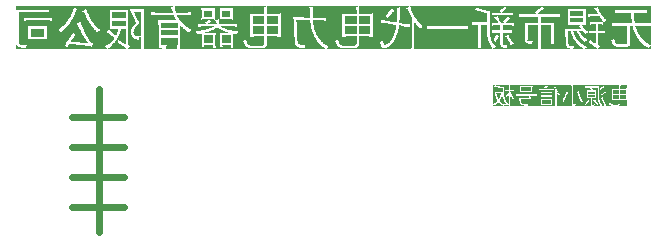
<source format=gbo>
G04*
G04 #@! TF.GenerationSoftware,Altium Limited,Altium Designer,22.3.1 (43)*
G04*
G04 Layer_Color=32896*
%FSLAX25Y25*%
%MOIN*%
G70*
G04*
G04 #@! TF.SameCoordinates,858DE3B6-85AC-4B40-B280-C04C9E7F73BC*
G04*
G04*
G04 #@! TF.FilePolarity,Positive*
G04*
G01*
G75*
%ADD113C,0.02362*%
G36*
X267000Y421605D02*
Y408892D01*
Y408500D01*
X158509D01*
X158516Y408507D01*
X158531Y408522D01*
X158553Y408552D01*
X158583Y408589D01*
X158627Y408633D01*
X158671Y408685D01*
X158731Y408744D01*
X158797Y408811D01*
X158953Y408944D01*
X159130Y409092D01*
X159330Y409233D01*
X159559Y409366D01*
X159552D01*
X159545Y409373D01*
X159500Y409388D01*
X159434Y409425D01*
X159337Y409469D01*
X159219Y409529D01*
X159086Y409603D01*
X158930Y409699D01*
X158753Y409802D01*
X158568Y409921D01*
X158361Y410061D01*
X158146Y410217D01*
X157924Y410394D01*
X157695Y410579D01*
X157458Y410794D01*
X157214Y411023D01*
X156969Y411268D01*
X156718Y411534D01*
X156474Y411823D01*
X156237Y412133D01*
X156000Y412459D01*
X155771Y412814D01*
X155549Y413184D01*
X155334Y413584D01*
X155134Y413998D01*
X154949Y414442D01*
X154779Y414908D01*
X154631Y415397D01*
X154498Y415915D01*
X154387Y416455D01*
X154298Y417017D01*
X154239Y417609D01*
X154202Y418231D01*
X157088Y418150D01*
X157214D01*
X157273Y418142D01*
X157354D01*
X157436Y418135D01*
X157532Y418127D01*
X157635Y418120D01*
X157746Y418113D01*
X157983Y418083D01*
X158235Y418046D01*
X158494Y417994D01*
X158553Y419015D01*
X158538D01*
X158509Y419008D01*
X158449Y418993D01*
X158383Y418986D01*
X158301Y418971D01*
X158213Y418956D01*
X158035Y418949D01*
X157961D01*
X157917Y418941D01*
X157465D01*
X157376Y418949D01*
X157280D01*
X154172Y419015D01*
Y419023D01*
Y419045D01*
Y419089D01*
Y419141D01*
Y419208D01*
Y419289D01*
Y419385D01*
Y419482D01*
X154180Y419593D01*
Y419718D01*
Y419844D01*
Y419985D01*
X154187Y420273D01*
X154194Y420577D01*
X154202Y420895D01*
X154209Y421206D01*
X154217Y421524D01*
X154231Y421820D01*
X154239Y422101D01*
X154246Y422234D01*
X154254Y422353D01*
X154261Y422471D01*
X154268Y422575D01*
X154283Y422671D01*
X154291Y422752D01*
X153062Y422575D01*
X153055D01*
X153025Y422567D01*
X152988Y422560D01*
X152951Y422545D01*
X152907Y422530D01*
X152877Y422508D01*
X152848Y422479D01*
X152840Y422442D01*
Y422427D01*
X152848Y422412D01*
X152855Y422382D01*
X152877Y422345D01*
X152922Y422301D01*
X152973Y422249D01*
X153047Y422183D01*
X153055Y422175D01*
X153070Y422146D01*
X153099Y422094D01*
X153129Y422020D01*
X153144Y421968D01*
X153158Y421909D01*
X153173Y421850D01*
X153188Y421776D01*
X153195Y421694D01*
X153203Y421598D01*
X153210Y421502D01*
X153218Y421391D01*
Y421376D01*
Y421339D01*
Y421280D01*
Y421198D01*
Y421095D01*
Y420976D01*
X153225Y420836D01*
Y420680D01*
Y420510D01*
X153232Y420333D01*
X153240Y420133D01*
Y419933D01*
X153247Y419718D01*
X153255Y419496D01*
X153277Y419030D01*
X149066Y419149D01*
X148940D01*
X148874Y419156D01*
X148704D01*
X148607Y419163D01*
X148504Y419171D01*
X148393Y419178D01*
X148156Y419200D01*
X147912Y419230D01*
X147660Y419267D01*
Y419245D01*
X147668Y419223D01*
Y419200D01*
X147675Y419163D01*
X147682Y419112D01*
Y419052D01*
X147690Y418986D01*
X147697Y418904D01*
X147712Y418808D01*
X147719Y418697D01*
X147727Y418564D01*
X147742Y418423D01*
X147749Y418261D01*
X147764Y418083D01*
X147779Y417876D01*
X147793Y417654D01*
X147808Y417410D01*
X147823Y417143D01*
X147845Y416855D01*
X147860Y416536D01*
X147882Y416196D01*
X147897Y415826D01*
X147919Y415426D01*
X147934Y415219D01*
X147941Y415005D01*
X147956Y414783D01*
X147964Y414546D01*
X147978Y414309D01*
X147993Y414065D01*
X148001Y413806D01*
X148015Y413547D01*
X148030Y413273D01*
X148045Y412992D01*
X148052Y412703D01*
X148067Y412407D01*
X148082Y412104D01*
X148097Y411786D01*
Y411778D01*
Y411763D01*
Y411741D01*
Y411704D01*
X148104Y411660D01*
Y411608D01*
Y411549D01*
X148112Y411482D01*
X148119Y411327D01*
X148134Y411157D01*
X148156Y410972D01*
X148186Y410779D01*
X148215Y410579D01*
X148260Y410380D01*
X148304Y410180D01*
X148363Y410002D01*
X148430Y409832D01*
X148504Y409684D01*
X148548Y409625D01*
X148593Y409566D01*
X148644Y409521D01*
X148696Y409477D01*
X148704Y409469D01*
X148718Y409455D01*
X148748Y409432D01*
X148800Y409395D01*
X148866Y409358D01*
X148955Y409314D01*
X149066Y409262D01*
X149199Y409218D01*
X149362Y409159D01*
X149458Y409136D01*
X149555Y409107D01*
X149666Y409085D01*
X149784Y409055D01*
X149902Y409033D01*
X150036Y409011D01*
X150184Y408988D01*
X150332Y408966D01*
X150494Y408944D01*
X150665Y408922D01*
X150842Y408907D01*
X151035Y408892D01*
X151234Y408877D01*
X151449Y408863D01*
Y408870D01*
Y408892D01*
X151456Y408922D01*
Y408966D01*
X151464Y409018D01*
X151471Y409085D01*
X151486Y409159D01*
X151501Y409240D01*
X151523Y409329D01*
X151545Y409432D01*
X151612Y409647D01*
X151701Y409884D01*
X151760Y410010D01*
X151819Y410135D01*
X151812D01*
X151782Y410128D01*
X151745Y410121D01*
X151686Y410113D01*
X151619Y410098D01*
X151545Y410091D01*
X151456Y410076D01*
X151360Y410061D01*
X151160Y410032D01*
X150938Y410010D01*
X150716Y409995D01*
X150509Y409987D01*
X150450D01*
X150376Y409995D01*
X150287Y410002D01*
X150176Y410017D01*
X150058Y410039D01*
X149932Y410069D01*
X149799Y410106D01*
X149666Y410158D01*
X149532Y410224D01*
X149414Y410306D01*
X149310Y410394D01*
X149214Y410505D01*
X149148Y410639D01*
X149096Y410787D01*
X149088Y410868D01*
X149081Y410957D01*
Y410972D01*
X149074Y411009D01*
Y411075D01*
X149066Y411164D01*
X149059Y411275D01*
X149051Y411408D01*
X149037Y411556D01*
X149029Y411734D01*
X149014Y411919D01*
X149000Y412126D01*
X148985Y412348D01*
X148970Y412585D01*
X148955Y412829D01*
X148940Y413088D01*
X148926Y413362D01*
X148903Y413643D01*
X148889Y413932D01*
X148874Y414228D01*
X148837Y414827D01*
X148807Y415449D01*
X148778Y416070D01*
X148748Y416684D01*
X148726Y417284D01*
X148718Y417580D01*
X148711Y417861D01*
X148704Y418135D01*
X148696Y418401D01*
X153292Y418275D01*
Y418268D01*
Y418253D01*
Y418231D01*
Y418201D01*
X153299Y418164D01*
Y418113D01*
X153306Y418053D01*
X153314Y417987D01*
X153321Y417920D01*
X153329Y417839D01*
X153343Y417654D01*
X153373Y417447D01*
X153403Y417210D01*
X153447Y416951D01*
X153499Y416670D01*
X153558Y416366D01*
X153632Y416048D01*
X153713Y415708D01*
X153802Y415352D01*
X153913Y414990D01*
X154032Y414612D01*
X154165Y414228D01*
X154320Y413835D01*
X154483Y413436D01*
X154668Y413029D01*
X154868Y412622D01*
X155090Y412215D01*
X155334Y411808D01*
X155593Y411408D01*
X155874Y411009D01*
X156178Y410616D01*
X156503Y410232D01*
X156851Y409862D01*
X157228Y409499D01*
X157628Y409151D01*
X158057Y408818D01*
X158509Y408500D01*
X55182D01*
Y408818D01*
Y421761D01*
X55190Y421731D01*
X55197Y421687D01*
Y421635D01*
X55205Y421576D01*
X55212Y421509D01*
X55219Y421428D01*
X55227Y421339D01*
X55234Y421243D01*
X55242Y421139D01*
X55249Y421028D01*
X55264Y420784D01*
X55271Y420525D01*
Y410957D01*
Y410942D01*
Y410905D01*
Y410846D01*
Y410772D01*
X55279Y410676D01*
X55286Y410572D01*
X55301Y410461D01*
X55323Y410335D01*
X55353Y410209D01*
X55390Y410084D01*
X55434Y409958D01*
X55493Y409832D01*
X55560Y409721D01*
X55641Y409617D01*
X55730Y409521D01*
X55841Y409447D01*
X55848Y409440D01*
X55871Y409432D01*
X55908Y409410D01*
X55959Y409381D01*
X56033Y409344D01*
X56130Y409307D01*
X56241Y409262D01*
X56381Y409210D01*
X56544Y409166D01*
X56736Y409114D01*
X56951Y409062D01*
X57069Y409033D01*
X57195Y409011D01*
X57336Y408981D01*
X57476Y408959D01*
X57624Y408929D01*
X57787Y408907D01*
X57950Y408885D01*
X58128Y408863D01*
X58313Y408840D01*
X58505Y408818D01*
Y408826D01*
Y408848D01*
Y408885D01*
X58512Y408937D01*
X58520Y408996D01*
X58527Y409062D01*
X58542Y409144D01*
X58557Y409233D01*
X58601Y409425D01*
X58668Y409632D01*
X58764Y409847D01*
X58816Y409958D01*
X58882Y410061D01*
X58853D01*
X58808Y410054D01*
X58764D01*
X58697Y410047D01*
X58631Y410039D01*
X58549Y410032D01*
X58461D01*
X58268Y410017D01*
X58068Y410002D01*
X57869Y409995D01*
X57565D01*
X57506Y410002D01*
X57439D01*
X57291Y410010D01*
X57129Y410024D01*
X56966Y410047D01*
X56810Y410076D01*
X56744Y410098D01*
X56685Y410121D01*
X56677D01*
X56662Y410128D01*
X56633Y410143D01*
X56596Y410158D01*
X56559Y410180D01*
X56507Y410217D01*
X56463Y410254D01*
X56411Y410298D01*
X56359Y410357D01*
X56315Y410417D01*
X56270Y410498D01*
X56226Y410579D01*
X56196Y410676D01*
X56174Y410787D01*
X56159Y410905D01*
Y411038D01*
Y420932D01*
X65239D01*
X65320Y420925D01*
X65402D01*
X65491Y420917D01*
X65690Y420910D01*
X65898Y420895D01*
X66105Y420865D01*
X66290Y420836D01*
Y421783D01*
X66275D01*
X66245Y421776D01*
X66216Y421768D01*
X66171Y421761D01*
X66120Y421753D01*
X66060Y421746D01*
X65986Y421739D01*
X65905Y421731D01*
X65816Y421724D01*
X65713Y421716D01*
X65602Y421709D01*
X65483Y421702D01*
X65343D01*
X65202Y421694D01*
X56263D01*
X56189Y421702D01*
X56107D01*
X56011Y421709D01*
X55811Y421716D01*
X55597Y421731D01*
X55382Y421753D01*
X55182Y421783D01*
Y422952D01*
X108092D01*
X106834Y422708D01*
X106827D01*
X106805Y422701D01*
X106775Y422693D01*
X106738Y422686D01*
X106701Y422671D01*
X106664Y422649D01*
X106642Y422634D01*
X106627Y422604D01*
Y422590D01*
X106635Y422575D01*
X106649Y422553D01*
X106672Y422523D01*
X106701Y422493D01*
X106738Y422456D01*
X106797Y422412D01*
X106812Y422405D01*
X106849Y422375D01*
X106901Y422338D01*
X106960Y422271D01*
X107027Y422197D01*
X107093Y422094D01*
X107153Y421983D01*
X107197Y421842D01*
Y421835D01*
X107204Y421813D01*
X107212Y421783D01*
X107227Y421746D01*
X107234Y421687D01*
X107256Y421628D01*
X107271Y421561D01*
X107293Y421487D01*
X107338Y421317D01*
X107397Y421139D01*
X107449Y420947D01*
X107508Y420762D01*
X101566D01*
X101499Y420769D01*
X101425D01*
X101344Y420777D01*
X101247D01*
X101144Y420784D01*
X101033Y420791D01*
X100922Y420799D01*
X100663Y420821D01*
X100382Y420851D01*
Y419896D01*
X100389D01*
X100411Y419903D01*
X100456D01*
X100507Y419911D01*
X100574Y419918D01*
X100648Y419933D01*
X100729Y419940D01*
X100826Y419948D01*
X101033Y419970D01*
X101262Y419985D01*
X101492Y419992D01*
X107759D01*
X107767Y419985D01*
X107774Y419948D01*
X107804Y419896D01*
X107833Y419829D01*
X107870Y419748D01*
X107922Y419644D01*
X107974Y419533D01*
X108033Y419408D01*
X108107Y419267D01*
X108181Y419126D01*
X108263Y418971D01*
X108351Y418808D01*
X108544Y418475D01*
X108751Y418135D01*
X103852D01*
X103749Y418142D01*
X103630Y418150D01*
X103504D01*
X103371Y418157D01*
X103231Y418172D01*
X102935Y418194D01*
X102624Y418231D01*
Y418224D01*
X102631Y418187D01*
Y418142D01*
X102639Y418076D01*
X102646Y417994D01*
X102653Y417898D01*
X102661Y417794D01*
X102668Y417676D01*
X102683Y417558D01*
X102690Y417424D01*
X102705Y417158D01*
X102713Y416892D01*
X102720Y416633D01*
Y410180D01*
Y410172D01*
Y410143D01*
Y410098D01*
Y410032D01*
X102727Y409965D01*
X102735Y409884D01*
X102757Y409699D01*
X102801Y409506D01*
X102831Y409410D01*
X102868Y409321D01*
X102912Y409240D01*
X102972Y409166D01*
X103031Y409099D01*
X103105Y409048D01*
X103112D01*
X103120Y409033D01*
X103142Y409018D01*
X103179Y409003D01*
X103231Y408981D01*
X103290Y408951D01*
X103371Y408922D01*
X103467Y408885D01*
X103586Y408855D01*
X103726Y408818D01*
X103882Y408781D01*
X104067Y408744D01*
X104274Y408707D01*
X104511Y408670D01*
X104770Y408633D01*
X104918Y408618D01*
X105066Y408604D01*
Y408611D01*
Y408633D01*
X105073Y408670D01*
X105081Y408722D01*
X105088Y408781D01*
X105103Y408848D01*
X105118Y408929D01*
X105140Y409018D01*
X105192Y409210D01*
X105258Y409425D01*
X105347Y409647D01*
X105465Y409876D01*
X105436D01*
X105399Y409869D01*
X105347Y409862D01*
X105288Y409854D01*
X105221Y409847D01*
X105147Y409839D01*
X105066Y409832D01*
X104888Y409817D01*
X104703Y409802D01*
X104518Y409795D01*
X104355Y409788D01*
X104252D01*
X104193Y409795D01*
X104052Y409810D01*
X103985Y409817D01*
X103926Y409832D01*
X103919D01*
X103911Y409839D01*
X103874Y409854D01*
X103823Y409884D01*
X103756Y409943D01*
X103697Y410017D01*
X103675Y410069D01*
X103645Y410121D01*
X103630Y410187D01*
X103615Y410261D01*
X103608Y410343D01*
Y410431D01*
Y412355D01*
X109054D01*
Y410135D01*
Y410128D01*
Y410113D01*
Y410076D01*
Y410032D01*
Y409980D01*
X109047Y409913D01*
Y409839D01*
X109040Y409751D01*
Y409654D01*
X109032Y409543D01*
X109025Y409425D01*
X109010Y409299D01*
X109003Y409166D01*
X108988Y409018D01*
X108973Y408870D01*
X108958Y408707D01*
X110039D01*
Y408715D01*
X110031Y408744D01*
Y408789D01*
X110024Y408848D01*
X110016Y408922D01*
X110009Y409011D01*
X110002Y409107D01*
X109987Y409210D01*
X109972Y409432D01*
X109957Y409669D01*
X109950Y409913D01*
X109942Y410135D01*
Y416544D01*
X109957Y416529D01*
X109994Y416485D01*
X110061Y416418D01*
X110150Y416329D01*
X110261Y416218D01*
X110401Y416085D01*
X110557Y415937D01*
X110742Y415774D01*
X110941Y415597D01*
X111163Y415404D01*
X111400Y415197D01*
X111659Y414990D01*
X111933Y414775D01*
X112229Y414553D01*
X112532Y414324D01*
X112858Y414102D01*
X112865Y414109D01*
X112873Y414124D01*
X112895Y414146D01*
X112925Y414183D01*
X112962Y414220D01*
X113006Y414272D01*
X113058Y414331D01*
X113124Y414390D01*
X113265Y414531D01*
X113435Y414679D01*
X113635Y414842D01*
X113857Y415005D01*
X113850Y415012D01*
X113820Y415027D01*
X113768Y415049D01*
X113702Y415079D01*
X113620Y415123D01*
X113517Y415175D01*
X113406Y415234D01*
X113272Y415308D01*
X113139Y415389D01*
X112984Y415478D01*
X112821Y415582D01*
X112651Y415693D01*
X112466Y415811D01*
X112281Y415937D01*
X112088Y416078D01*
X111889Y416226D01*
X111681Y416388D01*
X111474Y416559D01*
X111267Y416736D01*
X111052Y416929D01*
X110845Y417121D01*
X110631Y417336D01*
X110423Y417550D01*
X110216Y417787D01*
X110016Y418024D01*
X109817Y418275D01*
X109624Y418534D01*
X109439Y418808D01*
X109269Y419089D01*
X109099Y419378D01*
X108943Y419681D01*
X108795Y419992D01*
X112466D01*
X112518Y419985D01*
X112584D01*
X112658Y419977D01*
X112740D01*
X112828Y419970D01*
X112925Y419963D01*
X113036Y419955D01*
X113154Y419940D01*
X113280Y419926D01*
X113413Y419911D01*
X113554Y419896D01*
Y420851D01*
X113524D01*
X113487Y420843D01*
X113435Y420836D01*
X113376Y420828D01*
X113302Y420821D01*
X113221Y420814D01*
X113132Y420806D01*
X112947Y420791D01*
X112740Y420777D01*
X112540Y420769D01*
X112340Y420762D01*
X108536D01*
X108529Y420777D01*
X108522Y420806D01*
X108499Y420865D01*
X108477Y420939D01*
X108448Y421028D01*
X108418Y421147D01*
X108381Y421272D01*
X108344Y421413D01*
X108307Y421568D01*
X108263Y421739D01*
X108226Y421916D01*
X108196Y422109D01*
X108159Y422308D01*
X108129Y422516D01*
X108092Y422952D01*
X267000D01*
Y421605D01*
D02*
G37*
G36*
X109054Y415634D02*
X103608D01*
Y417365D01*
X109054D01*
Y415634D01*
D02*
G37*
G36*
Y413118D02*
X103608D01*
Y414871D01*
X109054D01*
Y413118D01*
D02*
G37*
G36*
X256184Y396619D02*
X256170D01*
X256151Y396615D01*
X256133Y396611D01*
X256114Y396604D01*
X256096Y396597D01*
X256084Y396585D01*
X256077Y396574D01*
Y396567D01*
Y396560D01*
X256081Y396549D01*
X256088Y396534D01*
X256103Y396515D01*
X256118Y396493D01*
X256144Y396463D01*
X256151Y396456D01*
X256166Y396438D01*
X256184Y396408D01*
X256210Y396360D01*
X256236Y396301D01*
X256247Y396267D01*
X256255Y396227D01*
X256266Y396182D01*
X256269Y396138D01*
X256277Y396086D01*
Y396030D01*
Y395424D01*
X254390D01*
X254349Y395427D01*
X254301D01*
X254253Y395431D01*
X254197Y395435D01*
X254134Y395439D01*
X254068Y395446D01*
X253998Y395450D01*
X253920Y395461D01*
X253838Y395468D01*
Y395464D01*
Y395450D01*
X253842Y395427D01*
X253846Y395398D01*
X253850Y395361D01*
X253853Y395320D01*
X253857Y395272D01*
X253861Y395224D01*
X253868Y395113D01*
X253875Y394998D01*
X253879Y394887D01*
X253883Y394835D01*
Y394787D01*
Y392301D01*
Y392297D01*
Y392286D01*
Y392271D01*
Y392249D01*
Y392219D01*
X253879Y392182D01*
Y392145D01*
X253875Y392097D01*
Y392049D01*
X253872Y391994D01*
X253868Y391935D01*
X253864Y391872D01*
X253861Y391801D01*
X253853Y391731D01*
X253838Y391579D01*
X253842D01*
X253857Y391583D01*
X253875D01*
X253901Y391587D01*
X253935Y391590D01*
X253975Y391594D01*
X254020Y391598D01*
X254068Y391605D01*
X254175Y391613D01*
X254294Y391620D01*
X254412Y391624D01*
X254534Y391628D01*
X256277D01*
Y390603D01*
Y390595D01*
Y390580D01*
X256280Y390554D01*
Y390525D01*
Y390521D01*
Y390506D01*
X256277Y390480D01*
X256269Y390451D01*
X256258Y390418D01*
X256240Y390377D01*
X256218Y390336D01*
X256188Y390292D01*
X256147Y390251D01*
X256099Y390210D01*
X256036Y390173D01*
X255966Y390140D01*
X255881Y390114D01*
X255833Y390103D01*
X255781Y390096D01*
X255726Y390092D01*
X255666Y390088D01*
X255600Y390085D01*
X255533Y390088D01*
X254234D01*
X254194Y390092D01*
X254142D01*
X254086Y390099D01*
X254027Y390103D01*
X253964Y390114D01*
X253831Y390136D01*
X253765Y390155D01*
X253702Y390177D01*
X253642Y390199D01*
X253587Y390229D01*
X253539Y390262D01*
X253502Y390303D01*
X253498Y390307D01*
X253494Y390314D01*
X253483Y390325D01*
X253468Y390344D01*
X253454Y390366D01*
X253432Y390399D01*
X253413Y390436D01*
X253391Y390484D01*
X253369Y390540D01*
X253346Y390603D01*
X253324Y390677D01*
X253302Y390758D01*
X253284Y390850D01*
X253265Y390954D01*
X253250Y391069D01*
X253239Y391195D01*
X253235Y391191D01*
X253228Y391183D01*
X253217Y391172D01*
X253198Y391158D01*
X253176Y391139D01*
X253150Y391121D01*
X253117Y391098D01*
X253084Y391073D01*
X253006Y391017D01*
X252917Y390965D01*
X252821Y390910D01*
X252717Y390865D01*
Y390862D01*
X252721Y390858D01*
X252725Y390847D01*
X252729Y390832D01*
X252740Y390795D01*
X252758Y390743D01*
X252780Y390684D01*
X252806Y390617D01*
X252836Y390543D01*
X252873Y390466D01*
X252951Y390303D01*
X252991Y390222D01*
X253036Y390147D01*
X253084Y390073D01*
X253135Y390011D01*
X253187Y389955D01*
X253239Y389911D01*
X253243Y389907D01*
X253250Y389900D01*
X253269Y389892D01*
X253291Y389877D01*
X253321Y389859D01*
X253358Y389840D01*
X253402Y389822D01*
X253457Y389803D01*
X253517Y389781D01*
X253587Y389763D01*
X253668Y389744D01*
X253757Y389729D01*
X253857Y389718D01*
X253964Y389707D01*
X254083Y389703D01*
X255707D01*
X255737Y389707D01*
X255770D01*
X255811Y389711D01*
X255892Y389718D01*
X255988Y389733D01*
X256088Y389755D01*
X256192Y389785D01*
X256295Y389822D01*
X256392Y389870D01*
X256484Y389933D01*
X256562Y390007D01*
X256599Y390048D01*
X256628Y390096D01*
X256654Y390144D01*
X256676Y390199D01*
X256691Y390259D01*
X256702Y390318D01*
X256710Y390388D01*
X256706Y390458D01*
Y391628D01*
X258345D01*
X258382Y391624D01*
X258426D01*
X258471Y391620D01*
X258526D01*
X258582Y391616D01*
X258645Y391613D01*
X258708Y391609D01*
X258848Y391594D01*
X259000Y391579D01*
Y389703D01*
Y389500D01*
X235461D01*
Y389504D01*
Y389518D01*
X235457Y389541D01*
X235453Y389574D01*
Y389611D01*
X235450Y389652D01*
X235446Y389700D01*
X235442Y389752D01*
X235435Y389866D01*
X235427Y389985D01*
X235420Y390107D01*
X235416Y390218D01*
Y394173D01*
X235420Y394166D01*
X235431Y394147D01*
X235450Y394118D01*
X235475Y394077D01*
X235509Y394029D01*
X235546Y393970D01*
X235586Y393903D01*
X235634Y393829D01*
X235686Y393748D01*
X235746Y393663D01*
X235805Y393574D01*
X235868Y393478D01*
X236001Y393281D01*
X236141Y393082D01*
X236145Y393085D01*
X236153Y393089D01*
X236164Y393096D01*
X236182Y393111D01*
X236201Y393126D01*
X236230Y393141D01*
X236260Y393163D01*
X236297Y393181D01*
X236337Y393207D01*
X236382Y393233D01*
X236434Y393259D01*
X236486Y393285D01*
X236545Y393315D01*
X236608Y393344D01*
X236674Y393374D01*
X236748Y393404D01*
X236744Y393407D01*
X236733Y393415D01*
X236719Y393429D01*
X236693Y393448D01*
X236667Y393474D01*
X236630Y393507D01*
X236589Y393544D01*
X236545Y393588D01*
X236497Y393640D01*
X236441Y393696D01*
X236386Y393759D01*
X236323Y393825D01*
X236260Y393903D01*
X236190Y393984D01*
X236119Y394073D01*
X236045Y394166D01*
X235971Y394269D01*
X235894Y394377D01*
X235816Y394491D01*
X235738Y394617D01*
X235657Y394743D01*
X235575Y394880D01*
X235494Y395024D01*
X235413Y395176D01*
X235331Y395335D01*
X235250Y395498D01*
X235172Y395672D01*
X235094Y395853D01*
X235017Y396038D01*
X234943Y396234D01*
X234872Y396438D01*
X234802Y396648D01*
X234225Y396389D01*
X234221D01*
X234214Y396386D01*
X234195Y396371D01*
X234177Y396352D01*
X234173Y396341D01*
Y396330D01*
X234177Y396326D01*
X234184Y396312D01*
X234195Y396301D01*
X234210Y396289D01*
X234228Y396275D01*
X234254Y396260D01*
X234258D01*
X234262Y396252D01*
X234273Y396245D01*
X234284Y396238D01*
X234302Y396223D01*
X234321Y396204D01*
X234343Y396182D01*
X234365Y396156D01*
X234391Y396127D01*
X234417Y396090D01*
X234447Y396053D01*
X234476Y396008D01*
X234506Y395960D01*
X234536Y395905D01*
X234565Y395846D01*
X234595Y395783D01*
X234598Y395775D01*
X234606Y395760D01*
X234617Y395731D01*
X234632Y395694D01*
X234654Y395649D01*
X234676Y395598D01*
X234702Y395542D01*
X234728Y395483D01*
X234791Y395350D01*
X234854Y395216D01*
X234887Y395154D01*
X234920Y395091D01*
X234954Y395031D01*
X234983Y394980D01*
Y390218D01*
Y390214D01*
Y390207D01*
Y390192D01*
X234980Y390173D01*
Y390147D01*
Y390118D01*
X234976Y390081D01*
Y390040D01*
X234972Y389992D01*
X234968Y389940D01*
X234965Y389881D01*
X234961Y389814D01*
X234957Y389744D01*
X234950Y389670D01*
X234946Y389589D01*
X234939Y389500D01*
X233873D01*
Y389504D01*
X233870Y389518D01*
Y389537D01*
X233866Y389563D01*
X233862Y389596D01*
X233858Y389637D01*
X233855Y389678D01*
X233851Y389726D01*
X233844Y389829D01*
X233836Y389940D01*
X233829Y390051D01*
X233825Y390159D01*
Y391335D01*
Y391339D01*
Y391346D01*
Y391357D01*
Y391376D01*
X233829Y391398D01*
Y391428D01*
X233833Y391461D01*
Y391502D01*
X233836Y391546D01*
X233840Y391594D01*
X233844Y391650D01*
X233847Y391709D01*
X233855Y391775D01*
X233858Y391849D01*
X233866Y391927D01*
X233873Y392009D01*
X233847D01*
X233822Y392005D01*
X233785Y392001D01*
X233740Y391998D01*
X233688Y391994D01*
X233633Y391990D01*
X233574Y391986D01*
X233448Y391979D01*
X233326Y391972D01*
X233266Y391968D01*
X233215D01*
X233167Y391964D01*
X230895D01*
X230865Y391968D01*
X230828D01*
X230784Y391972D01*
X230732D01*
X230677Y391975D01*
X230614Y391979D01*
X230543Y391983D01*
X230466Y391986D01*
X230381Y391994D01*
X230292Y392001D01*
X230192Y392009D01*
Y392005D01*
Y391994D01*
X230195Y391975D01*
X230199Y391949D01*
Y391916D01*
X230203Y391879D01*
X230207Y391835D01*
X230210Y391790D01*
X230214Y391739D01*
X230218Y391683D01*
X230225Y391568D01*
X230233Y391450D01*
X230236Y391328D01*
Y390203D01*
Y390196D01*
Y390184D01*
Y390170D01*
Y390151D01*
X230233Y390125D01*
Y390096D01*
X230229Y390062D01*
Y390018D01*
X230225Y389974D01*
X230221Y389918D01*
X230218Y389859D01*
X230214Y389792D01*
X230207Y389718D01*
X230199Y389641D01*
X230192Y389552D01*
X230710D01*
Y389556D01*
X230706Y389567D01*
Y389581D01*
X230702Y389604D01*
X230699Y389630D01*
X230695Y389659D01*
X230688Y389729D01*
X230680Y389811D01*
X230673Y389892D01*
X230665Y389970D01*
Y390040D01*
X233396D01*
Y390033D01*
Y390022D01*
Y390011D01*
Y389992D01*
X233392Y389970D01*
Y389944D01*
Y389914D01*
X233389Y389877D01*
Y389837D01*
X233385Y389796D01*
X233381Y389744D01*
X233378Y389692D01*
X233370Y389633D01*
X233366Y389570D01*
X233359Y389500D01*
X214104D01*
Y389559D01*
Y396641D01*
Y396696D01*
X232445D01*
X232438Y396693D01*
X232419Y396674D01*
X232386Y396652D01*
X232342Y396619D01*
X232290Y396578D01*
X232227Y396530D01*
X232156Y396475D01*
X232079Y396412D01*
X231994Y396349D01*
X231901Y396278D01*
X231809Y396204D01*
X231709Y396127D01*
X231505Y395968D01*
X231302Y395805D01*
X231653Y395416D01*
X230129D01*
X230099Y395420D01*
X230066D01*
X230029Y395424D01*
X229985D01*
X229933Y395427D01*
X229877Y395431D01*
X229818Y395435D01*
X229751Y395439D01*
X229681Y395446D01*
X229604Y395453D01*
X229522Y395461D01*
Y394987D01*
X229541D01*
X229567Y394991D01*
X229596Y394994D01*
X229633D01*
X229678Y394998D01*
X229726Y395002D01*
X229777Y395006D01*
X229885Y395013D01*
X229996Y395020D01*
X230103Y395028D01*
X230147Y395031D01*
X233932D01*
X233958Y395028D01*
X234025D01*
X234066Y395024D01*
X234110Y395020D01*
X234158Y395017D01*
X234210Y395013D01*
X234265Y395009D01*
X234325Y395002D01*
X234391Y394994D01*
X234458Y394987D01*
Y395461D01*
X234443D01*
X234425Y395457D01*
X234399Y395453D01*
X234369D01*
X234336Y395450D01*
X234295Y395446D01*
X234254Y395442D01*
X234162Y395435D01*
X234066Y395427D01*
X233966Y395420D01*
X233873Y395416D01*
X231713D01*
X231720Y395420D01*
X231735Y395439D01*
X231764Y395461D01*
X231801Y395494D01*
X231849Y395535D01*
X231905Y395583D01*
X231972Y395638D01*
X232042Y395697D01*
X232123Y395764D01*
X232208Y395834D01*
X232297Y395908D01*
X232390Y395986D01*
X232489Y396068D01*
X232593Y396153D01*
X232804Y396319D01*
X232445Y396696D01*
X256750D01*
X256184Y396619D01*
D02*
G37*
G36*
X258523Y393725D02*
X256706D01*
Y395039D01*
X258523D01*
Y393725D01*
D02*
G37*
G36*
X256277D02*
X254312D01*
Y395039D01*
X256277D01*
Y393725D01*
D02*
G37*
G36*
X258523Y392009D02*
X256706D01*
Y393344D01*
X258523D01*
Y392009D01*
D02*
G37*
G36*
X256277D02*
X254312D01*
Y393344D01*
X256277D01*
Y392009D01*
D02*
G37*
G36*
X259000Y391583D02*
X258996Y391598D01*
Y391624D01*
X258993Y391653D01*
X258989Y391694D01*
X258985Y391739D01*
X258981Y391787D01*
X258974Y391842D01*
X258967Y391957D01*
X258959Y392079D01*
X258956Y392197D01*
X258952Y392256D01*
Y392308D01*
Y394702D01*
Y394706D01*
Y394717D01*
Y394739D01*
Y394765D01*
Y394795D01*
X258956Y394835D01*
Y394880D01*
X258959Y394932D01*
Y394983D01*
X258963Y395043D01*
X258967Y395106D01*
X258970Y395172D01*
X258985Y395316D01*
X259000Y395468D01*
X258978D01*
X258956Y395464D01*
X258922Y395461D01*
X258885Y395457D01*
X258841Y395453D01*
X258789Y395450D01*
X258737Y395446D01*
X258623Y395439D01*
X258504Y395431D01*
X258389Y395427D01*
X258334Y395424D01*
X256706D01*
Y395982D01*
Y395986D01*
Y395997D01*
Y396012D01*
Y396034D01*
Y396060D01*
X256710Y396097D01*
Y396134D01*
Y396179D01*
X256713Y396227D01*
X256717Y396282D01*
X256721Y396341D01*
X256725Y396404D01*
X256728Y396471D01*
X256736Y396541D01*
X256743Y396619D01*
X256750Y396696D01*
X259000D01*
Y391583D01*
D02*
G37*
G36*
X233396Y390410D02*
X230665D01*
Y391579D01*
X233396D01*
Y390410D01*
D02*
G37*
%LPC*%
G36*
X127591Y422234D02*
X127584D01*
X127562Y422227D01*
X127532D01*
X127495Y422220D01*
X127443Y422212D01*
X127384Y422197D01*
X127244Y422183D01*
X127081Y422160D01*
X126911Y422146D01*
X126726Y422138D01*
X123877D01*
X123810Y422146D01*
X123647Y422153D01*
X123462Y422175D01*
X123262Y422197D01*
X123055Y422234D01*
Y422227D01*
X123063Y422212D01*
Y422183D01*
X123070Y422138D01*
X123077Y422086D01*
X123092Y422035D01*
X123100Y421968D01*
X123107Y421894D01*
X123129Y421724D01*
X123144Y421546D01*
X123151Y421354D01*
Y421154D01*
Y419474D01*
Y419467D01*
Y419452D01*
Y419430D01*
Y419393D01*
Y419348D01*
Y419297D01*
Y419237D01*
X123144Y419171D01*
X123137Y419008D01*
X123114Y418830D01*
X123092Y418623D01*
X123055Y418401D01*
X123063D01*
X123085Y418409D01*
X123114D01*
X123166Y418416D01*
X123218Y418423D01*
X123285Y418431D01*
X123351Y418446D01*
X123433Y418453D01*
X123603Y418468D01*
X123788Y418483D01*
X123973Y418490D01*
X126770D01*
X126837Y418483D01*
X126992Y418475D01*
X127170Y418460D01*
X127369Y418438D01*
X127591Y418401D01*
Y418409D01*
X127584Y418423D01*
Y418446D01*
X127569Y418483D01*
X127562Y418520D01*
X127554Y418571D01*
X127532Y418690D01*
X127517Y418838D01*
X127495Y418993D01*
X127488Y419171D01*
Y419348D01*
Y421287D01*
Y421295D01*
Y421302D01*
Y421324D01*
Y421354D01*
Y421398D01*
Y421443D01*
X127495Y421554D01*
X127510Y421694D01*
X127525Y421850D01*
X127554Y422035D01*
X127591Y422234D01*
D02*
G37*
G36*
X121531D02*
X121523D01*
X121501Y422227D01*
X121472D01*
X121427Y422220D01*
X121375Y422212D01*
X121316Y422197D01*
X121176Y422183D01*
X121020Y422160D01*
X120850Y422146D01*
X120687Y422138D01*
X117757D01*
X117698Y422146D01*
X117557Y422153D01*
X117387Y422175D01*
X117194Y422197D01*
X116980Y422234D01*
Y422227D01*
X116987Y422212D01*
Y422183D01*
X116995Y422146D01*
X117002Y422094D01*
X117017Y422035D01*
X117024Y421968D01*
X117032Y421901D01*
X117054Y421739D01*
X117069Y421554D01*
X117076Y421369D01*
Y421169D01*
Y419393D01*
Y419385D01*
Y419371D01*
Y419348D01*
Y419319D01*
Y419274D01*
Y419230D01*
Y419171D01*
X117069Y419112D01*
X117061Y418964D01*
X117039Y418793D01*
X117017Y418608D01*
X116980Y418401D01*
X116987D01*
X117002Y418409D01*
X117039D01*
X117076Y418416D01*
X117128Y418423D01*
X117187Y418431D01*
X117254Y418446D01*
X117328Y418453D01*
X117490Y418468D01*
X117668Y418483D01*
X117853Y418490D01*
X120746D01*
X120813Y418483D01*
X120961Y418475D01*
X121131Y418460D01*
X121324Y418438D01*
X121531Y418401D01*
Y418409D01*
X121523Y418423D01*
Y418446D01*
X121516Y418483D01*
X121509Y418520D01*
X121494Y418571D01*
X121479Y418690D01*
X121457Y418830D01*
X121442Y418986D01*
X121435Y419149D01*
Y419319D01*
Y421250D01*
Y421258D01*
Y421272D01*
Y421295D01*
Y421332D01*
Y421376D01*
Y421420D01*
X121442Y421546D01*
X121449Y421694D01*
X121472Y421857D01*
X121494Y422042D01*
X121531Y422234D01*
D02*
G37*
G36*
X245148Y422049D02*
X245140D01*
X245118Y422042D01*
X245089D01*
X245052Y422035D01*
X245000Y422027D01*
X244941Y422020D01*
X244874Y422012D01*
X244800Y421998D01*
X244637Y421983D01*
X244460Y421968D01*
X244275Y421961D01*
X239857D01*
X239790Y421968D01*
X239627Y421975D01*
X239442Y421990D01*
X239257Y422012D01*
X239058Y422049D01*
Y422042D01*
X239065Y422027D01*
Y421998D01*
X239072Y421961D01*
X239080Y421916D01*
X239095Y421864D01*
X239109Y421731D01*
X239132Y421583D01*
X239146Y421413D01*
X239154Y421235D01*
Y421050D01*
Y417661D01*
Y417654D01*
Y417639D01*
Y417609D01*
Y417572D01*
Y417521D01*
Y417461D01*
Y417402D01*
X239146Y417328D01*
X239139Y417165D01*
X239117Y416980D01*
X239095Y416788D01*
X239058Y416588D01*
X239065D01*
X239087Y416596D01*
X239117D01*
X239161Y416603D01*
X239213Y416610D01*
X239272Y416618D01*
X239346Y416633D01*
X239420Y416640D01*
X239583Y416655D01*
X239761Y416670D01*
X239938Y416677D01*
X243475D01*
X242928Y416374D01*
X242920Y416366D01*
X242898Y416359D01*
X242869Y416337D01*
X242839Y416322D01*
X242802Y416292D01*
X242780Y416270D01*
X242758Y416240D01*
Y416218D01*
Y416203D01*
X242765Y416189D01*
X242780Y416174D01*
X242809Y416152D01*
X242839Y416129D01*
X242891Y416100D01*
X242957Y416078D01*
X242965D01*
X242987Y416063D01*
X243024Y416048D01*
X243068Y416026D01*
X243165Y415974D01*
X243209Y415937D01*
X243246Y415900D01*
X243253Y415885D01*
X243276Y415856D01*
X243313Y415796D01*
X243357Y415730D01*
X243424Y415641D01*
X243490Y415545D01*
X243564Y415441D01*
X243653Y415330D01*
X239154D01*
X239072Y415338D01*
X238991D01*
X238902Y415345D01*
X238695Y415360D01*
X238473Y415382D01*
X238221Y415419D01*
Y415404D01*
X238229Y415382D01*
X238236Y415352D01*
X238244Y415278D01*
X238258Y415175D01*
X238273Y415056D01*
X238288Y414916D01*
X238303Y414768D01*
X238310Y414612D01*
X238480Y411068D01*
Y411060D01*
Y411053D01*
Y411031D01*
Y411001D01*
X238488Y410920D01*
Y410816D01*
X238503Y410690D01*
X238510Y410550D01*
X238525Y410394D01*
X238547Y410239D01*
X238599Y409913D01*
X238636Y409751D01*
X238680Y409603D01*
X238732Y409469D01*
X238784Y409351D01*
X238850Y409255D01*
X238887Y409218D01*
X238924Y409188D01*
Y409181D01*
X238939Y409173D01*
X238961Y409151D01*
X238998Y409129D01*
X239043Y409092D01*
X239109Y409055D01*
X239183Y409018D01*
X239287Y408974D01*
X239405Y408929D01*
X239553Y408877D01*
X239724Y408833D01*
X239916Y408789D01*
X240027Y408759D01*
X240138Y408737D01*
X240264Y408715D01*
X240397Y408700D01*
X240538Y408678D01*
X240686Y408655D01*
X240841Y408633D01*
X241004Y408618D01*
Y408626D01*
X241011Y408641D01*
Y408670D01*
X241019Y408715D01*
X241033Y408766D01*
X241048Y408826D01*
X241070Y408892D01*
X241093Y408966D01*
X241159Y409144D01*
X241248Y409336D01*
X241307Y409432D01*
X241366Y409543D01*
X241433Y409647D01*
X241514Y409758D01*
X241507D01*
X241485Y409751D01*
X241448D01*
X241396Y409743D01*
X241337Y409728D01*
X241263Y409721D01*
X241189Y409714D01*
X241100Y409699D01*
X240915Y409677D01*
X240715Y409662D01*
X240515Y409647D01*
X240330Y409640D01*
X240271D01*
X240212Y409647D01*
X240138D01*
X240049Y409654D01*
X239968Y409669D01*
X239886Y409684D01*
X239812Y409706D01*
X239805D01*
X239790Y409714D01*
X239768Y409721D01*
X239746Y409736D01*
X239672Y409788D01*
X239627Y409817D01*
X239590Y409862D01*
X239546Y409906D01*
X239502Y409965D01*
X239465Y410032D01*
X239428Y410106D01*
X239398Y410195D01*
X239376Y410291D01*
X239361Y410402D01*
X239354Y410520D01*
X239139Y414568D01*
X240182D01*
Y414553D01*
X240190Y414524D01*
X240205Y414472D01*
X240219Y414398D01*
X240242Y414302D01*
X240279Y414191D01*
X240316Y414065D01*
X240360Y413917D01*
X240412Y413761D01*
X240471Y413584D01*
X240538Y413406D01*
X240619Y413206D01*
X240708Y412999D01*
X240804Y412785D01*
X240908Y412563D01*
X241026Y412333D01*
X241159Y412096D01*
X241300Y411852D01*
X241455Y411608D01*
X241618Y411364D01*
X241803Y411112D01*
X241995Y410861D01*
X242203Y410609D01*
X242417Y410365D01*
X242654Y410121D01*
X242906Y409876D01*
X243172Y409640D01*
X243453Y409403D01*
X243757Y409181D01*
X244075Y408966D01*
X244408Y408759D01*
X244756Y408559D01*
Y408567D01*
X244770Y408581D01*
X244793Y408604D01*
X244815Y408641D01*
X244852Y408685D01*
X244896Y408729D01*
X244941Y408781D01*
X245000Y408840D01*
X245066Y408900D01*
X245148Y408959D01*
X245229Y409018D01*
X245318Y409077D01*
X245422Y409129D01*
X245533Y409188D01*
X245651Y409233D01*
X245777Y409277D01*
X245769Y409284D01*
X245732Y409292D01*
X245681Y409307D01*
X245614Y409336D01*
X245525Y409373D01*
X245429Y409410D01*
X245311Y409462D01*
X245177Y409529D01*
X245037Y409595D01*
X244881Y409677D01*
X244719Y409765D01*
X244541Y409869D01*
X244363Y409980D01*
X244171Y410106D01*
X243979Y410239D01*
X243786Y410380D01*
X243586Y410542D01*
X243379Y410713D01*
X243179Y410890D01*
X242972Y411090D01*
X242772Y411297D01*
X242573Y411519D01*
X242380Y411756D01*
X242195Y412008D01*
X242010Y412274D01*
X241833Y412555D01*
X241670Y412851D01*
X241507Y413162D01*
X241366Y413488D01*
X241233Y413835D01*
X241107Y414191D01*
X241004Y414568D01*
X242099D01*
Y414561D01*
X242106Y414546D01*
X242121Y414524D01*
X242136Y414487D01*
X242158Y414442D01*
X242188Y414390D01*
X242217Y414331D01*
X242254Y414257D01*
X242299Y414183D01*
X242351Y414094D01*
X242462Y413902D01*
X242595Y413687D01*
X242750Y413443D01*
X242928Y413184D01*
X243128Y412903D01*
X243357Y412607D01*
X243609Y412296D01*
X243882Y411978D01*
X244178Y411652D01*
X244504Y411319D01*
X244859Y410986D01*
X244867Y410994D01*
X244874Y411009D01*
X244896Y411031D01*
X244926Y411068D01*
X244970Y411105D01*
X245015Y411149D01*
X245074Y411201D01*
X245133Y411253D01*
X245207Y411312D01*
X245281Y411364D01*
X245459Y411475D01*
X245666Y411578D01*
X245784Y411615D01*
X245903Y411652D01*
X245895D01*
X245880Y411660D01*
X245858Y411675D01*
X245821Y411689D01*
X245777Y411712D01*
X245725Y411741D01*
X245666Y411771D01*
X245599Y411808D01*
X245444Y411897D01*
X245266Y412008D01*
X245066Y412148D01*
X244852Y412311D01*
X244622Y412496D01*
X244386Y412703D01*
X244134Y412947D01*
X243890Y413214D01*
X243638Y413502D01*
X243520Y413665D01*
X243401Y413828D01*
X243283Y414006D01*
X243165Y414183D01*
X243054Y414368D01*
X242943Y414568D01*
X244238D01*
Y414561D01*
X244252Y414553D01*
X244267Y414531D01*
X244289Y414501D01*
X244319Y414464D01*
X244356Y414413D01*
X244452Y414309D01*
X244571Y414168D01*
X244711Y414013D01*
X244874Y413835D01*
X245059Y413643D01*
X245066Y413650D01*
X245074Y413658D01*
X245096Y413680D01*
X245126Y413702D01*
X245163Y413732D01*
X245214Y413769D01*
X245266Y413806D01*
X245325Y413850D01*
X245399Y413895D01*
X245473Y413939D01*
X245562Y413983D01*
X245658Y414028D01*
X245755Y414072D01*
X245866Y414117D01*
X246102Y414191D01*
X246095D01*
X246088Y414198D01*
X246065Y414213D01*
X246036Y414228D01*
X245962Y414279D01*
X245866Y414353D01*
X245747Y414442D01*
X245607Y414546D01*
X245451Y414679D01*
X245281Y414827D01*
X245103Y414990D01*
X244918Y415175D01*
X244733Y415382D01*
X244541Y415604D01*
X244356Y415841D01*
X244171Y416100D01*
X243993Y416381D01*
X243831Y416677D01*
X244141D01*
X244230Y416670D01*
X244326D01*
X244430Y416662D01*
X244652Y416647D01*
X244896Y416625D01*
X245148Y416588D01*
Y416596D01*
X245140Y416610D01*
Y416640D01*
X245133Y416677D01*
X245126Y416721D01*
X245118Y416781D01*
X245096Y416906D01*
X245081Y417054D01*
X245066Y417225D01*
X245059Y417395D01*
Y417565D01*
Y421036D01*
Y421043D01*
Y421058D01*
Y421087D01*
Y421117D01*
Y421169D01*
Y421221D01*
Y421280D01*
X245066Y421346D01*
X245074Y421494D01*
X245089Y421672D01*
X245111Y421857D01*
X245148Y422049D01*
D02*
G37*
G36*
X97991Y421857D02*
X97954D01*
X97910Y421850D01*
X97858Y421842D01*
X97784Y421835D01*
X97710Y421827D01*
X97614Y421820D01*
X97518Y421813D01*
X97303Y421798D01*
X97066Y421783D01*
X96830Y421776D01*
X96600Y421768D01*
X94306D01*
X94232Y421776D01*
X94151D01*
X94055Y421783D01*
X93958D01*
X93847Y421790D01*
X93625Y421805D01*
X93381Y421827D01*
X93130Y421857D01*
Y421850D01*
X93144Y421827D01*
X93159Y421790D01*
X93189Y421739D01*
X93218Y421672D01*
X93255Y421591D01*
X93300Y421502D01*
X93352Y421398D01*
X93403Y421287D01*
X93463Y421169D01*
X93529Y421036D01*
X93596Y420895D01*
X93670Y420747D01*
X93744Y420592D01*
X93907Y420266D01*
X94077Y419918D01*
X94254Y419556D01*
X94439Y419186D01*
X94624Y418808D01*
X94817Y418431D01*
X95002Y418068D01*
X95179Y417713D01*
X95357Y417380D01*
X95350Y417373D01*
X95335Y417365D01*
X95313Y417343D01*
X95283Y417321D01*
X95239Y417284D01*
X95194Y417239D01*
X95076Y417143D01*
X94943Y417010D01*
X94795Y416855D01*
X94624Y416677D01*
X94454Y416485D01*
X94284Y416263D01*
X94121Y416026D01*
X93958Y415767D01*
X93818Y415493D01*
X93685Y415204D01*
X93588Y414908D01*
X93544Y414753D01*
X93507Y414598D01*
X93485Y414435D01*
X93470Y414272D01*
Y414265D01*
Y414257D01*
Y414235D01*
X93463Y414205D01*
Y414131D01*
Y414028D01*
Y414020D01*
Y414006D01*
Y413983D01*
X93470Y413946D01*
Y413902D01*
X93477Y413850D01*
X93492Y413791D01*
X93507Y413724D01*
X93544Y413569D01*
X93603Y413399D01*
X93685Y413214D01*
X93736Y413118D01*
X93788Y413021D01*
X93855Y412918D01*
X93929Y412822D01*
X94010Y412718D01*
X94106Y412622D01*
X94203Y412526D01*
X94314Y412429D01*
X94439Y412333D01*
X94573Y412244D01*
X94713Y412163D01*
X94869Y412082D01*
X95039Y412000D01*
X95224Y411934D01*
X95416Y411867D01*
X95623Y411815D01*
X95853Y411763D01*
X96090Y411726D01*
Y411734D01*
X96097Y411756D01*
X96104Y411786D01*
X96112Y411830D01*
X96134Y411882D01*
X96149Y411948D01*
X96171Y412015D01*
X96201Y412096D01*
X96267Y412281D01*
X96349Y412489D01*
X96445Y412711D01*
X96563Y412940D01*
X96541D01*
X96519Y412933D01*
X96489D01*
X96415Y412925D01*
X96312Y412910D01*
X96201Y412903D01*
X96082Y412888D01*
X95964Y412881D01*
X95786D01*
X95712Y412888D01*
X95623Y412896D01*
X95512Y412918D01*
X95387Y412940D01*
X95261Y412977D01*
X95120Y413021D01*
X94987Y413081D01*
X94854Y413155D01*
X94728Y413243D01*
X94617Y413354D01*
X94513Y413480D01*
X94439Y413628D01*
X94388Y413798D01*
X94365Y413895D01*
X94358Y413998D01*
Y414006D01*
Y414020D01*
Y414043D01*
X94365Y414080D01*
X94373Y414124D01*
X94380Y414183D01*
X94388Y414242D01*
X94402Y414316D01*
X94417Y414390D01*
X94432Y414479D01*
X94484Y414664D01*
X94550Y414879D01*
X94639Y415116D01*
X94743Y415360D01*
X94883Y415619D01*
X94957Y415752D01*
X95046Y415893D01*
X95142Y416026D01*
X95239Y416166D01*
X95350Y416307D01*
X95468Y416440D01*
X95601Y416581D01*
X95734Y416714D01*
X95882Y416855D01*
X96038Y416988D01*
X96208Y417121D01*
X96386Y417247D01*
Y417254D01*
X96371Y417269D01*
X96356Y417291D01*
X96341Y417328D01*
X96312Y417365D01*
X96282Y417417D01*
X96252Y417476D01*
X96215Y417550D01*
X96171Y417624D01*
X96119Y417706D01*
X96075Y417802D01*
X96016Y417898D01*
X95905Y418120D01*
X95771Y418364D01*
X95638Y418631D01*
X95490Y418919D01*
X95342Y419230D01*
X95187Y419556D01*
X95031Y419903D01*
X94876Y420259D01*
X94721Y420629D01*
X94573Y421006D01*
X97044D01*
Y409995D01*
Y409987D01*
Y409965D01*
Y409928D01*
Y409884D01*
Y409825D01*
X97037Y409751D01*
Y409669D01*
X97029Y409573D01*
Y409477D01*
X97022Y409366D01*
X97015Y409247D01*
X97007Y409122D01*
X96985Y408855D01*
X96955Y408574D01*
X97991D01*
Y408581D01*
X97984Y408604D01*
Y408641D01*
X97977Y408692D01*
X97969Y408759D01*
X97962Y408833D01*
X97954Y408914D01*
X97947Y409011D01*
X97940Y409114D01*
X97932Y409225D01*
X97917Y409462D01*
X97903Y409721D01*
Y409995D01*
Y420451D01*
Y420458D01*
Y420481D01*
Y420518D01*
Y420562D01*
Y420621D01*
X97910Y420688D01*
Y420769D01*
Y420865D01*
X97917Y420962D01*
X97925Y421073D01*
X97932Y421184D01*
X97940Y421309D01*
X97962Y421576D01*
X97991Y421857D01*
D02*
G37*
G36*
X92715Y421739D02*
X92686D01*
X92641Y421731D01*
X92589Y421724D01*
X92523Y421716D01*
X92449Y421709D01*
X92367Y421702D01*
X92271Y421694D01*
X92064Y421679D01*
X91835Y421665D01*
X91590Y421657D01*
X91354Y421650D01*
X87432D01*
X87365Y421657D01*
X87291D01*
X87210Y421665D01*
X87017Y421672D01*
X86817Y421687D01*
X86595Y421709D01*
X86381Y421739D01*
Y421731D01*
X86388Y421709D01*
Y421672D01*
X86396Y421628D01*
X86403Y421568D01*
X86410Y421502D01*
X86418Y421420D01*
X86425Y421339D01*
X86447Y421147D01*
X86462Y420939D01*
X86470Y420725D01*
X86477Y420510D01*
Y416470D01*
Y416462D01*
Y416448D01*
Y416418D01*
Y416381D01*
Y416329D01*
X86470Y416270D01*
Y416203D01*
X86462Y416129D01*
X86455Y415959D01*
X86433Y415759D01*
X86410Y415545D01*
X86381Y415315D01*
X86388D01*
X86410Y415323D01*
X86440D01*
X86484Y415330D01*
X86544Y415338D01*
X86610Y415345D01*
X86684Y415352D01*
X86766Y415360D01*
X86951Y415375D01*
X87158Y415389D01*
X87372Y415404D01*
X89356D01*
Y415389D01*
X89341Y415352D01*
X89333Y415286D01*
X89311Y415204D01*
X89282Y415101D01*
X89252Y414975D01*
X89208Y414834D01*
X89163Y414679D01*
X89111Y414509D01*
X89052Y414331D01*
X88978Y414146D01*
X88904Y413946D01*
X88815Y413747D01*
X88727Y413547D01*
X88623Y413340D01*
X88512Y413132D01*
X88505D01*
X88497Y413147D01*
X88475Y413162D01*
X88445Y413177D01*
X88408Y413206D01*
X88364Y413236D01*
X88253Y413310D01*
X88127Y413406D01*
X87979Y413517D01*
X87809Y413650D01*
X87631Y413791D01*
X87446Y413946D01*
X87247Y414109D01*
X87054Y414287D01*
X86854Y414472D01*
X86662Y414657D01*
X86477Y414857D01*
X86299Y415056D01*
X86137Y415256D01*
X85382Y414361D01*
X85374Y414353D01*
X85367Y414339D01*
X85330Y414294D01*
X85293Y414242D01*
X85286Y414213D01*
X85278Y414191D01*
Y414183D01*
X85293Y414161D01*
X85300Y414154D01*
X85308Y414146D01*
X85330Y414139D01*
X85360Y414124D01*
X85411Y414109D01*
X85471Y414102D01*
X85552Y414087D01*
X85567D01*
X85611Y414080D01*
X85670Y414057D01*
X85759Y414028D01*
X85863Y413991D01*
X85974Y413932D01*
X86100Y413858D01*
X86225Y413761D01*
X86240Y413754D01*
X86277Y413724D01*
X86329Y413680D01*
X86410Y413628D01*
X86507Y413562D01*
X86618Y413480D01*
X86743Y413391D01*
X86877Y413288D01*
X87017Y413184D01*
X87173Y413081D01*
X87483Y412851D01*
X87802Y412629D01*
X87950Y412518D01*
X88098Y412415D01*
Y412407D01*
X88083Y412392D01*
X88068Y412363D01*
X88046Y412326D01*
X88016Y412281D01*
X87979Y412230D01*
X87935Y412163D01*
X87890Y412096D01*
X87772Y411934D01*
X87624Y411749D01*
X87461Y411541D01*
X87261Y411327D01*
X87047Y411097D01*
X86803Y410868D01*
X86529Y410631D01*
X86233Y410402D01*
X85915Y410180D01*
X85567Y409973D01*
X85197Y409780D01*
X84805Y409610D01*
X84812Y409603D01*
X84834Y409595D01*
X84864Y409573D01*
X84908Y409543D01*
X84960Y409506D01*
X85027Y409469D01*
X85093Y409418D01*
X85175Y409358D01*
X85337Y409225D01*
X85515Y409070D01*
X85693Y408892D01*
X85863Y408692D01*
X85870Y408700D01*
X85900Y408722D01*
X85952Y408759D01*
X86011Y408811D01*
X86092Y408877D01*
X86188Y408966D01*
X86299Y409055D01*
X86418Y409166D01*
X86551Y409292D01*
X86692Y409425D01*
X86847Y409580D01*
X87010Y409743D01*
X87173Y409913D01*
X87350Y410106D01*
X87528Y410306D01*
X87705Y410520D01*
X87890Y410742D01*
X88083Y410979D01*
X88268Y411231D01*
X88453Y411490D01*
X88638Y411756D01*
X88815Y412045D01*
X88993Y412333D01*
X89171Y412637D01*
X89333Y412947D01*
X89496Y413273D01*
X89644Y413606D01*
X89785Y413946D01*
X89918Y414294D01*
X90036Y414657D01*
X90140Y415027D01*
X90236Y415404D01*
X91761D01*
Y410121D01*
X91746Y410128D01*
X91709Y410150D01*
X91650Y410180D01*
X91568Y410232D01*
X91472Y410291D01*
X91346Y410357D01*
X91206Y410446D01*
X91050Y410542D01*
X90880Y410646D01*
X90702Y410764D01*
X90503Y410898D01*
X90295Y411038D01*
X90073Y411194D01*
X89844Y411356D01*
X89615Y411527D01*
X89370Y411712D01*
Y411704D01*
Y411689D01*
Y411660D01*
Y411623D01*
X89363Y411571D01*
Y411512D01*
Y411453D01*
X89356Y411379D01*
X89341Y411208D01*
X89319Y411023D01*
X89289Y410824D01*
X89252Y410609D01*
X89259D01*
X89274Y410594D01*
X89296Y410579D01*
X89333Y410565D01*
X89378Y410535D01*
X89430Y410505D01*
X89489Y410476D01*
X89555Y410431D01*
X89718Y410343D01*
X89903Y410232D01*
X90110Y410106D01*
X90332Y409965D01*
X90569Y409817D01*
X90821Y409654D01*
X91087Y409484D01*
X91346Y409307D01*
X91879Y408929D01*
X92138Y408737D01*
X92390Y408544D01*
X93085Y409447D01*
X93078D01*
X93063Y409462D01*
X93041Y409477D01*
X93004Y409499D01*
X92967Y409529D01*
X92930Y409566D01*
X92885Y409610D01*
X92841Y409669D01*
X92797Y409743D01*
X92752Y409825D01*
X92715Y409913D01*
X92678Y410024D01*
X92649Y410143D01*
X92634Y410276D01*
X92626Y410431D01*
Y410594D01*
Y420362D01*
Y420370D01*
Y420392D01*
Y420421D01*
Y420466D01*
Y420525D01*
X92634Y420592D01*
Y420666D01*
Y420754D01*
X92641Y420851D01*
X92649Y420954D01*
X92656Y421065D01*
X92663Y421191D01*
X92686Y421450D01*
X92715Y421739D01*
D02*
G37*
G36*
X265476Y421605D02*
X265468D01*
X265453Y421598D01*
X265431D01*
X265394Y421591D01*
X265350Y421583D01*
X265298Y421568D01*
X265180Y421554D01*
X265039Y421531D01*
X264884Y421517D01*
X264713Y421509D01*
X255730D01*
X255611Y421517D01*
X255471Y421524D01*
X255308Y421546D01*
X255130Y421568D01*
X254938Y421605D01*
Y420621D01*
X254945D01*
X254960Y420629D01*
X254982D01*
X255019Y420636D01*
X255064Y420643D01*
X255108Y420658D01*
X255234Y420673D01*
X255375Y420695D01*
X255530Y420710D01*
X255693Y420717D01*
X260296D01*
Y420710D01*
Y420695D01*
Y420666D01*
Y420629D01*
Y420577D01*
X260303Y420525D01*
Y420458D01*
Y420377D01*
X260310Y420296D01*
Y420207D01*
X260318Y420000D01*
X260333Y419778D01*
X260347Y419526D01*
X260362Y419260D01*
X260377Y418978D01*
X260399Y418690D01*
X260421Y418394D01*
X260481Y417794D01*
X260518Y417498D01*
X260555Y417217D01*
X254546D01*
X254435Y417225D01*
X254294Y417232D01*
X254131Y417247D01*
X253946Y417269D01*
X253754Y417306D01*
Y416322D01*
X253761D01*
X253776Y416329D01*
X253806D01*
X253850Y416337D01*
X253895Y416344D01*
X253954Y416359D01*
X254080Y416374D01*
X254235Y416396D01*
X254398Y416411D01*
X254561Y416418D01*
X259038D01*
Y410986D01*
Y410979D01*
Y410964D01*
Y410935D01*
Y410890D01*
X259030Y410846D01*
Y410794D01*
X259008Y410683D01*
X258971Y410565D01*
X258919Y410454D01*
X258882Y410402D01*
X258838Y410365D01*
X258786Y410328D01*
X258727Y410306D01*
X258712Y410298D01*
X258690Y410291D01*
X258668Y410283D01*
X258623Y410276D01*
X258571Y410261D01*
X258505Y410246D01*
X258423Y410239D01*
X258320Y410224D01*
X258209Y410217D01*
X258068Y410202D01*
X257913Y410195D01*
X257735Y410187D01*
X257535Y410180D01*
X256707D01*
X256573Y410187D01*
X256433Y410195D01*
X256285Y410209D01*
X255974Y410239D01*
X255819Y410261D01*
X255678Y410291D01*
X255545Y410328D01*
X255434Y410372D01*
X255338Y410417D01*
X255264Y410476D01*
X255256D01*
X255249Y410491D01*
X255227Y410505D01*
X255197Y410535D01*
X255167Y410579D01*
X255130Y410631D01*
X255086Y410698D01*
X255042Y410779D01*
X254997Y410883D01*
X254945Y411001D01*
X254894Y411142D01*
X254842Y411297D01*
X254790Y411482D01*
X254738Y411689D01*
X254694Y411926D01*
X254649Y412185D01*
X254642Y412178D01*
X254627Y412163D01*
X254605Y412133D01*
X254568Y412096D01*
X254531Y412045D01*
X254479Y412000D01*
X254420Y411941D01*
X254361Y411889D01*
X254213Y411771D01*
X254043Y411667D01*
X253946Y411623D01*
X253850Y411586D01*
X253754Y411556D01*
X253650Y411541D01*
Y411534D01*
X253658Y411527D01*
X253665Y411504D01*
X253673Y411475D01*
X253695Y411393D01*
X253732Y411290D01*
X253776Y411171D01*
X253828Y411031D01*
X253895Y410883D01*
X253961Y410720D01*
X254117Y410394D01*
X254205Y410239D01*
X254302Y410091D01*
X254405Y409950D01*
X254501Y409832D01*
X254612Y409736D01*
X254723Y409662D01*
X254738Y409654D01*
X254783Y409625D01*
X254849Y409588D01*
X254953Y409543D01*
X255071Y409499D01*
X255219Y409447D01*
X255389Y409403D01*
X255582Y409366D01*
X255604D01*
X255634Y409358D01*
X255678Y409351D01*
X255730D01*
X255796Y409344D01*
X255870Y409336D01*
X255967Y409329D01*
X256070Y409321D01*
X256181Y409314D01*
X256314Y409307D01*
X256455D01*
X256610Y409299D01*
X256773Y409292D01*
X257447D01*
X257587Y409299D01*
X257750D01*
X257935Y409307D01*
X258120Y409314D01*
X258512Y409344D01*
X258705Y409358D01*
X258890Y409381D01*
X259060Y409410D01*
X259215Y409440D01*
X259341Y409477D01*
X259400Y409499D01*
X259445Y409521D01*
X259452D01*
X259467Y409529D01*
X259489Y409543D01*
X259526Y409566D01*
X259563Y409588D01*
X259607Y409625D01*
X259652Y409662D01*
X259704Y409714D01*
X259748Y409773D01*
X259792Y409847D01*
X259837Y409928D01*
X259866Y410024D01*
X259896Y410128D01*
X259918Y410246D01*
X259926Y410372D01*
Y410520D01*
Y416418D01*
X260695D01*
Y416403D01*
X260703Y416366D01*
X260717Y416300D01*
X260740Y416211D01*
X260762Y416107D01*
X260799Y415974D01*
X260843Y415819D01*
X260895Y415648D01*
X260954Y415463D01*
X261021Y415256D01*
X261102Y415042D01*
X261191Y414805D01*
X261295Y414553D01*
X261406Y414294D01*
X261531Y414028D01*
X261672Y413747D01*
X261820Y413458D01*
X261990Y413162D01*
X262168Y412859D01*
X262368Y412555D01*
X262582Y412237D01*
X262804Y411926D01*
X263048Y411608D01*
X263315Y411297D01*
X263596Y410979D01*
X263892Y410668D01*
X264210Y410357D01*
X264551Y410054D01*
X264906Y409751D01*
X265283Y409455D01*
X265683Y409173D01*
X266105Y408892D01*
Y408900D01*
X266119Y408922D01*
X266134Y408951D01*
X266164Y408996D01*
X266193Y409055D01*
X266230Y409114D01*
X266334Y409255D01*
X266460Y409410D01*
X266615Y409573D01*
X266793Y409728D01*
X266896Y409795D01*
X267000Y409862D01*
X266985Y409869D01*
X266956Y409876D01*
X266904Y409899D01*
X266830Y409936D01*
X266734Y409973D01*
X266623Y410024D01*
X266497Y410091D01*
X266356Y410158D01*
X266201Y410246D01*
X266038Y410343D01*
X265860Y410454D01*
X265668Y410579D01*
X265476Y410713D01*
X265268Y410861D01*
X265054Y411023D01*
X264839Y411208D01*
X264617Y411401D01*
X264395Y411608D01*
X264173Y411837D01*
X263944Y412074D01*
X263722Y412333D01*
X263500Y412614D01*
X263278Y412903D01*
X263063Y413221D01*
X262849Y413547D01*
X262649Y413895D01*
X262449Y414265D01*
X262264Y414657D01*
X262086Y415064D01*
X261916Y415493D01*
X261768Y415944D01*
X261628Y416418D01*
X265979D01*
X266038Y416411D01*
X266186Y416403D01*
X266356Y416381D01*
X266541Y416359D01*
X266748Y416322D01*
Y417306D01*
X266741D01*
X266726Y417299D01*
X266697D01*
X266667Y417291D01*
X266623Y417284D01*
X266571Y417276D01*
X266452Y417254D01*
X266312Y417239D01*
X266156Y417225D01*
X265994Y417217D01*
X261494D01*
Y417225D01*
Y417232D01*
X261487Y417254D01*
Y417284D01*
X261480Y417313D01*
X261472Y417358D01*
X261465Y417410D01*
X261457Y417469D01*
X261443Y417602D01*
X261420Y417772D01*
X261398Y417957D01*
X261376Y418179D01*
X261346Y418416D01*
X261324Y418682D01*
X261302Y418971D01*
X261272Y419282D01*
X261250Y419615D01*
X261235Y419963D01*
X261213Y420333D01*
X261198Y420717D01*
X264676D01*
X264787Y420710D01*
X264928Y420703D01*
X265083Y420680D01*
X265268Y420658D01*
X265476Y420621D01*
Y421605D01*
D02*
G37*
G36*
X218064Y422782D02*
X218056Y422775D01*
X218034Y422760D01*
X218005Y422730D01*
X217953Y422693D01*
X217894Y422641D01*
X217820Y422582D01*
X217738Y422508D01*
X217635Y422419D01*
X217524Y422323D01*
X217398Y422212D01*
X217265Y422094D01*
X217117Y421961D01*
X216954Y421813D01*
X216784Y421657D01*
X216599Y421487D01*
X216399Y421302D01*
X217013Y420651D01*
X215193D01*
X215163Y420658D01*
X215119D01*
X215067Y420666D01*
X215000D01*
X214926Y420673D01*
X214852Y420680D01*
X214756Y420688D01*
X214660Y420695D01*
X214549Y420703D01*
X214430Y420710D01*
X214305Y420725D01*
X214171Y420732D01*
X214023Y420747D01*
Y419792D01*
X214060D01*
X214097Y419800D01*
X214157Y419807D01*
X214223D01*
X214297Y419815D01*
X214386Y419822D01*
X214475Y419829D01*
X214667Y419844D01*
X214874Y419859D01*
X215067Y419874D01*
X215156Y419881D01*
X219544D01*
X219588Y419874D01*
X219714D01*
X219795Y419866D01*
X219892Y419859D01*
X219995Y419852D01*
X220114Y419844D01*
X220247Y419837D01*
X220395Y419822D01*
X220550Y419807D01*
X220728Y419792D01*
Y420747D01*
X220720D01*
X220691Y420740D01*
X220639D01*
X220580Y420732D01*
X220506Y420725D01*
X220417Y420717D01*
X220321Y420710D01*
X220225Y420703D01*
X220010Y420680D01*
X219795Y420666D01*
X219699Y420658D01*
X219603D01*
X219514Y420651D01*
X217161D01*
X217168Y420658D01*
X217191Y420680D01*
X217220Y420717D01*
X217265Y420769D01*
X217324Y420836D01*
X217398Y420917D01*
X217479Y421006D01*
X217575Y421102D01*
X217679Y421213D01*
X217797Y421324D01*
X217923Y421450D01*
X218056Y421583D01*
X218204Y421724D01*
X218367Y421864D01*
X218530Y422012D01*
X218708Y422168D01*
X218064Y422782D01*
D02*
G37*
G36*
X169675Y422908D02*
X168543Y422752D01*
X168513D01*
X168476Y422745D01*
X168439Y422738D01*
X168402Y422723D01*
X168365Y422708D01*
X168343Y422686D01*
X168328Y422664D01*
Y422649D01*
Y422634D01*
X168336Y422612D01*
X168351Y422582D01*
X168380Y422545D01*
X168410Y422501D01*
X168462Y422442D01*
X168476Y422427D01*
X168506Y422390D01*
X168543Y422331D01*
X168595Y422234D01*
X168647Y422116D01*
X168669Y422049D01*
X168684Y421968D01*
X168706Y421879D01*
X168713Y421790D01*
X168728Y421687D01*
Y421576D01*
Y420362D01*
X164954D01*
X164873Y420370D01*
X164776D01*
X164680Y420377D01*
X164569Y420384D01*
X164443Y420392D01*
X164310Y420407D01*
X164170Y420414D01*
X164014Y420436D01*
X163851Y420451D01*
Y420444D01*
Y420414D01*
X163859Y420370D01*
X163866Y420310D01*
X163874Y420236D01*
X163881Y420155D01*
X163888Y420059D01*
X163896Y419963D01*
X163911Y419741D01*
X163925Y419511D01*
X163933Y419289D01*
X163940Y419186D01*
Y419089D01*
Y414117D01*
Y414109D01*
Y414087D01*
Y414057D01*
Y414013D01*
Y413954D01*
X163933Y413880D01*
Y413806D01*
X163925Y413710D01*
Y413613D01*
X163918Y413502D01*
X163911Y413384D01*
X163903Y413258D01*
X163896Y413118D01*
X163881Y412977D01*
X163851Y412674D01*
X163859D01*
X163888Y412681D01*
X163925D01*
X163977Y412688D01*
X164044Y412696D01*
X164125Y412703D01*
X164214Y412711D01*
X164310Y412725D01*
X164525Y412740D01*
X164762Y412755D01*
X164998Y412762D01*
X165243Y412770D01*
X168728D01*
Y410720D01*
Y410705D01*
Y410676D01*
X168735Y410624D01*
Y410565D01*
Y410557D01*
Y410528D01*
X168728Y410476D01*
X168713Y410417D01*
X168691Y410350D01*
X168654Y410269D01*
X168610Y410187D01*
X168550Y410098D01*
X168469Y410017D01*
X168373Y409936D01*
X168247Y409862D01*
X168106Y409795D01*
X167936Y409743D01*
X167840Y409721D01*
X167736Y409706D01*
X167625Y409699D01*
X167507Y409691D01*
X167374Y409684D01*
X167241Y409691D01*
X164643D01*
X164562Y409699D01*
X164458D01*
X164347Y409714D01*
X164229Y409721D01*
X164103Y409743D01*
X163837Y409788D01*
X163703Y409825D01*
X163578Y409869D01*
X163459Y409913D01*
X163348Y409973D01*
X163252Y410039D01*
X163178Y410121D01*
X163171Y410128D01*
X163163Y410143D01*
X163141Y410165D01*
X163111Y410202D01*
X163082Y410246D01*
X163037Y410313D01*
X163000Y410387D01*
X162956Y410483D01*
X162912Y410594D01*
X162867Y410720D01*
X162823Y410868D01*
X162778Y411031D01*
X162741Y411216D01*
X162704Y411423D01*
X162675Y411652D01*
X162653Y411904D01*
X162645Y411897D01*
X162630Y411882D01*
X162608Y411860D01*
X162571Y411830D01*
X162527Y411793D01*
X162475Y411756D01*
X162408Y411712D01*
X162342Y411660D01*
X162186Y411549D01*
X162009Y411445D01*
X161816Y411334D01*
X161609Y411245D01*
Y411238D01*
X161617Y411231D01*
X161624Y411208D01*
X161631Y411179D01*
X161654Y411105D01*
X161691Y411001D01*
X161735Y410883D01*
X161787Y410750D01*
X161846Y410602D01*
X161920Y410446D01*
X162075Y410121D01*
X162157Y409958D01*
X162246Y409810D01*
X162342Y409662D01*
X162445Y409536D01*
X162549Y409425D01*
X162653Y409336D01*
X162660Y409329D01*
X162675Y409314D01*
X162712Y409299D01*
X162756Y409270D01*
X162815Y409233D01*
X162889Y409196D01*
X162978Y409159D01*
X163089Y409122D01*
X163208Y409077D01*
X163348Y409040D01*
X163511Y409003D01*
X163689Y408974D01*
X163888Y408951D01*
X164103Y408929D01*
X164340Y408922D01*
X167588D01*
X167648Y408929D01*
X167714D01*
X167796Y408937D01*
X167958Y408951D01*
X168151Y408981D01*
X168351Y409025D01*
X168558Y409085D01*
X168765Y409159D01*
X168957Y409255D01*
X169142Y409381D01*
X169298Y409529D01*
X169372Y409610D01*
X169431Y409706D01*
X169483Y409802D01*
X169527Y409913D01*
X169557Y410032D01*
X169579Y410150D01*
X169594Y410291D01*
X169586Y410431D01*
Y412770D01*
X172865D01*
X172939Y412762D01*
X173027D01*
X173116Y412755D01*
X173227D01*
X173338Y412748D01*
X173464Y412740D01*
X173590Y412733D01*
X173871Y412703D01*
X174174Y412674D01*
Y412681D01*
X174167Y412711D01*
Y412762D01*
X174160Y412822D01*
X174152Y412903D01*
X174145Y412992D01*
X174137Y413088D01*
X174123Y413199D01*
X174108Y413428D01*
X174093Y413673D01*
X174086Y413909D01*
X174078Y414028D01*
Y414131D01*
Y418919D01*
Y418927D01*
Y418949D01*
Y418993D01*
Y419045D01*
Y419104D01*
X174086Y419186D01*
Y419274D01*
X174093Y419378D01*
Y419482D01*
X174100Y419600D01*
X174108Y419726D01*
X174115Y419859D01*
X174145Y420148D01*
X174174Y420451D01*
X174130D01*
X174086Y420444D01*
X174019Y420436D01*
X173945Y420429D01*
X173856Y420421D01*
X173753Y420414D01*
X173649Y420407D01*
X173420Y420392D01*
X173183Y420377D01*
X172953Y420370D01*
X172842Y420362D01*
X169586D01*
Y421480D01*
Y421487D01*
Y421509D01*
Y421539D01*
Y421583D01*
Y421635D01*
X169594Y421709D01*
Y421783D01*
Y421872D01*
X169601Y421968D01*
X169609Y422079D01*
X169616Y422197D01*
X169623Y422323D01*
X169631Y422456D01*
X169646Y422597D01*
X169660Y422752D01*
X169675Y422908D01*
D02*
G37*
G36*
X138995D02*
X137863Y422752D01*
X137833D01*
X137796Y422745D01*
X137759Y422738D01*
X137722Y422723D01*
X137685Y422708D01*
X137663Y422686D01*
X137648Y422664D01*
Y422649D01*
Y422634D01*
X137655Y422612D01*
X137670Y422582D01*
X137700Y422545D01*
X137729Y422501D01*
X137781Y422442D01*
X137796Y422427D01*
X137826Y422390D01*
X137863Y422331D01*
X137914Y422234D01*
X137966Y422116D01*
X137988Y422049D01*
X138003Y421968D01*
X138025Y421879D01*
X138033Y421790D01*
X138048Y421687D01*
Y421576D01*
Y420362D01*
X134274D01*
X134192Y420370D01*
X134096D01*
X134000Y420377D01*
X133889Y420384D01*
X133763Y420392D01*
X133630Y420407D01*
X133489Y420414D01*
X133334Y420436D01*
X133171Y420451D01*
Y420444D01*
Y420414D01*
X133178Y420370D01*
X133186Y420310D01*
X133193Y420236D01*
X133201Y420155D01*
X133208Y420059D01*
X133215Y419963D01*
X133230Y419741D01*
X133245Y419511D01*
X133252Y419289D01*
X133260Y419186D01*
Y419089D01*
Y414117D01*
Y414109D01*
Y414087D01*
Y414057D01*
Y414013D01*
Y413954D01*
X133252Y413880D01*
Y413806D01*
X133245Y413710D01*
Y413613D01*
X133238Y413502D01*
X133230Y413384D01*
X133223Y413258D01*
X133215Y413118D01*
X133201Y412977D01*
X133171Y412674D01*
X133178D01*
X133208Y412681D01*
X133245D01*
X133297Y412688D01*
X133363Y412696D01*
X133445Y412703D01*
X133534Y412711D01*
X133630Y412725D01*
X133844Y412740D01*
X134081Y412755D01*
X134318Y412762D01*
X134562Y412770D01*
X138048D01*
Y410720D01*
Y410705D01*
Y410676D01*
X138055Y410624D01*
Y410565D01*
Y410557D01*
Y410528D01*
X138048Y410476D01*
X138033Y410417D01*
X138011Y410350D01*
X137974Y410269D01*
X137929Y410187D01*
X137870Y410098D01*
X137789Y410017D01*
X137692Y409936D01*
X137567Y409862D01*
X137426Y409795D01*
X137256Y409743D01*
X137160Y409721D01*
X137056Y409706D01*
X136945Y409699D01*
X136827Y409691D01*
X136693Y409684D01*
X136560Y409691D01*
X133963D01*
X133881Y409699D01*
X133778D01*
X133667Y409714D01*
X133548Y409721D01*
X133423Y409743D01*
X133156Y409788D01*
X133023Y409825D01*
X132897Y409869D01*
X132779Y409913D01*
X132668Y409973D01*
X132572Y410039D01*
X132498Y410121D01*
X132490Y410128D01*
X132483Y410143D01*
X132461Y410165D01*
X132431Y410202D01*
X132401Y410246D01*
X132357Y410313D01*
X132320Y410387D01*
X132276Y410483D01*
X132231Y410594D01*
X132187Y410720D01*
X132142Y410868D01*
X132098Y411031D01*
X132061Y411216D01*
X132024Y411423D01*
X131994Y411652D01*
X131972Y411904D01*
X131965Y411897D01*
X131950Y411882D01*
X131928Y411860D01*
X131891Y411830D01*
X131846Y411793D01*
X131795Y411756D01*
X131728Y411712D01*
X131661Y411660D01*
X131506Y411549D01*
X131328Y411445D01*
X131136Y411334D01*
X130929Y411245D01*
Y411238D01*
X130936Y411231D01*
X130944Y411208D01*
X130951Y411179D01*
X130973Y411105D01*
X131010Y411001D01*
X131055Y410883D01*
X131106Y410750D01*
X131166Y410602D01*
X131240Y410446D01*
X131395Y410121D01*
X131476Y409958D01*
X131565Y409810D01*
X131661Y409662D01*
X131765Y409536D01*
X131869Y409425D01*
X131972Y409336D01*
X131980Y409329D01*
X131994Y409314D01*
X132031Y409299D01*
X132076Y409270D01*
X132135Y409233D01*
X132209Y409196D01*
X132298Y409159D01*
X132409Y409122D01*
X132527Y409077D01*
X132668Y409040D01*
X132831Y409003D01*
X133008Y408974D01*
X133208Y408951D01*
X133423Y408929D01*
X133659Y408922D01*
X136908D01*
X136967Y408929D01*
X137034D01*
X137115Y408937D01*
X137278Y408951D01*
X137470Y408981D01*
X137670Y409025D01*
X137877Y409085D01*
X138085Y409159D01*
X138277Y409255D01*
X138462Y409381D01*
X138617Y409529D01*
X138691Y409610D01*
X138751Y409706D01*
X138802Y409802D01*
X138847Y409913D01*
X138876Y410032D01*
X138899Y410150D01*
X138913Y410291D01*
X138906Y410431D01*
Y412770D01*
X142184D01*
X142258Y412762D01*
X142347D01*
X142436Y412755D01*
X142547D01*
X142658Y412748D01*
X142784Y412740D01*
X142909Y412733D01*
X143191Y412703D01*
X143494Y412674D01*
Y412681D01*
X143487Y412711D01*
Y412762D01*
X143479Y412822D01*
X143472Y412903D01*
X143464Y412992D01*
X143457Y413088D01*
X143442Y413199D01*
X143427Y413428D01*
X143413Y413673D01*
X143405Y413909D01*
X143398Y414028D01*
Y414131D01*
Y418919D01*
Y418927D01*
Y418949D01*
Y418993D01*
Y419045D01*
Y419104D01*
X143405Y419186D01*
Y419274D01*
X143413Y419378D01*
Y419482D01*
X143420Y419600D01*
X143427Y419726D01*
X143435Y419859D01*
X143464Y420148D01*
X143494Y420451D01*
X143450D01*
X143405Y420444D01*
X143339Y420436D01*
X143265Y420429D01*
X143176Y420421D01*
X143072Y420414D01*
X142969Y420407D01*
X142739Y420392D01*
X142502Y420377D01*
X142273Y420370D01*
X142162Y420362D01*
X138906D01*
Y421480D01*
Y421487D01*
Y421509D01*
Y421539D01*
Y421583D01*
Y421635D01*
X138913Y421709D01*
Y421783D01*
Y421872D01*
X138921Y421968D01*
X138928Y422079D01*
X138936Y422197D01*
X138943Y422323D01*
X138950Y422456D01*
X138965Y422597D01*
X138980Y422752D01*
X138995Y422908D01*
D02*
G37*
G36*
X249070Y422708D02*
X248130Y422234D01*
X248123Y422227D01*
X248100Y422220D01*
X248071Y422197D01*
X248034Y422183D01*
X248004Y422153D01*
X247975Y422131D01*
X247952Y422101D01*
X247945Y422079D01*
Y422064D01*
X247952Y422049D01*
X247975Y422035D01*
X247997Y422012D01*
X248034Y421983D01*
X248086Y421961D01*
X248160Y421931D01*
X248167D01*
X248174Y421924D01*
X248219Y421901D01*
X248285Y421857D01*
X248367Y421798D01*
X248456Y421716D01*
X248552Y421613D01*
X248641Y421487D01*
X248729Y421332D01*
Y421324D01*
X248737Y421309D01*
X248752Y421280D01*
X248766Y421250D01*
X248789Y421198D01*
X248818Y421147D01*
X248848Y421080D01*
X248885Y421013D01*
X248966Y420851D01*
X249070Y420658D01*
X249181Y420451D01*
X249307Y420222D01*
X246768D01*
X246724Y420229D01*
X246613Y420236D01*
X246480Y420244D01*
X246317Y420266D01*
X246139Y420288D01*
X245947Y420318D01*
Y419363D01*
X245954D01*
X245977Y419371D01*
X246006D01*
X246043Y419378D01*
X246095Y419385D01*
X246154Y419400D01*
X246287Y419415D01*
X246435Y419437D01*
X246591Y419452D01*
X246739Y419459D01*
X249728D01*
X249736Y419445D01*
X249758Y419415D01*
X249802Y419356D01*
X249854Y419289D01*
X249921Y419193D01*
X249995Y419089D01*
X250084Y418971D01*
X250180Y418845D01*
X250291Y418705D01*
X250402Y418557D01*
X250646Y418246D01*
X250898Y417920D01*
X251164Y417602D01*
X251171Y417609D01*
X251186Y417624D01*
X251208Y417646D01*
X251238Y417676D01*
X251282Y417706D01*
X251334Y417750D01*
X251445Y417839D01*
X251586Y417935D01*
X251741Y418031D01*
X251911Y418120D01*
X252082Y418179D01*
X252074Y418187D01*
X252059Y418194D01*
X252037Y418216D01*
X252008Y418238D01*
X251963Y418275D01*
X251919Y418320D01*
X251860Y418372D01*
X251793Y418431D01*
X251726Y418505D01*
X251645Y418579D01*
X251564Y418668D01*
X251475Y418764D01*
X251379Y418867D01*
X251282Y418978D01*
X251179Y419104D01*
X251068Y419237D01*
X250957Y419378D01*
X250838Y419526D01*
X250720Y419689D01*
X250602Y419859D01*
X250476Y420044D01*
X250350Y420229D01*
X250224Y420429D01*
X250098Y420643D01*
X249965Y420865D01*
X249839Y421095D01*
X249706Y421339D01*
X249580Y421591D01*
X249447Y421850D01*
X249321Y422123D01*
X249196Y422412D01*
X249070Y422708D01*
D02*
G37*
G36*
X230577Y422782D02*
X230570Y422775D01*
X230555Y422760D01*
X230518Y422738D01*
X230481Y422708D01*
X230422Y422664D01*
X230355Y422612D01*
X230281Y422553D01*
X230192Y422486D01*
X230096Y422405D01*
X229985Y422323D01*
X229859Y422227D01*
X229734Y422123D01*
X229586Y422012D01*
X229438Y421894D01*
X229275Y421768D01*
X229105Y421635D01*
X229097Y421628D01*
X229082Y421613D01*
X229053Y421591D01*
X229016Y421561D01*
X228971Y421531D01*
X228920Y421487D01*
X228794Y421391D01*
X228668Y421287D01*
X228535Y421184D01*
X228416Y421087D01*
X228357Y421043D01*
X228313Y421006D01*
X228986Y420222D01*
X229001Y420236D01*
X229031Y420266D01*
X229090Y420325D01*
X229164Y420399D01*
X229260Y420495D01*
X229371Y420599D01*
X229497Y420725D01*
X229637Y420851D01*
X229800Y420999D01*
X229970Y421147D01*
X230155Y421295D01*
X230348Y421457D01*
X230548Y421613D01*
X230762Y421776D01*
X231206Y422079D01*
X230577Y422782D01*
D02*
G37*
G36*
X236623Y420207D02*
X236586D01*
X236542Y420199D01*
X236482Y420192D01*
X236408D01*
X236320Y420185D01*
X236231Y420177D01*
X236127Y420170D01*
X235898Y420155D01*
X235661Y420140D01*
X235432Y420125D01*
X235210Y420118D01*
X224176D01*
X224117Y420125D01*
X224043D01*
X223954Y420133D01*
X223865D01*
X223754Y420140D01*
X223636Y420148D01*
X223503Y420155D01*
X223362Y420162D01*
X223207Y420177D01*
X223044Y420192D01*
X222866Y420207D01*
Y419252D01*
X222874D01*
X222903Y419260D01*
X222948D01*
X223000Y419267D01*
X223074Y419274D01*
X223155Y419282D01*
X223251Y419289D01*
X223347Y419297D01*
X223458Y419304D01*
X223577Y419311D01*
X223821Y419326D01*
X224073Y419341D01*
X224317Y419348D01*
X229275D01*
Y417232D01*
X226204D01*
X226145Y417239D01*
X226063D01*
X225974Y417247D01*
X225871D01*
X225760Y417254D01*
X225627Y417262D01*
X225486Y417269D01*
X225331Y417276D01*
X225160Y417291D01*
X224983Y417306D01*
X224783Y417321D01*
Y417313D01*
Y417284D01*
X224790Y417232D01*
X224798Y417173D01*
Y417099D01*
X224805Y417010D01*
X224813Y416906D01*
X224820Y416803D01*
X224835Y416573D01*
X224850Y416337D01*
X224864Y416100D01*
X224872Y415989D01*
Y415885D01*
Y411697D01*
Y411689D01*
Y411660D01*
Y411615D01*
Y411564D01*
X224879Y411497D01*
X224887Y411423D01*
X224916Y411253D01*
X224961Y411075D01*
X224998Y410986D01*
X225042Y410898D01*
X225094Y410824D01*
X225153Y410750D01*
X225220Y410690D01*
X225301Y410639D01*
X225308D01*
X225323Y410624D01*
X225345Y410616D01*
X225390Y410594D01*
X225442Y410572D01*
X225508Y410550D01*
X225590Y410520D01*
X225693Y410491D01*
X225812Y410461D01*
X225952Y410424D01*
X226108Y410394D01*
X226293Y410365D01*
X226492Y410335D01*
X226722Y410306D01*
X226973Y410283D01*
X227247Y410261D01*
Y410269D01*
Y410291D01*
X227255Y410320D01*
Y410357D01*
X227262Y410409D01*
X227277Y410476D01*
X227292Y410542D01*
X227314Y410624D01*
X227366Y410794D01*
X227403Y410890D01*
X227447Y410986D01*
X227506Y411090D01*
X227565Y411194D01*
X227632Y411297D01*
X227713Y411401D01*
X227706D01*
X227684Y411393D01*
X227654D01*
X227617Y411386D01*
X227565Y411379D01*
X227506Y411371D01*
X227366Y411349D01*
X227203Y411327D01*
X227033Y411312D01*
X226862Y411305D01*
X226700Y411297D01*
X226448D01*
X226359Y411290D01*
X226159Y411282D01*
X225967Y411268D01*
X225878Y411260D01*
X225797Y411245D01*
X225738Y411231D01*
X225693Y411216D01*
X225686Y411194D01*
X225678Y411179D01*
X225671Y411164D01*
X225664Y411171D01*
Y411194D01*
X225693Y411216D01*
X225701Y411245D01*
Y411290D01*
X225708Y411349D01*
X225715Y411416D01*
Y411504D01*
X225723Y411608D01*
Y411734D01*
Y411874D01*
Y411882D01*
Y411911D01*
X225730Y411956D01*
X225738Y412015D01*
Y416470D01*
X229275D01*
Y410039D01*
Y410032D01*
Y410017D01*
Y409980D01*
X229267Y409936D01*
Y409884D01*
Y409817D01*
X229260Y409736D01*
Y409647D01*
X229253Y409543D01*
X229245Y409432D01*
X229238Y409307D01*
X229230Y409173D01*
X229216Y409025D01*
X229208Y408870D01*
X229193Y408707D01*
X229179Y408530D01*
X230229D01*
Y408537D01*
X230222Y408574D01*
Y408618D01*
X230215Y408685D01*
X230207Y408759D01*
X230200Y408848D01*
X230192Y408951D01*
X230185Y409062D01*
X230170Y409299D01*
X230155Y409551D01*
X230141Y409802D01*
X230133Y409928D01*
Y410039D01*
Y416470D01*
X233552D01*
Y411541D01*
Y411534D01*
Y411519D01*
Y411490D01*
X233545Y411453D01*
Y411401D01*
Y411349D01*
X233537Y411275D01*
Y411201D01*
X233530Y411120D01*
X233522Y411023D01*
X233508Y410824D01*
X233485Y410587D01*
X233463Y410335D01*
X234507D01*
Y410343D01*
Y410365D01*
X234499Y410402D01*
X234492Y410454D01*
Y410513D01*
X234484Y410579D01*
X234477Y410661D01*
X234470Y410742D01*
X234455Y410935D01*
X234440Y411134D01*
X234425Y411342D01*
X234418Y411541D01*
Y415915D01*
Y415922D01*
Y415937D01*
Y415959D01*
Y415996D01*
Y416041D01*
X234425Y416100D01*
Y416166D01*
Y416240D01*
X234433Y416337D01*
X234440Y416440D01*
X234447Y416551D01*
X234455Y416677D01*
X234462Y416818D01*
X234477Y416973D01*
X234492Y417143D01*
X234507Y417321D01*
X234470D01*
X234425Y417313D01*
X234366Y417306D01*
X234292D01*
X234211Y417299D01*
X234114Y417291D01*
X234011Y417284D01*
X233789Y417269D01*
X233545Y417254D01*
X233308Y417239D01*
X233086Y417232D01*
X230133D01*
Y419348D01*
X235358D01*
X235417Y419341D01*
X235491D01*
X235580Y419334D01*
X235676D01*
X235779Y419326D01*
X235898Y419319D01*
X236024Y419311D01*
X236157Y419297D01*
X236305Y419282D01*
X236460Y419267D01*
X236623Y419252D01*
Y420207D01*
D02*
G37*
G36*
X67252Y419001D02*
X67244D01*
X67237Y418993D01*
X67215D01*
X67185Y418986D01*
X67141Y418978D01*
X67096Y418971D01*
X67037Y418964D01*
X66971Y418956D01*
X66889Y418941D01*
X66800Y418934D01*
X66697Y418927D01*
X66586Y418919D01*
X66460Y418912D01*
X66327D01*
X66179Y418904D01*
X58949D01*
X58868Y418912D01*
X58779D01*
X58683Y418919D01*
X58475Y418927D01*
X58261Y418949D01*
X58054Y418971D01*
X57965Y418986D01*
X57876Y419001D01*
Y418046D01*
X57883D01*
X57898Y418053D01*
X57928D01*
X57965Y418061D01*
X58017Y418068D01*
X58076Y418076D01*
X58150Y418083D01*
X58231Y418090D01*
X58320Y418098D01*
X58416Y418105D01*
X58520Y418113D01*
X58631Y418120D01*
X58757Y418127D01*
X58882Y418135D01*
X66223D01*
X66297Y418127D01*
X66475D01*
X66675Y418113D01*
X66882Y418098D01*
X67074Y418076D01*
X67170Y418061D01*
X67252Y418046D01*
Y419001D01*
D02*
G37*
G36*
X180450Y422094D02*
X180442Y422086D01*
X180413Y422049D01*
X180361Y421998D01*
X180294Y421924D01*
X180213Y421827D01*
X180109Y421716D01*
X179991Y421583D01*
X179858Y421428D01*
X179717Y421258D01*
X179554Y421065D01*
X179384Y420858D01*
X179192Y420636D01*
X178999Y420399D01*
X178785Y420140D01*
X178570Y419866D01*
X178341Y419578D01*
X179118Y418890D01*
Y418897D01*
X179132Y418912D01*
X179147Y418934D01*
X179169Y418964D01*
X179199Y419001D01*
X179229Y419045D01*
X179317Y419163D01*
X179421Y419297D01*
X179539Y419459D01*
X179673Y419630D01*
X179821Y419822D01*
X179983Y420022D01*
X180146Y420236D01*
X180509Y420658D01*
X180694Y420873D01*
X180879Y421073D01*
X181056Y421272D01*
X181241Y421450D01*
X180450Y422094D01*
D02*
G37*
G36*
X250935Y417676D02*
X250927D01*
X250912Y417669D01*
X250883D01*
X250846Y417661D01*
X250801Y417654D01*
X250742Y417639D01*
X250616Y417624D01*
X250476Y417602D01*
X250313Y417587D01*
X250158Y417580D01*
X247494D01*
X247383Y417587D01*
X247242Y417595D01*
X247087Y417617D01*
X246902Y417639D01*
X246702Y417676D01*
Y416721D01*
X246709D01*
X246731Y416729D01*
X246761D01*
X246805Y416736D01*
X246857Y416744D01*
X246909Y416758D01*
X247050Y416773D01*
X247198Y416795D01*
X247353Y416810D01*
X247501Y416818D01*
X248500D01*
Y414627D01*
X246931D01*
X246820Y414635D01*
X246687Y414642D01*
X246539Y414657D01*
X246369Y414679D01*
X246184Y414716D01*
Y413761D01*
X246191D01*
X246206Y413769D01*
X246236D01*
X246273Y413776D01*
X246324Y413784D01*
X246376Y413791D01*
X246502Y413813D01*
X246650Y413828D01*
X246798Y413843D01*
X246953Y413850D01*
X248500D01*
Y410261D01*
X248493D01*
X248485Y410276D01*
X248463Y410283D01*
X248433Y410306D01*
X248359Y410357D01*
X248256Y410424D01*
X248137Y410505D01*
X247997Y410602D01*
X247841Y410713D01*
X247679Y410824D01*
X247346Y411068D01*
X247175Y411186D01*
X247013Y411312D01*
X246857Y411438D01*
X246717Y411549D01*
X246591Y411660D01*
X246487Y411756D01*
X246184Y410794D01*
X246191D01*
X246199Y410787D01*
X246221Y410772D01*
X246243Y410757D01*
X246317Y410705D01*
X246421Y410646D01*
X246546Y410565D01*
X246694Y410461D01*
X246865Y410350D01*
X247057Y410224D01*
X247264Y410084D01*
X247494Y409928D01*
X247730Y409758D01*
X247982Y409580D01*
X248248Y409388D01*
X248515Y409181D01*
X248796Y408974D01*
X249085Y408752D01*
X249773Y409721D01*
X249765D01*
X249751Y409736D01*
X249728Y409751D01*
X249699Y409765D01*
X249625Y409817D01*
X249536Y409891D01*
X249455Y409980D01*
X249381Y410076D01*
X249351Y410128D01*
X249329Y410187D01*
X249321Y410246D01*
Y410306D01*
Y413850D01*
X250816D01*
X250868Y413843D01*
X250986D01*
X251127Y413828D01*
X251297Y413813D01*
X251482Y413791D01*
X251689Y413761D01*
Y414716D01*
X251682D01*
X251667Y414709D01*
X251638D01*
X251601Y414701D01*
X251556Y414694D01*
X251504Y414686D01*
X251379Y414664D01*
X251238Y414649D01*
X251075Y414635D01*
X250912Y414627D01*
X249321D01*
Y416818D01*
X250143D01*
X250209Y416810D01*
X250350Y416803D01*
X250520Y416781D01*
X250720Y416758D01*
X250935Y416721D01*
Y417676D01*
D02*
G37*
G36*
X208784Y422590D02*
X207985Y421753D01*
X207978Y421746D01*
X207963Y421731D01*
X207926Y421687D01*
X207911Y421657D01*
X207896Y421628D01*
X207889Y421598D01*
X207896Y421568D01*
X207904Y421561D01*
X207911Y421554D01*
X207933Y421539D01*
X207963Y421531D01*
X207992Y421524D01*
X208118D01*
X208163Y421531D01*
X208399D01*
X208444Y421524D01*
X208488D01*
X208607Y421509D01*
X208740Y421494D01*
X208888Y421465D01*
X209051Y421428D01*
X209213Y421376D01*
X209221D01*
X209250Y421361D01*
X209302Y421346D01*
X209376Y421324D01*
X209465Y421295D01*
X209583Y421258D01*
X209724Y421213D01*
X209894Y421169D01*
X210087Y421110D01*
X210301Y421043D01*
X210553Y420969D01*
X210827Y420895D01*
X210975Y420851D01*
X211130Y420806D01*
X211293Y420762D01*
X211470Y420710D01*
X211648Y420658D01*
X211833Y420606D01*
X212025Y420555D01*
X212233Y420495D01*
Y417461D01*
X208385D01*
X208325Y417469D01*
X208266D01*
X208192Y417476D01*
X208111D01*
X208022Y417484D01*
X207918Y417491D01*
X207807Y417498D01*
X207689Y417506D01*
X207563Y417521D01*
X207423Y417535D01*
X207275Y417550D01*
Y416603D01*
X207312D01*
X207349Y416610D01*
X207400Y416618D01*
X207467D01*
X207541Y416625D01*
X207622Y416633D01*
X207719Y416640D01*
X207911Y416655D01*
X208118Y416670D01*
X208318Y416684D01*
X208503Y416692D01*
X209273D01*
Y410150D01*
Y410143D01*
Y410121D01*
Y410091D01*
X209265Y410039D01*
Y409980D01*
X209258Y409913D01*
Y409832D01*
X209250Y409743D01*
X209243Y409647D01*
X209236Y409543D01*
X209221Y409314D01*
X209206Y409055D01*
X209184Y408789D01*
X210220D01*
Y408796D01*
X210212Y408833D01*
Y408877D01*
X210205Y408944D01*
X210198Y409018D01*
X210190Y409107D01*
X210183Y409203D01*
X210175Y409307D01*
X210161Y409529D01*
X210146Y409758D01*
X210138Y409869D01*
X210131Y409965D01*
Y410061D01*
Y410150D01*
Y416692D01*
X212218D01*
Y416684D01*
Y416655D01*
Y416603D01*
Y416544D01*
Y416462D01*
Y416366D01*
Y416255D01*
Y416137D01*
Y416004D01*
Y415856D01*
X212225Y415700D01*
Y415537D01*
X212233Y415367D01*
Y415190D01*
X212247Y414820D01*
X212262Y414427D01*
X212284Y414035D01*
X212307Y413643D01*
X212344Y413258D01*
X212381Y412896D01*
X212403Y412718D01*
X212432Y412555D01*
X212455Y412392D01*
X212484Y412252D01*
X212514Y412111D01*
X212551Y411985D01*
Y411978D01*
X212558Y411971D01*
Y411948D01*
X212566Y411919D01*
X212580Y411882D01*
X212595Y411837D01*
X212625Y411734D01*
X212677Y411593D01*
X212736Y411430D01*
X212810Y411245D01*
X212899Y411038D01*
X213002Y410809D01*
X213128Y410557D01*
X213269Y410291D01*
X213431Y410002D01*
X213609Y409706D01*
X213809Y409395D01*
X214031Y409070D01*
X214275Y408737D01*
Y408744D01*
X214290Y408752D01*
X214305Y408774D01*
X214334Y408803D01*
X214371Y408833D01*
X214408Y408877D01*
X214512Y408966D01*
X214645Y409070D01*
X214808Y409181D01*
X215000Y409292D01*
X215222Y409395D01*
X215215D01*
X215207Y409410D01*
X215163Y409447D01*
X215096Y409514D01*
X215008Y409595D01*
X214904Y409706D01*
X214786Y409832D01*
X214652Y409980D01*
X214512Y410150D01*
X214371Y410328D01*
X214223Y410528D01*
X214083Y410742D01*
X213942Y410972D01*
X213809Y411208D01*
X213690Y411460D01*
X213587Y411719D01*
X213505Y411985D01*
Y411993D01*
X213498Y412000D01*
Y412022D01*
X213483Y412052D01*
X213476Y412089D01*
X213468Y412133D01*
X213454Y412193D01*
X213439Y412259D01*
X213424Y412333D01*
X213409Y412415D01*
X213387Y412503D01*
X213372Y412607D01*
X213350Y412718D01*
X213335Y412836D01*
X213313Y412962D01*
X213291Y413103D01*
X213276Y413251D01*
X213254Y413406D01*
X213232Y413576D01*
X213217Y413754D01*
X213195Y413946D01*
X213180Y414146D01*
X213165Y414353D01*
X213150Y414575D01*
X213135Y414805D01*
X213121Y415042D01*
X213113Y415301D01*
X213106Y415560D01*
X213098Y415833D01*
X213091Y416122D01*
Y416418D01*
Y416721D01*
Y419866D01*
Y419874D01*
Y419889D01*
Y419911D01*
Y419940D01*
X213098Y419992D01*
Y420059D01*
X213106Y420148D01*
Y420155D01*
Y420177D01*
X213113Y420207D01*
Y420251D01*
X213121Y420303D01*
X213128Y420362D01*
X213135Y420436D01*
Y420510D01*
X213150Y420680D01*
X213165Y420865D01*
X213180Y421058D01*
X213195Y421250D01*
X213172D01*
X213143Y421243D01*
X213113D01*
X213024Y421235D01*
X212928Y421228D01*
X212847D01*
X212810Y421235D01*
X212758D01*
X212691Y421243D01*
X212625Y421250D01*
X212551Y421265D01*
X212462Y421272D01*
X212277Y421309D01*
X212062Y421354D01*
X211818Y421420D01*
X211811D01*
X211796Y421428D01*
X211766Y421435D01*
X211729Y421443D01*
X211678Y421457D01*
X211618Y421472D01*
X211552Y421494D01*
X211478Y421517D01*
X211396Y421539D01*
X211308Y421568D01*
X211108Y421628D01*
X210893Y421694D01*
X210656Y421776D01*
X210412Y421857D01*
X210161Y421953D01*
X209909Y422049D01*
X209657Y422146D01*
X209413Y422257D01*
X209184Y422360D01*
X208977Y422479D01*
X208784Y422590D01*
D02*
G37*
G36*
X183313Y422575D02*
X182166Y422397D01*
X182159D01*
X182129Y422390D01*
X182092Y422382D01*
X182048Y422375D01*
X182011Y422368D01*
X181974Y422353D01*
X181944Y422338D01*
X181937Y422323D01*
Y422316D01*
X181930Y422301D01*
X181937Y422279D01*
X181952Y422249D01*
X181974Y422212D01*
X182004Y422168D01*
X182055Y422109D01*
X182070Y422094D01*
X182107Y422049D01*
X182159Y421983D01*
X182211Y421879D01*
X182270Y421753D01*
X182314Y421598D01*
X182344Y421420D01*
X182351Y421317D01*
Y421213D01*
Y421206D01*
Y421184D01*
Y421154D01*
Y421110D01*
X182344Y421050D01*
Y420984D01*
Y420910D01*
Y420821D01*
X182337Y420725D01*
Y420621D01*
X182329Y420510D01*
X182322Y420392D01*
X182314Y420133D01*
X182300Y419852D01*
X182285Y419556D01*
X182270Y419252D01*
X182248Y418934D01*
X182218Y418616D01*
X182189Y418298D01*
X182159Y417987D01*
X182122Y417683D01*
X182085Y417402D01*
X182078D01*
X182048Y417410D01*
X182004Y417417D01*
X181944Y417424D01*
X181863Y417439D01*
X181774Y417447D01*
X181663Y417469D01*
X181545Y417484D01*
X181419Y417506D01*
X181271Y417528D01*
X181123Y417558D01*
X180960Y417580D01*
X180790Y417609D01*
X180612Y417646D01*
X180235Y417713D01*
X179835Y417787D01*
X179421Y417868D01*
X178585Y418046D01*
X178170Y418142D01*
X177778Y418246D01*
X177401Y418349D01*
X177223Y418409D01*
X177053Y418460D01*
X176861Y417447D01*
X176875D01*
X176898Y417439D01*
X176935D01*
X176972Y417432D01*
X177023Y417424D01*
X177083Y417417D01*
X177157Y417410D01*
X177231Y417395D01*
X177319Y417387D01*
X177423Y417373D01*
X177527Y417358D01*
X177652Y417336D01*
X177778Y417321D01*
X177919Y417299D01*
X178067Y417276D01*
X178230Y417254D01*
X178407Y417225D01*
X178585Y417195D01*
X178785Y417165D01*
X178984Y417136D01*
X179206Y417099D01*
X179428Y417062D01*
X179673Y417025D01*
X179924Y416988D01*
X180183Y416943D01*
X180457Y416899D01*
X180746Y416847D01*
X181042Y416795D01*
X181352Y416744D01*
X181678Y416692D01*
X182011Y416633D01*
Y416618D01*
X182004Y416581D01*
X181996Y416514D01*
X181989Y416425D01*
X181967Y416314D01*
X181952Y416181D01*
X181922Y416033D01*
X181893Y415863D01*
X181863Y415678D01*
X181819Y415478D01*
X181774Y415264D01*
X181722Y415034D01*
X181663Y414797D01*
X181597Y414553D01*
X181523Y414302D01*
X181441Y414043D01*
X181352Y413776D01*
X181256Y413510D01*
X181153Y413243D01*
X181034Y412970D01*
X180908Y412703D01*
X180783Y412437D01*
X180635Y412170D01*
X180487Y411919D01*
X180324Y411667D01*
X180146Y411423D01*
X179961Y411194D01*
X179769Y410972D01*
X179562Y410757D01*
X179340Y410565D01*
X179110Y410387D01*
X178866Y410224D01*
X178859D01*
X178851Y410217D01*
X178807Y410187D01*
X178740Y410150D01*
X178659Y410106D01*
X178563Y410061D01*
X178466Y410024D01*
X178363Y409995D01*
X178259Y409987D01*
X178244D01*
X178200Y409995D01*
X178133Y410017D01*
X178052Y410054D01*
X178008Y410084D01*
X177963Y410121D01*
X177919Y410158D01*
X177874Y410209D01*
X177837Y410276D01*
X177793Y410343D01*
X177756Y410424D01*
X177726Y410520D01*
X177719Y410535D01*
Y410550D01*
X177712Y410572D01*
X177704Y410609D01*
X177689Y410646D01*
X177682Y410698D01*
X177667Y410750D01*
X177652Y410824D01*
X177638Y410898D01*
X177623Y410986D01*
X177608Y411083D01*
X177593Y411194D01*
X177571Y411319D01*
X177556Y411453D01*
X177534Y411601D01*
Y411593D01*
X177519Y411578D01*
X177504Y411556D01*
X177475Y411527D01*
X177445Y411482D01*
X177401Y411445D01*
X177349Y411393D01*
X177290Y411349D01*
X177223Y411297D01*
X177142Y411245D01*
X177053Y411201D01*
X176957Y411157D01*
X176846Y411120D01*
X176727Y411083D01*
X176594Y411060D01*
X176454Y411038D01*
Y411031D01*
X176468Y411001D01*
X176483Y410957D01*
X176498Y410898D01*
X176528Y410824D01*
X176557Y410735D01*
X176587Y410646D01*
X176624Y410542D01*
X176698Y410328D01*
X176779Y410106D01*
X176868Y409899D01*
X176905Y409795D01*
X176949Y409706D01*
Y409699D01*
X176964Y409669D01*
X176979Y409625D01*
X177009Y409566D01*
X177046Y409499D01*
X177083Y409425D01*
X177134Y409351D01*
X177194Y409270D01*
X177253Y409181D01*
X177327Y409107D01*
X177408Y409033D01*
X177504Y408966D01*
X177601Y408907D01*
X177704Y408863D01*
X177823Y408833D01*
X177948Y408826D01*
X178000D01*
X178037Y408833D01*
X178089Y408840D01*
X178148Y408855D01*
X178215Y408870D01*
X178289Y408885D01*
X178378Y408914D01*
X178474Y408944D01*
X178577Y408988D01*
X178688Y409033D01*
X178799Y409092D01*
X178925Y409159D01*
X179058Y409233D01*
X179192Y409321D01*
X179199Y409329D01*
X179229Y409344D01*
X179266Y409366D01*
X179325Y409410D01*
X179391Y409455D01*
X179480Y409521D01*
X179576Y409595D01*
X179680Y409677D01*
X179798Y409780D01*
X179917Y409891D01*
X180050Y410017D01*
X180191Y410158D01*
X180339Y410313D01*
X180487Y410483D01*
X180642Y410676D01*
X180797Y410875D01*
X180960Y411090D01*
X181116Y411327D01*
X181278Y411571D01*
X181441Y411845D01*
X181597Y412126D01*
X181745Y412429D01*
X181900Y412748D01*
X182041Y413088D01*
X182181Y413443D01*
X182314Y413821D01*
X182433Y414213D01*
X182551Y414635D01*
X182655Y415071D01*
X182744Y415523D01*
X182825Y416004D01*
X182892Y416499D01*
X185237Y416063D01*
X185260Y416055D01*
X185282D01*
X185311Y416048D01*
X185348Y416041D01*
X185400Y416026D01*
X185459Y416011D01*
X185541Y415996D01*
X185637Y415967D01*
X185755Y415944D01*
X185889Y415907D01*
X186044Y415870D01*
X186222Y415826D01*
X186429Y415774D01*
X186629Y416773D01*
X186525D01*
X186458Y416781D01*
X186370D01*
X186273Y416788D01*
X186170D01*
X186059Y416795D01*
X185822Y416810D01*
X185593Y416832D01*
X185489Y416840D01*
X185393Y416855D01*
X185304Y416862D01*
X185237Y416877D01*
X182966Y417262D01*
Y417269D01*
Y417291D01*
X182973Y417328D01*
Y417373D01*
X182980Y417432D01*
X182988Y417506D01*
X182995Y417587D01*
X183003Y417683D01*
X183017Y417787D01*
X183025Y417898D01*
X183040Y418016D01*
X183047Y418142D01*
X183069Y418416D01*
X183099Y418719D01*
X183121Y419030D01*
X183143Y419356D01*
X183188Y420022D01*
X183210Y420355D01*
X183225Y420673D01*
X183232Y420976D01*
X183239Y421265D01*
Y421272D01*
Y421280D01*
Y421302D01*
Y421332D01*
Y421369D01*
Y421413D01*
X183247Y421472D01*
Y421531D01*
Y421605D01*
X183254Y421687D01*
X183262Y421776D01*
Y421879D01*
X183269Y421990D01*
X183276Y422109D01*
X183291Y422242D01*
X183299Y422382D01*
Y422390D01*
Y422405D01*
X183306Y422427D01*
Y422456D01*
X183313Y422516D01*
Y422575D01*
D02*
G37*
G36*
X215770Y419748D02*
X214778Y419193D01*
X214771D01*
X214749Y419178D01*
X214726Y419163D01*
X214697Y419141D01*
X214667Y419119D01*
X214638Y419097D01*
X214623Y419067D01*
Y419045D01*
Y419038D01*
X214630Y419023D01*
X214645Y419008D01*
X214667Y418986D01*
X214697Y418964D01*
X214734Y418941D01*
X214793Y418919D01*
X214800Y418912D01*
X214830Y418904D01*
X214867Y418882D01*
X214911Y418860D01*
X214971Y418823D01*
X215030Y418786D01*
X215163Y418690D01*
X215170Y418682D01*
X215185Y418668D01*
X215200Y418645D01*
X215222Y418608D01*
X215252Y418571D01*
X215289Y418512D01*
X215341Y418446D01*
X215392Y418357D01*
X215459Y418261D01*
X215533Y418142D01*
X215622Y418002D01*
X215718Y417846D01*
X215829Y417661D01*
X215955Y417461D01*
X216095Y417232D01*
X214904D01*
X214867Y417239D01*
X214771D01*
X214712Y417247D01*
X214638D01*
X214556Y417254D01*
X214467Y417262D01*
X214371Y417269D01*
X214260Y417276D01*
X214149Y417284D01*
X214023Y417299D01*
X213890Y417306D01*
X213750Y417321D01*
Y416374D01*
X213757D01*
X213779Y416381D01*
X213824D01*
X213868Y416388D01*
X213935Y416396D01*
X214009Y416403D01*
X214090Y416411D01*
X214179Y416418D01*
X214371Y416433D01*
X214571Y416448D01*
X214771Y416462D01*
X214963Y416470D01*
X216695D01*
Y414834D01*
X215126D01*
X215082Y414842D01*
X215037D01*
X214978Y414849D01*
X214904D01*
X214830Y414857D01*
X214749Y414864D01*
X214652Y414871D01*
X214453Y414886D01*
X214223Y414908D01*
X213979Y414931D01*
Y413983D01*
X214016D01*
X214053Y413991D01*
X214105Y413998D01*
X214171D01*
X214253Y414006D01*
X214334Y414013D01*
X214423Y414020D01*
X214623Y414035D01*
X214830Y414050D01*
X215030Y414065D01*
X215119Y414072D01*
X216695D01*
Y410491D01*
Y410483D01*
Y410446D01*
Y410402D01*
Y410335D01*
X216702Y410261D01*
Y410180D01*
X216710Y410084D01*
X216724Y409987D01*
X216761Y409788D01*
X216791Y409691D01*
X216821Y409595D01*
X216865Y409506D01*
X216909Y409432D01*
X216961Y409373D01*
X217028Y409321D01*
X217043Y409307D01*
X217065Y409299D01*
X217094Y409277D01*
X217139Y409255D01*
X217198Y409233D01*
X217265Y409203D01*
X217353Y409173D01*
X217457Y409144D01*
X217575Y409114D01*
X217716Y409077D01*
X217871Y409048D01*
X218056Y409018D01*
X218256Y408996D01*
X218486Y408974D01*
X218737Y408951D01*
Y408959D01*
Y408981D01*
X218745Y409011D01*
X218752Y409055D01*
X218759Y409107D01*
X218767Y409166D01*
X218782Y409233D01*
X218804Y409314D01*
X218848Y409477D01*
X218915Y409654D01*
X219011Y409839D01*
X219122Y410024D01*
X219100D01*
X219078Y410017D01*
X219041D01*
X218996Y410010D01*
X218952Y410002D01*
X218841Y409995D01*
X218708Y409980D01*
X218574Y409965D01*
X218441Y409958D01*
X218264D01*
X218204Y409965D01*
X218138D01*
X217982Y409987D01*
X217908Y410002D01*
X217849Y410024D01*
X217834Y410032D01*
X217797Y410047D01*
X217753Y410084D01*
X217694Y410143D01*
X217642Y410224D01*
X217612Y410276D01*
X217590Y410335D01*
X217575Y410402D01*
X217561Y410476D01*
X217553Y410565D01*
Y410653D01*
Y414072D01*
X219529D01*
X219581Y414065D01*
X219647D01*
X219721Y414057D01*
X219803D01*
X219892Y414050D01*
X219995Y414043D01*
X220210Y414028D01*
X220447Y414006D01*
X220698Y413983D01*
Y414931D01*
X220691D01*
X220661Y414923D01*
X220617D01*
X220565Y414916D01*
X220491Y414908D01*
X220410Y414901D01*
X220321Y414894D01*
X220225Y414886D01*
X220025Y414864D01*
X219810Y414849D01*
X219610Y414842D01*
X219514Y414834D01*
X217553D01*
Y416470D01*
X219906D01*
X219951Y416462D01*
X220010D01*
X220077Y416455D01*
X220151D01*
X220232Y416448D01*
X220321Y416440D01*
X220424Y416433D01*
X220535Y416425D01*
X220654Y416411D01*
X220780Y416403D01*
X220913Y416388D01*
X221053Y416374D01*
Y417321D01*
X221024D01*
X220979Y417313D01*
X220928Y417306D01*
X220868D01*
X220794Y417299D01*
X220706Y417291D01*
X220617Y417284D01*
X220424Y417269D01*
X220217Y417254D01*
X220017Y417239D01*
X219825Y417232D01*
X218360D01*
X218367Y417239D01*
X218389Y417276D01*
X218426Y417321D01*
X218478Y417387D01*
X218545Y417469D01*
X218619Y417558D01*
X218708Y417669D01*
X218804Y417780D01*
X218915Y417905D01*
X219026Y418039D01*
X219277Y418312D01*
X219544Y418594D01*
X219825Y418875D01*
X219152Y419422D01*
X219144Y419415D01*
X219122Y419393D01*
X219085Y419348D01*
X219033Y419297D01*
X218967Y419230D01*
X218893Y419156D01*
X218804Y419060D01*
X218708Y418956D01*
X218597Y418845D01*
X218486Y418719D01*
X218360Y418586D01*
X218234Y418446D01*
X218093Y418298D01*
X217953Y418142D01*
X217657Y417817D01*
X218256Y417232D01*
X216969D01*
Y417239D01*
X216961Y417247D01*
X216946Y417269D01*
X216932Y417299D01*
X216887Y417373D01*
X216828Y417469D01*
X216754Y417595D01*
X216673Y417743D01*
X216584Y417905D01*
X216488Y418083D01*
X216384Y418268D01*
X216288Y418468D01*
X216184Y418682D01*
X216088Y418890D01*
X215999Y419112D01*
X215910Y419326D01*
X215836Y419541D01*
X215770Y419748D01*
D02*
G37*
G36*
X122892Y418490D02*
X121782Y418216D01*
X121775D01*
X121760Y418209D01*
X121723Y418194D01*
X121679Y418157D01*
X121671Y418142D01*
X121664Y418120D01*
Y418113D01*
X121679Y418083D01*
X121694Y418068D01*
X121716Y418039D01*
X121745Y418016D01*
X121782Y417979D01*
X121790Y417972D01*
X121805Y417957D01*
X121827Y417935D01*
X121849Y417898D01*
X121886Y417854D01*
X121916Y417809D01*
X121967Y417691D01*
Y417676D01*
X121982Y417639D01*
X121997Y417580D01*
X122019Y417491D01*
X122049Y417373D01*
X122086Y417232D01*
X122138Y417062D01*
X122189Y416862D01*
X118911D01*
X118919Y416869D01*
X118956Y416892D01*
X119007Y416929D01*
X119074Y416973D01*
X119148Y417025D01*
X119244Y417084D01*
X119348Y417151D01*
X119459Y417217D01*
X119696Y417358D01*
X119947Y417498D01*
X120066Y417558D01*
X120184Y417609D01*
X120288Y417654D01*
X120391Y417691D01*
X119895Y418431D01*
X119888D01*
X119866Y418416D01*
X119829Y418394D01*
X119777Y418372D01*
X119718Y418335D01*
X119644Y418290D01*
X119548Y418246D01*
X119451Y418187D01*
X119333Y418120D01*
X119207Y418046D01*
X119067Y417965D01*
X118919Y417876D01*
X118756Y417780D01*
X118586Y417676D01*
X118401Y417565D01*
X118208Y417447D01*
X118645Y416862D01*
X117335D01*
X117239Y416869D01*
X117135D01*
X117017Y416877D01*
X116891D01*
X116758Y416884D01*
X116491Y416899D01*
X116218Y416921D01*
X115959Y416951D01*
Y416018D01*
X115966D01*
X115988Y416026D01*
X116025D01*
X116077Y416033D01*
X116144Y416048D01*
X116225Y416055D01*
X116321Y416063D01*
X116417Y416078D01*
X116536Y416085D01*
X116662Y416092D01*
X116795Y416107D01*
X116935Y416115D01*
X117091Y416122D01*
X117254D01*
X117594Y416129D01*
X121183D01*
X121176Y416122D01*
X121146Y416115D01*
X121102Y416092D01*
X121035Y416063D01*
X120954Y416026D01*
X120865Y415981D01*
X120754Y415930D01*
X120628Y415878D01*
X120487Y415819D01*
X120339Y415752D01*
X120169Y415685D01*
X119999Y415619D01*
X119814Y415545D01*
X119614Y415471D01*
X119407Y415397D01*
X119192Y415323D01*
X118970Y415249D01*
X118741Y415175D01*
X118253Y415034D01*
X117749Y414901D01*
X117231Y414790D01*
X116699Y414694D01*
X116432Y414657D01*
X116158Y414627D01*
X115892Y414598D01*
X115626Y414583D01*
X115093D01*
X115100Y414575D01*
X115115Y414553D01*
X115145Y414524D01*
X115174Y414479D01*
X115211Y414427D01*
X115256Y414368D01*
X115307Y414294D01*
X115352Y414213D01*
X115455Y414043D01*
X115537Y413850D01*
X115566Y413747D01*
X115596Y413650D01*
X115611Y413547D01*
X115618Y413443D01*
X115626D01*
X115655Y413451D01*
X115700Y413458D01*
X115766Y413465D01*
X115840Y413480D01*
X115929Y413495D01*
X116025Y413517D01*
X116136Y413532D01*
X116373Y413576D01*
X116617Y413628D01*
X116869Y413687D01*
X117113Y413747D01*
Y410476D01*
Y410468D01*
Y410446D01*
Y410417D01*
Y410365D01*
Y410313D01*
Y410239D01*
X117106Y410165D01*
Y410076D01*
X117098Y409980D01*
X117091Y409884D01*
X117076Y409662D01*
X117046Y409425D01*
X117009Y409173D01*
X118031D01*
Y409181D01*
X118023Y409188D01*
Y409210D01*
X118016Y409240D01*
X117994Y409321D01*
X117979Y409425D01*
X117957Y409543D01*
X117942Y409684D01*
X117934Y409839D01*
Y409995D01*
X120865D01*
Y409987D01*
Y409973D01*
Y409950D01*
Y409913D01*
Y409869D01*
Y409817D01*
X120857Y409699D01*
X120850Y409558D01*
X120835Y409403D01*
X120806Y409240D01*
X120769Y409077D01*
X121782D01*
Y409085D01*
X121775Y409107D01*
Y409144D01*
X121768Y409196D01*
X121760Y409255D01*
X121753Y409329D01*
X121738Y409403D01*
X121731Y409492D01*
X121716Y409677D01*
X121701Y409876D01*
X121694Y410076D01*
Y410261D01*
Y412940D01*
Y412947D01*
Y412962D01*
Y412984D01*
Y413021D01*
Y413058D01*
Y413110D01*
Y413169D01*
X121701Y413236D01*
X121708Y413384D01*
X121723Y413554D01*
X121745Y413747D01*
X121782Y413954D01*
X121775D01*
X121760Y413946D01*
X121731D01*
X121694Y413939D01*
X121649Y413924D01*
X121590Y413917D01*
X121464Y413895D01*
X121309Y413880D01*
X121146Y413858D01*
X120968Y413850D01*
X117527D01*
X117550Y413858D01*
X117587Y413872D01*
X117638Y413880D01*
X117705Y413902D01*
X117786Y413924D01*
X117875Y413954D01*
X117979Y413983D01*
X118090Y414020D01*
X118216Y414057D01*
X118349Y414102D01*
X118489Y414146D01*
X118645Y414198D01*
X118808Y414257D01*
X118970Y414316D01*
X119148Y414376D01*
X119518Y414516D01*
X119910Y414672D01*
X120317Y414849D01*
X120739Y415034D01*
X121168Y415241D01*
X121605Y415463D01*
X122034Y415708D01*
X122456Y415959D01*
Y415952D01*
X122471Y415944D01*
X122485Y415922D01*
X122508Y415893D01*
X122545Y415856D01*
X122582Y415819D01*
X122633Y415767D01*
X122685Y415715D01*
X122752Y415656D01*
X122826Y415589D01*
X122907Y415523D01*
X122996Y415449D01*
X123100Y415375D01*
X123203Y415293D01*
X123322Y415212D01*
X123455Y415130D01*
X123595Y415042D01*
X123743Y414960D01*
X123899Y414871D01*
X124069Y414783D01*
X124254Y414694D01*
X124446Y414612D01*
X124646Y414524D01*
X124861Y414442D01*
X125090Y414361D01*
X125327Y414279D01*
X125579Y414205D01*
X125845Y414131D01*
X126119Y414065D01*
X126407Y413998D01*
X126703Y413939D01*
X127022Y413887D01*
X123988D01*
X123921Y413895D01*
X123847D01*
X123758Y413902D01*
X123669Y413909D01*
X123573Y413917D01*
X123359Y413946D01*
X123122Y413983D01*
Y413976D01*
X123129Y413961D01*
Y413932D01*
X123137Y413895D01*
X123144Y413850D01*
X123151Y413798D01*
X123159Y413739D01*
X123174Y413673D01*
X123188Y413517D01*
X123203Y413347D01*
X123211Y413162D01*
Y412970D01*
Y410320D01*
Y410313D01*
Y410298D01*
Y410269D01*
Y410224D01*
Y410180D01*
Y410121D01*
Y410047D01*
X123203Y409973D01*
Y409884D01*
X123196Y409795D01*
X123181Y409595D01*
X123159Y409373D01*
X123122Y409129D01*
X124136D01*
Y409136D01*
X124128Y409151D01*
Y409173D01*
X124121Y409203D01*
X124113Y409240D01*
X124099Y409292D01*
X124084Y409403D01*
X124062Y409536D01*
X124047Y409677D01*
X124039Y409832D01*
Y409995D01*
X126785D01*
Y409987D01*
Y409973D01*
Y409943D01*
Y409913D01*
Y409869D01*
Y409817D01*
X126777Y409691D01*
X126770Y409543D01*
X126755Y409373D01*
X126733Y409196D01*
X126696Y409011D01*
X127710D01*
Y409018D01*
X127702Y409040D01*
Y409070D01*
X127695Y409114D01*
X127688Y409166D01*
X127680Y409225D01*
X127665Y409299D01*
X127658Y409381D01*
X127651Y409469D01*
X127643Y409566D01*
X127628Y409780D01*
X127621Y410010D01*
Y410261D01*
Y413806D01*
X127628D01*
X127651Y413798D01*
X127680D01*
X127725Y413791D01*
X127784Y413784D01*
X127850Y413769D01*
X127932Y413761D01*
X128021Y413747D01*
X128117Y413739D01*
X128220Y413724D01*
X128450Y413702D01*
X128701Y413680D01*
X128968Y413658D01*
Y413665D01*
X128975Y413673D01*
Y413695D01*
X128990Y413724D01*
X128997Y413769D01*
X129012Y413813D01*
X129034Y413865D01*
X129057Y413924D01*
X129116Y414072D01*
X129197Y414242D01*
X129301Y414435D01*
X129427Y414657D01*
X129360D01*
X129279Y414649D01*
X129086D01*
X128983Y414642D01*
X128642D01*
X128561Y414649D01*
X128465D01*
X128346Y414657D01*
X128220Y414664D01*
X128080Y414679D01*
X127932Y414686D01*
X127762Y414701D01*
X127591Y414723D01*
X127406Y414746D01*
X127214Y414768D01*
X126814Y414827D01*
X126393Y414908D01*
X125949Y415005D01*
X125505Y415123D01*
X125061Y415271D01*
X124617Y415441D01*
X124409Y415537D01*
X124195Y415641D01*
X123995Y415752D01*
X123803Y415870D01*
X123610Y415996D01*
X123433Y416129D01*
X127658D01*
X127754Y416122D01*
X127858D01*
X127976Y416115D01*
X128228Y416100D01*
X128494Y416085D01*
X128753Y416055D01*
X128879Y416041D01*
X128997Y416018D01*
Y416951D01*
X128968D01*
X128938Y416943D01*
X128886Y416936D01*
X128827Y416929D01*
X128753Y416921D01*
X128672Y416914D01*
X128576Y416906D01*
X128465Y416899D01*
X128346Y416892D01*
X128220Y416884D01*
X128080Y416877D01*
X127924Y416869D01*
X127762D01*
X127591Y416862D01*
X123011D01*
Y416869D01*
X123003Y416892D01*
X122996Y416929D01*
X122989Y416973D01*
X122974Y417032D01*
X122959Y417099D01*
X122944Y417173D01*
X122929Y417262D01*
X122907Y417439D01*
X122878Y417639D01*
X122863Y417839D01*
X122855Y418031D01*
Y418046D01*
Y418076D01*
Y418120D01*
X122863Y418179D01*
Y418253D01*
X122870Y418327D01*
X122892Y418490D01*
D02*
G37*
G36*
X205772Y416388D02*
X205765D01*
X205735Y416381D01*
X205691D01*
X205624Y416374D01*
X205550Y416366D01*
X205462Y416359D01*
X205365Y416351D01*
X205262Y416344D01*
X205143Y416329D01*
X205018Y416322D01*
X204766Y416307D01*
X204500Y416300D01*
X204241Y416292D01*
X193644D01*
X193562Y416300D01*
X193474D01*
X193377Y416307D01*
X193274D01*
X193155Y416314D01*
X192911Y416337D01*
X192645Y416359D01*
X192364Y416388D01*
Y415315D01*
X192371D01*
X192393Y415323D01*
X192438D01*
X192489Y415330D01*
X192556Y415338D01*
X192637Y415345D01*
X192726Y415352D01*
X192830Y415360D01*
X192933Y415367D01*
X193052Y415375D01*
X193303Y415389D01*
X193577Y415404D01*
X204670D01*
X204788Y415397D01*
X205040Y415389D01*
X205299Y415375D01*
X205543Y415352D01*
X205661Y415330D01*
X205772Y415315D01*
Y416388D01*
D02*
G37*
G36*
X65565Y416218D02*
X65542D01*
X65520Y416211D01*
X65483Y416203D01*
X65446Y416196D01*
X65394Y416189D01*
X65328Y416181D01*
X65261Y416174D01*
X65180Y416166D01*
X65098Y416159D01*
X65002Y416152D01*
X64899Y416144D01*
X64788Y416137D01*
X64669D01*
X64418Y416129D01*
X60133D01*
X60059Y416137D01*
X59970D01*
X59881Y416144D01*
X59689Y416152D01*
X59482Y416166D01*
X59282Y416189D01*
X59090Y416218D01*
Y416211D01*
Y416196D01*
X59097Y416166D01*
X59104Y416129D01*
X59112Y416078D01*
X59119Y416018D01*
X59127Y415952D01*
X59134Y415878D01*
X59141Y415796D01*
X59149Y415700D01*
X59164Y415500D01*
X59171Y415271D01*
X59178Y415019D01*
Y413044D01*
Y413036D01*
Y413007D01*
Y412970D01*
Y412918D01*
Y412851D01*
X59171Y412777D01*
Y412703D01*
X59164Y412614D01*
X59156Y412429D01*
X59141Y412237D01*
X59119Y412059D01*
X59104Y411978D01*
X59090Y411904D01*
X59097D01*
X59112Y411911D01*
X59141D01*
X59186Y411919D01*
X59230Y411926D01*
X59289Y411934D01*
X59363Y411941D01*
X59437Y411956D01*
X59526Y411963D01*
X59622Y411971D01*
X59830Y411985D01*
X60066Y411993D01*
X60318Y412000D01*
X64595D01*
X64669Y411993D01*
X64743D01*
X64832Y411985D01*
X65010Y411978D01*
X65202Y411963D01*
X65394Y411934D01*
X65565Y411904D01*
Y411911D01*
X65557Y411926D01*
Y411956D01*
X65550Y411993D01*
X65542Y412045D01*
X65535Y412096D01*
X65528Y412163D01*
X65513Y412237D01*
X65498Y412407D01*
X65483Y412600D01*
X65476Y412814D01*
X65468Y413044D01*
Y415019D01*
Y415027D01*
Y415049D01*
Y415086D01*
Y415130D01*
Y415190D01*
X65476Y415264D01*
Y415338D01*
X65483Y415419D01*
X65491Y415611D01*
X65505Y415811D01*
X65535Y416018D01*
X65565Y416218D01*
D02*
G37*
G36*
X186584Y422767D02*
X185496Y422205D01*
X185489D01*
X185467Y422190D01*
X185445Y422175D01*
X185415Y422160D01*
X185385Y422138D01*
X185356Y422116D01*
X185341Y422094D01*
Y422079D01*
Y422072D01*
X185348Y422057D01*
X185363Y422042D01*
X185385Y422020D01*
X185422Y421998D01*
X185467Y421975D01*
X185526Y421946D01*
X185541Y421938D01*
X185570Y421916D01*
X185622Y421879D01*
X185696Y421813D01*
X185733Y421776D01*
X185778Y421724D01*
X185822Y421665D01*
X185874Y421605D01*
X185926Y421531D01*
X185985Y421443D01*
X186037Y421354D01*
X186096Y421250D01*
Y421243D01*
X186103Y421228D01*
X186118Y421206D01*
X186133Y421176D01*
X186155Y421132D01*
X186185Y421080D01*
X186214Y421013D01*
X186251Y420947D01*
X186296Y420865D01*
X186340Y420777D01*
X186392Y420680D01*
X186451Y420569D01*
X186510Y420458D01*
X186577Y420333D01*
X186651Y420199D01*
X186725Y420059D01*
Y420051D01*
X186740Y420037D01*
X186747Y420007D01*
X186769Y419970D01*
X186791Y419926D01*
X186814Y419874D01*
X186873Y419763D01*
X186939Y419630D01*
X187006Y419504D01*
X187065Y419385D01*
X187124Y419282D01*
Y410039D01*
Y410032D01*
Y410017D01*
Y409995D01*
Y409958D01*
Y409906D01*
X187117Y409854D01*
Y409780D01*
X187110Y409699D01*
Y409603D01*
X187102Y409499D01*
X187095Y409381D01*
X187080Y409255D01*
X187073Y409107D01*
X187058Y408951D01*
X187043Y408789D01*
X187028Y408604D01*
X188042D01*
Y408611D01*
X188035Y408641D01*
Y408692D01*
X188027Y408759D01*
X188020Y408833D01*
X188012Y408922D01*
X188005Y409018D01*
X187998Y409129D01*
X187983Y409358D01*
X187968Y409595D01*
X187953Y409832D01*
X187946Y409936D01*
Y410039D01*
Y417957D01*
X187953Y417950D01*
X187968Y417928D01*
X187983Y417905D01*
X188035Y417831D01*
X188101Y417728D01*
X188183Y417602D01*
X188279Y417461D01*
X188390Y417299D01*
X188516Y417121D01*
X188649Y416929D01*
X188797Y416721D01*
X188952Y416507D01*
X189115Y416285D01*
X189463Y415833D01*
X189833Y415375D01*
X189840Y415382D01*
X189855Y415389D01*
X189885Y415412D01*
X189922Y415434D01*
X189973Y415463D01*
X190025Y415500D01*
X190092Y415545D01*
X190166Y415589D01*
X190321Y415678D01*
X190506Y415782D01*
X190699Y415878D01*
X190898Y415974D01*
X190891Y415981D01*
X190869Y416004D01*
X190824Y416041D01*
X190773Y416092D01*
X190706Y416152D01*
X190625Y416233D01*
X190528Y416329D01*
X190425Y416433D01*
X190306Y416551D01*
X190188Y416684D01*
X190055Y416832D01*
X189907Y416995D01*
X189759Y417165D01*
X189603Y417350D01*
X189441Y417550D01*
X189278Y417765D01*
X189108Y417987D01*
X188930Y418224D01*
X188752Y418468D01*
X188575Y418734D01*
X188397Y419008D01*
X188220Y419289D01*
X188042Y419585D01*
X187857Y419896D01*
X187687Y420214D01*
X187509Y420547D01*
X187346Y420888D01*
X187176Y421243D01*
X187021Y421605D01*
X186865Y421983D01*
X186725Y422368D01*
X186584Y422767D01*
D02*
G37*
G36*
X74445Y422279D02*
Y422264D01*
X74430Y422227D01*
X74415Y422160D01*
X74393Y422079D01*
X74363Y421968D01*
X74319Y421835D01*
X74274Y421687D01*
X74215Y421517D01*
X74149Y421332D01*
X74075Y421132D01*
X73986Y420917D01*
X73890Y420688D01*
X73786Y420444D01*
X73668Y420185D01*
X73534Y419926D01*
X73394Y419652D01*
X73238Y419371D01*
X73068Y419082D01*
X72891Y418793D01*
X72691Y418497D01*
X72484Y418194D01*
X72262Y417898D01*
X72025Y417595D01*
X71773Y417291D01*
X71507Y416995D01*
X71218Y416699D01*
X70915Y416411D01*
X70597Y416122D01*
X70264Y415848D01*
X69916Y415574D01*
X69546Y415315D01*
X69154Y415064D01*
X69161D01*
X69176Y415049D01*
X69198Y415034D01*
X69235Y415005D01*
X69279Y414975D01*
X69331Y414938D01*
X69390Y414894D01*
X69464Y414842D01*
X69538Y414783D01*
X69627Y414723D01*
X69812Y414583D01*
X70027Y414420D01*
X70256Y414242D01*
X70271Y414250D01*
X70301Y414279D01*
X70352Y414324D01*
X70434Y414390D01*
X70523Y414472D01*
X70634Y414575D01*
X70759Y414694D01*
X70900Y414827D01*
X71055Y414975D01*
X71218Y415138D01*
X71396Y415323D01*
X71588Y415515D01*
X71781Y415730D01*
X71980Y415952D01*
X72195Y416196D01*
X72402Y416448D01*
X72624Y416714D01*
X72839Y416995D01*
X73061Y417284D01*
X73275Y417587D01*
X73497Y417905D01*
X73712Y418238D01*
X73919Y418571D01*
X74126Y418927D01*
X74319Y419289D01*
X74511Y419659D01*
X74696Y420037D01*
X74866Y420429D01*
X75022Y420828D01*
X75170Y421235D01*
X75296Y421657D01*
X75414Y422079D01*
X75399D01*
X75384Y422086D01*
X75362Y422094D01*
X75347D01*
X75310Y422109D01*
X75244Y422116D01*
X75199Y422131D01*
X75148Y422138D01*
X75088Y422153D01*
X75022Y422168D01*
X74948Y422183D01*
X74866Y422197D01*
X74770Y422212D01*
X74674Y422234D01*
X74563Y422257D01*
X74445Y422279D01*
D02*
G37*
G36*
X78700Y421768D02*
X77501Y421302D01*
X77493D01*
X77479Y421287D01*
X77419Y421258D01*
X77368Y421213D01*
X77353Y421184D01*
X77345Y421154D01*
X77353Y421139D01*
X77375Y421110D01*
X77390Y421095D01*
X77427Y421073D01*
X77464Y421050D01*
X77516Y421036D01*
X77523D01*
X77530Y421028D01*
X77575Y420999D01*
X77649Y420954D01*
X77738Y420880D01*
X77834Y420784D01*
X77886Y420725D01*
X77945Y420658D01*
X77997Y420584D01*
X78056Y420503D01*
X78108Y420414D01*
X78159Y420318D01*
Y420310D01*
X78174Y420281D01*
X78189Y420236D01*
X78219Y420177D01*
X78248Y420096D01*
X78293Y420007D01*
X78344Y419896D01*
X78396Y419770D01*
X78463Y419637D01*
X78537Y419489D01*
X78618Y419326D01*
X78707Y419149D01*
X78803Y418971D01*
X78907Y418771D01*
X79018Y418571D01*
X79144Y418357D01*
X79269Y418135D01*
X79410Y417905D01*
X79558Y417669D01*
X79713Y417424D01*
X79876Y417173D01*
X80054Y416921D01*
X80231Y416662D01*
X80424Y416396D01*
X80624Y416129D01*
X80838Y415863D01*
X81053Y415589D01*
X81282Y415315D01*
X81519Y415042D01*
X81763Y414775D01*
X82022Y414501D01*
X82289Y414228D01*
X82296Y414235D01*
X82311Y414242D01*
X82333Y414257D01*
X82363Y414287D01*
X82407Y414316D01*
X82459Y414353D01*
X82518Y414398D01*
X82585Y414442D01*
X82666Y414494D01*
X82747Y414553D01*
X82836Y414612D01*
X82940Y414672D01*
X83154Y414812D01*
X83406Y414960D01*
X83399Y414968D01*
X83369Y414982D01*
X83332Y415012D01*
X83273Y415049D01*
X83206Y415093D01*
X83117Y415160D01*
X83021Y415234D01*
X82910Y415315D01*
X82792Y415419D01*
X82659Y415530D01*
X82518Y415656D01*
X82370Y415789D01*
X82215Y415944D01*
X82044Y416107D01*
X81874Y416292D01*
X81697Y416485D01*
X81512Y416692D01*
X81327Y416914D01*
X81134Y417158D01*
X80942Y417410D01*
X80749Y417683D01*
X80550Y417965D01*
X80357Y418268D01*
X80157Y418586D01*
X79965Y418927D01*
X79773Y419274D01*
X79580Y419644D01*
X79395Y420037D01*
X79210Y420444D01*
X79033Y420865D01*
X78862Y421309D01*
X78700Y421768D01*
D02*
G37*
G36*
X215392Y413414D02*
X215385Y413406D01*
X215363Y413377D01*
X215333Y413325D01*
X215289Y413258D01*
X215237Y413177D01*
X215170Y413081D01*
X215096Y412970D01*
X215022Y412844D01*
X214934Y412703D01*
X214845Y412555D01*
X214741Y412392D01*
X214645Y412230D01*
X214541Y412052D01*
X214430Y411867D01*
X214216Y411482D01*
X215052Y410972D01*
X215059Y410986D01*
X215074Y411023D01*
X215104Y411083D01*
X215141Y411164D01*
X215185Y411260D01*
X215244Y411379D01*
X215304Y411504D01*
X215378Y411645D01*
X215452Y411793D01*
X215540Y411948D01*
X215733Y412274D01*
X215940Y412600D01*
X216051Y412762D01*
X216162Y412918D01*
X215392Y413414D01*
D02*
G37*
G36*
X76761Y417476D02*
X75555Y417114D01*
X75547D01*
X75525Y417099D01*
X75495Y417084D01*
X75458Y417069D01*
X75421Y417047D01*
X75392Y417017D01*
X75370Y416988D01*
X75362Y416951D01*
Y416943D01*
X75370Y416936D01*
X75377Y416914D01*
X75399Y416892D01*
X75429Y416862D01*
X75466Y416832D01*
X75518Y416788D01*
X75584Y416751D01*
X75592Y416744D01*
X75629Y416729D01*
X75673Y416684D01*
X75740Y416625D01*
X75777Y416581D01*
X75814Y416536D01*
X75858Y416477D01*
X75902Y416411D01*
X75947Y416337D01*
X75991Y416248D01*
X76036Y416152D01*
X76087Y416048D01*
Y416041D01*
X76102Y416018D01*
X76117Y415981D01*
X76139Y415937D01*
X76169Y415870D01*
X76206Y415796D01*
X76250Y415708D01*
X76302Y415604D01*
X76361Y415493D01*
X76420Y415375D01*
X76487Y415234D01*
X76561Y415093D01*
X76642Y414938D01*
X76731Y414775D01*
X76827Y414598D01*
X76924Y414413D01*
X77027Y414220D01*
X77138Y414020D01*
X77257Y413813D01*
X77382Y413599D01*
X77641Y413147D01*
X77923Y412674D01*
X78233Y412178D01*
X78559Y411660D01*
X78907Y411127D01*
X79277Y410579D01*
X79225D01*
X79166Y410587D01*
X79077Y410594D01*
X78959Y410602D01*
X78811Y410609D01*
X78640Y410624D01*
X78544Y410631D01*
X78433Y410639D01*
X78322Y410646D01*
X78204Y410653D01*
X78078Y410661D01*
X77945Y410676D01*
X77797Y410683D01*
X77649Y410698D01*
X77486Y410705D01*
X77323Y410720D01*
X77146Y410735D01*
X76961Y410750D01*
X76776Y410764D01*
X76576Y410779D01*
X76361Y410794D01*
X76147Y410816D01*
X75925Y410831D01*
X75688Y410853D01*
X75651D01*
X75621Y410861D01*
X75584D01*
X75540Y410868D01*
X75429Y410875D01*
X75303Y410883D01*
X75155Y410898D01*
X74992Y410905D01*
X74815Y410920D01*
X74622Y410935D01*
X74430Y410949D01*
X74045Y410979D01*
X73853Y410994D01*
X73668Y411009D01*
X73497Y411023D01*
X73342Y411038D01*
Y411046D01*
X73357Y411053D01*
X73364Y411075D01*
X73386Y411105D01*
X73409Y411149D01*
X73438Y411194D01*
X73512Y411297D01*
X73601Y411430D01*
X73705Y411586D01*
X73816Y411756D01*
X73934Y411934D01*
X74067Y412126D01*
X74200Y412326D01*
X74482Y412725D01*
X74622Y412918D01*
X74755Y413103D01*
X74889Y413280D01*
X75014Y413443D01*
X74200Y413998D01*
X74193Y413991D01*
X74178Y413969D01*
X74156Y413939D01*
X74126Y413887D01*
X74089Y413828D01*
X74038Y413761D01*
X73986Y413680D01*
X73919Y413584D01*
X73853Y413488D01*
X73779Y413377D01*
X73697Y413251D01*
X73616Y413125D01*
X73527Y412992D01*
X73431Y412844D01*
X73231Y412540D01*
X73016Y412215D01*
X72794Y411874D01*
X72565Y411519D01*
X72328Y411157D01*
X71869Y410424D01*
X71647Y410069D01*
X71440Y409721D01*
X72336Y409144D01*
Y409151D01*
X72343Y409166D01*
X72358Y409196D01*
X72373Y409240D01*
X72395Y409284D01*
X72424Y409344D01*
X72454Y409418D01*
X72491Y409492D01*
X72535Y409573D01*
X72587Y409662D01*
X72691Y409862D01*
X72824Y410084D01*
X72979Y410320D01*
X73024D01*
X73076Y410313D01*
X73150Y410306D01*
X73238Y410298D01*
X73349Y410291D01*
X73468Y410276D01*
X73608Y410269D01*
X73764Y410254D01*
X73934Y410239D01*
X74112Y410217D01*
X74304Y410202D01*
X74511Y410187D01*
X74726Y410165D01*
X74948Y410143D01*
X75177Y410121D01*
X75658Y410076D01*
X76154Y410024D01*
X76665Y409980D01*
X77183Y409921D01*
X77701Y409869D01*
X78204Y409817D01*
X78685Y409758D01*
X78922Y409736D01*
X79144Y409706D01*
X79158D01*
X79166Y409699D01*
X79188D01*
X79218Y409691D01*
X79262Y409684D01*
X79314Y409669D01*
X79380Y409654D01*
X79462Y409640D01*
X79565Y409610D01*
X79684Y409588D01*
X79817Y409551D01*
X79980Y409514D01*
X80165Y409469D01*
X80372Y409418D01*
X80379Y409425D01*
X80387Y409447D01*
X80409Y409484D01*
X80431Y409536D01*
X80461Y409595D01*
X80498Y409662D01*
X80579Y409825D01*
X80661Y409987D01*
X80749Y410158D01*
X80823Y410320D01*
X80853Y410387D01*
X80883Y410446D01*
X80875D01*
X80860Y410461D01*
X80831Y410476D01*
X80794Y410491D01*
X80742Y410520D01*
X80690Y410550D01*
X80572Y410616D01*
X80439Y410698D01*
X80298Y410787D01*
X80172Y410890D01*
X80061Y410986D01*
X80054Y410994D01*
X80039Y411023D01*
X80009Y411068D01*
X79965Y411127D01*
X79913Y411208D01*
X79854Y411297D01*
X79780Y411408D01*
X79699Y411534D01*
X79617Y411667D01*
X79521Y411815D01*
X79417Y411985D01*
X79306Y412156D01*
X79195Y412348D01*
X79077Y412548D01*
X78951Y412755D01*
X78825Y412977D01*
X78700Y413206D01*
X78566Y413451D01*
X78426Y413695D01*
X78293Y413954D01*
X78152Y414220D01*
X78019Y414487D01*
X77745Y415049D01*
X77479Y415634D01*
X77220Y416240D01*
X76983Y416855D01*
X76761Y417476D01*
D02*
G37*
G36*
X219351Y413473D02*
X218389Y412903D01*
X218382D01*
X218367Y412888D01*
X218315Y412859D01*
X218293Y412836D01*
X218271Y412814D01*
X218256Y412792D01*
Y412770D01*
X218264Y412762D01*
X218278Y412755D01*
X218293Y412740D01*
X218330Y412725D01*
X218367Y412711D01*
X218426Y412696D01*
X218493Y412674D01*
X218500D01*
X218530Y412659D01*
X218582Y412637D01*
X218641Y412600D01*
X218708Y412540D01*
X218752Y412503D01*
X218789Y412459D01*
X218833Y412400D01*
X218878Y412341D01*
X218922Y412267D01*
X218967Y412185D01*
X218974Y412170D01*
X218996Y412133D01*
X219026Y412082D01*
X219070Y412000D01*
X219129Y411904D01*
X219196Y411786D01*
X219270Y411652D01*
X219351Y411504D01*
X219448Y411349D01*
X219551Y411179D01*
X219662Y411001D01*
X219773Y410816D01*
X220025Y410424D01*
X220291Y410024D01*
X220299D01*
X220306Y410039D01*
X220328Y410054D01*
X220358Y410069D01*
X220395Y410098D01*
X220439Y410121D01*
X220543Y410187D01*
X220676Y410261D01*
X220839Y410343D01*
X221016Y410417D01*
X221224Y410491D01*
X221216Y410498D01*
X221209Y410505D01*
X221187Y410528D01*
X221164Y410550D01*
X221098Y410624D01*
X221002Y410727D01*
X220891Y410853D01*
X220765Y411009D01*
X220632Y411179D01*
X220484Y411371D01*
X220328Y411586D01*
X220173Y411815D01*
X220017Y412059D01*
X219862Y412318D01*
X219714Y412592D01*
X219581Y412881D01*
X219455Y413169D01*
X219351Y413473D01*
D02*
G37*
%LPD*%
G36*
X126666Y419223D02*
X123980D01*
Y421406D01*
X126666D01*
Y419223D01*
D02*
G37*
G36*
X120606D02*
X117905D01*
Y421406D01*
X120606D01*
Y419223D01*
D02*
G37*
G36*
X244238Y419704D02*
X240012D01*
Y421184D01*
X244238D01*
Y419704D01*
D02*
G37*
G36*
Y417447D02*
X240012D01*
Y418964D01*
X244238D01*
Y417447D01*
D02*
G37*
G36*
X91761Y418860D02*
X87298D01*
Y420880D01*
X91761D01*
Y418860D01*
D02*
G37*
G36*
Y416174D02*
X87298D01*
Y418090D01*
X91761D01*
Y416174D01*
D02*
G37*
G36*
X173220Y416966D02*
X169586D01*
Y419593D01*
X173220D01*
Y416966D01*
D02*
G37*
G36*
X168728D02*
X164799D01*
Y419593D01*
X168728D01*
Y416966D01*
D02*
G37*
G36*
X173220Y413532D02*
X169586D01*
Y416203D01*
X173220D01*
Y413532D01*
D02*
G37*
G36*
X168728D02*
X164799D01*
Y416203D01*
X168728D01*
Y413532D01*
D02*
G37*
G36*
X142539Y416966D02*
X138906D01*
Y419593D01*
X142539D01*
Y416966D01*
D02*
G37*
G36*
X138048D02*
X134118D01*
Y419593D01*
X138048D01*
Y416966D01*
D02*
G37*
G36*
X142539Y413532D02*
X138906D01*
Y416203D01*
X142539D01*
Y413532D01*
D02*
G37*
G36*
X138048D02*
X134118D01*
Y416203D01*
X138048D01*
Y413532D01*
D02*
G37*
G36*
X126785Y410705D02*
X124039D01*
Y413147D01*
X126785D01*
Y410705D01*
D02*
G37*
G36*
X120865D02*
X117934D01*
Y413118D01*
X120865D01*
Y410705D01*
D02*
G37*
G36*
X64580Y412740D02*
X60074D01*
Y415389D01*
X64580D01*
Y412740D01*
D02*
G37*
%LPC*%
G36*
X227409Y396282D02*
X227391D01*
X227372Y396278D01*
X227343Y396275D01*
X227309D01*
X227269Y396271D01*
X227224Y396267D01*
X227176Y396264D01*
X227073Y396256D01*
X226958Y396249D01*
X226843Y396241D01*
X226736Y396238D01*
X223883D01*
X223861Y396241D01*
X223798D01*
X223758Y396245D01*
X223717D01*
X223669Y396249D01*
X223617Y396252D01*
X223502Y396260D01*
X223380Y396271D01*
X223251Y396282D01*
Y396278D01*
Y396267D01*
X223254Y396245D01*
X223258Y396219D01*
Y396190D01*
X223262Y396153D01*
X223265Y396108D01*
X223269Y396064D01*
X223276Y395964D01*
X223284Y395853D01*
X223291Y395742D01*
X223295Y395631D01*
Y394758D01*
Y394754D01*
Y394747D01*
Y394728D01*
X223291Y394706D01*
Y394680D01*
Y394647D01*
X223288Y394610D01*
Y394569D01*
X223284Y394525D01*
X223280Y394473D01*
X223273Y394362D01*
X223262Y394240D01*
X223251Y394107D01*
X223265D01*
X223284Y394110D01*
X223310Y394114D01*
X223343D01*
X223380Y394118D01*
X223421Y394121D01*
X223469Y394125D01*
X223572Y394132D01*
X223684Y394140D01*
X223798Y394147D01*
X223917Y394151D01*
X226766D01*
X226795Y394147D01*
X226829D01*
X226869Y394144D01*
X226914D01*
X226962Y394140D01*
X227013Y394136D01*
X227073Y394132D01*
X227132Y394129D01*
X227265Y394118D01*
X227409Y394107D01*
Y394110D01*
X227406Y394121D01*
Y394140D01*
X227402Y394162D01*
X227398Y394192D01*
X227395Y394225D01*
X227391Y394266D01*
X227387Y394306D01*
X227380Y394354D01*
X227376Y394406D01*
X227369Y394514D01*
X227361Y394632D01*
X227358Y394750D01*
Y395623D01*
Y395627D01*
Y395638D01*
Y395653D01*
Y395675D01*
X227361Y395701D01*
Y395735D01*
X227365Y395772D01*
Y395816D01*
X227369Y395864D01*
X227372Y395912D01*
X227383Y396023D01*
X227395Y396149D01*
X227409Y396282D01*
D02*
G37*
G36*
X249543Y396182D02*
X249539D01*
X249524Y396179D01*
X249498D01*
X249465Y396175D01*
X249428Y396171D01*
X249384Y396167D01*
X249332Y396164D01*
X249276Y396160D01*
X249154Y396149D01*
X249025Y396142D01*
X248895Y396138D01*
X248773Y396134D01*
X245525D01*
X245488Y396138D01*
X245443D01*
X245399Y396142D01*
X245347D01*
X245295Y396145D01*
X245177Y396156D01*
X245055Y396167D01*
X244933Y396182D01*
Y395690D01*
X244936D01*
X244947Y395694D01*
X244966D01*
X244992Y395697D01*
X245021Y395701D01*
X245058Y395705D01*
X245099Y395709D01*
X245147Y395716D01*
X245199Y395720D01*
X245251Y395723D01*
X245366Y395731D01*
X245491Y395735D01*
X245617Y395738D01*
X246927D01*
X246583Y395553D01*
X246579D01*
X246572Y395550D01*
X246553Y395535D01*
X246542Y395524D01*
X246535Y395516D01*
X246531Y395505D01*
X246535Y395498D01*
X246538Y395494D01*
X246546Y395490D01*
X246553Y395483D01*
X246568Y395476D01*
X246586Y395468D01*
X246612Y395461D01*
X246642Y395453D01*
X246649D01*
X246668Y395446D01*
X246697Y395431D01*
X246734Y395413D01*
X246779Y395387D01*
X246820Y395350D01*
X246864Y395305D01*
X246905Y395246D01*
X246908Y395239D01*
X246919Y395224D01*
X246938Y395194D01*
X246964Y395150D01*
X247001Y395094D01*
X247045Y395028D01*
X247101Y394943D01*
X247164Y394847D01*
X247167Y394843D01*
X247175Y394835D01*
X247186Y394821D01*
X247193Y394810D01*
X246061D01*
X246020Y394813D01*
X245976D01*
X245928Y394817D01*
X245876D01*
X245817Y394821D01*
X245691Y394828D01*
X245554Y394839D01*
X245414Y394854D01*
Y394850D01*
X245417Y394835D01*
Y394817D01*
X245421Y394787D01*
X245425Y394754D01*
X245428Y394713D01*
X245432Y394669D01*
X245436Y394617D01*
X245443Y394565D01*
X245447Y394506D01*
X245454Y394384D01*
X245458Y394258D01*
X245462Y394129D01*
Y392797D01*
Y392793D01*
Y392782D01*
Y392763D01*
Y392741D01*
Y392712D01*
X245458Y392678D01*
Y392638D01*
X245454Y392589D01*
Y392541D01*
X245451Y392486D01*
X245447Y392430D01*
X245440Y392368D01*
X245428Y392234D01*
X245414Y392094D01*
X245417D01*
X245428Y392097D01*
X245447D01*
X245473Y392101D01*
X245506Y392105D01*
X245543Y392108D01*
X245587Y392112D01*
X245636Y392116D01*
X245687Y392120D01*
X245747Y392123D01*
X245869Y392131D01*
X246002Y392138D01*
X246783D01*
Y390210D01*
Y390207D01*
Y390196D01*
Y390173D01*
Y390147D01*
X246786Y390118D01*
X246790Y390085D01*
X246801Y390007D01*
X246823Y389922D01*
X246838Y389881D01*
X246860Y389840D01*
X246883Y389800D01*
X246908Y389766D01*
X246942Y389737D01*
X246979Y389711D01*
X246982D01*
X246990Y389703D01*
X247001Y389700D01*
X247023Y389689D01*
X247049Y389678D01*
X247082Y389667D01*
X247119Y389652D01*
X247167Y389637D01*
X247223Y389622D01*
X247289Y389604D01*
X247363Y389589D01*
X247445Y389574D01*
X247537Y389559D01*
X247641Y389544D01*
X247752Y389533D01*
X247878Y389522D01*
Y389526D01*
X247882Y389537D01*
Y389552D01*
X247889Y389574D01*
X247893Y389600D01*
X247904Y389633D01*
X247911Y389670D01*
X247922Y389711D01*
X247955Y389803D01*
X247996Y389907D01*
X248048Y390018D01*
X248115Y390136D01*
X248111D01*
X248100Y390133D01*
X248081Y390129D01*
X248059Y390122D01*
X248029Y390114D01*
X247996Y390107D01*
X247959Y390099D01*
X247919Y390092D01*
X247830Y390073D01*
X247737Y390059D01*
X247648Y390048D01*
X247563Y390044D01*
X247549D01*
X247530Y390048D01*
X247508D01*
X247478Y390051D01*
X247449Y390059D01*
X247382Y390077D01*
X247352Y390092D01*
X247319Y390110D01*
X247293Y390133D01*
X247267Y390159D01*
X247245Y390192D01*
X247234Y390229D01*
X247227Y390270D01*
Y390318D01*
Y392138D01*
X247907D01*
X247944Y392134D01*
X248033D01*
X248085Y392131D01*
X248141Y392127D01*
X248200Y392123D01*
X248266Y392120D01*
X248333Y392116D01*
X248407Y392108D01*
X248559Y392094D01*
Y392097D01*
X248555Y392108D01*
Y392131D01*
X248551Y392157D01*
X248548Y392186D01*
X248544Y392227D01*
X248540Y392268D01*
X248536Y392316D01*
X248533Y392368D01*
X248529Y392423D01*
X248522Y392541D01*
X248514Y392667D01*
Y392797D01*
Y394136D01*
Y394140D01*
Y394151D01*
Y394166D01*
Y394192D01*
Y394221D01*
X248518Y394254D01*
Y394295D01*
Y394340D01*
X248522Y394391D01*
X248525Y394447D01*
X248529Y394506D01*
X248533Y394569D01*
X248544Y394706D01*
X248559Y394854D01*
X248540D01*
X248518Y394850D01*
X248488Y394847D01*
X248451Y394843D01*
X248407Y394839D01*
X248359Y394835D01*
X248307Y394832D01*
X248252Y394828D01*
X248192Y394824D01*
X248066Y394817D01*
X247941Y394813D01*
X247815Y394810D01*
X247656D01*
X247652Y394813D01*
X247645Y394832D01*
X247630Y394858D01*
X247615Y394891D01*
X247593Y394932D01*
X247567Y394983D01*
X247537Y395039D01*
X247508Y395102D01*
X247475Y395168D01*
X247441Y395242D01*
X247408Y395320D01*
X247371Y395402D01*
X247301Y395568D01*
X247234Y395738D01*
X249051D01*
Y394266D01*
Y394262D01*
Y394243D01*
Y394217D01*
Y394184D01*
Y394140D01*
Y394088D01*
Y394029D01*
X249054Y393958D01*
Y393884D01*
X249058Y393807D01*
Y393718D01*
X249062Y393625D01*
X249065Y393529D01*
X249069Y393429D01*
X249073Y393322D01*
X249077Y393215D01*
X249091Y392989D01*
X249106Y392760D01*
X249125Y392523D01*
X249151Y392290D01*
X249177Y392057D01*
X249210Y391835D01*
X249228Y391731D01*
X249247Y391628D01*
X249269Y391528D01*
X249291Y391435D01*
Y391431D01*
X249295Y391424D01*
X249299Y391409D01*
X249302Y391391D01*
X249310Y391369D01*
X249317Y391339D01*
X249324Y391306D01*
X249336Y391269D01*
X249347Y391228D01*
X249361Y391183D01*
X249380Y391132D01*
X249395Y391080D01*
X249435Y390965D01*
X249484Y390836D01*
X249539Y390699D01*
X249602Y390554D01*
X249672Y390399D01*
X249754Y390240D01*
X249843Y390077D01*
X249939Y389914D01*
X250046Y389748D01*
X250164Y389581D01*
X250168Y389585D01*
X250175Y389589D01*
X250190Y389600D01*
X250213Y389611D01*
X250235Y389626D01*
X250264Y389644D01*
X250301Y389667D01*
X250338Y389685D01*
X250423Y389733D01*
X250523Y389781D01*
X250627Y389826D01*
X250742Y389866D01*
X250738Y389870D01*
X250734Y389874D01*
X250723Y389885D01*
X250708Y389896D01*
X250671Y389933D01*
X250623Y389981D01*
X250564Y390044D01*
X250497Y390118D01*
X250423Y390207D01*
X250346Y390303D01*
X250264Y390414D01*
X250183Y390532D01*
X250101Y390662D01*
X250020Y390799D01*
X249946Y390947D01*
X249876Y391102D01*
X249813Y391265D01*
X249761Y391435D01*
Y391439D01*
X249757Y391446D01*
X249754Y391461D01*
X249750Y391479D01*
X249743Y391502D01*
X249735Y391531D01*
X249728Y391568D01*
X249720Y391605D01*
X249709Y391653D01*
X249698Y391705D01*
X249687Y391761D01*
X249676Y391820D01*
X249665Y391890D01*
X249650Y391961D01*
X249639Y392038D01*
X249628Y392123D01*
X249613Y392212D01*
X249602Y392305D01*
X249591Y392405D01*
X249580Y392512D01*
X249565Y392623D01*
X249558Y392738D01*
X249547Y392860D01*
X249535Y392985D01*
X249528Y393119D01*
X249521Y393255D01*
X249513Y393400D01*
X249506Y393548D01*
X249502Y393700D01*
X249498Y393859D01*
Y394025D01*
Y394195D01*
Y395439D01*
Y395442D01*
Y395453D01*
Y395472D01*
Y395498D01*
Y395527D01*
X249502Y395568D01*
Y395609D01*
Y395657D01*
X249506Y395712D01*
X249510Y395768D01*
X249513Y395831D01*
X249517Y395894D01*
X249528Y396034D01*
X249543Y396182D01*
D02*
G37*
G36*
X251086Y396360D02*
X251082D01*
X251078Y396356D01*
X251067Y396349D01*
X251052Y396341D01*
X251015Y396315D01*
X250967Y396282D01*
X250904Y396241D01*
X250830Y396193D01*
X250745Y396138D01*
X250653Y396075D01*
X250557Y396008D01*
X250449Y395934D01*
X250338Y395857D01*
X250224Y395775D01*
X249987Y395601D01*
X249746Y395416D01*
X250061Y395054D01*
X250064D01*
X250068Y395061D01*
X250079Y395069D01*
X250090Y395080D01*
X250127Y395109D01*
X250179Y395146D01*
X250242Y395194D01*
X250316Y395250D01*
X250397Y395313D01*
X250486Y395383D01*
X250586Y395453D01*
X250690Y395531D01*
X250801Y395609D01*
X250916Y395686D01*
X251152Y395842D01*
X251274Y395919D01*
X251393Y395990D01*
X251086Y396360D01*
D02*
G37*
G36*
X220024Y396641D02*
X219447Y396567D01*
X219436D01*
X219410Y396560D01*
X219384Y396549D01*
X219377Y396537D01*
X219373Y396526D01*
Y396523D01*
X219380Y396504D01*
X219391Y396493D01*
X219403Y396478D01*
X219421Y396460D01*
X219447Y396441D01*
X219451Y396438D01*
X219465Y396419D01*
X219473Y396404D01*
X219484Y396386D01*
X219491Y396363D01*
X219502Y396338D01*
X219514Y396308D01*
X219525Y396271D01*
X219536Y396230D01*
X219547Y396186D01*
X219554Y396138D01*
X219562Y396082D01*
X219565Y396019D01*
X219569Y395953D01*
Y394902D01*
X218914D01*
X218885Y394906D01*
X218851D01*
X218811Y394909D01*
X218766D01*
X218722Y394913D01*
X218670Y394917D01*
X218615Y394920D01*
X218496Y394932D01*
X218363Y394946D01*
Y394473D01*
X218367D01*
X218381Y394477D01*
X218404D01*
X218429Y394480D01*
X218463Y394484D01*
X218503Y394488D01*
X218548Y394495D01*
X218592Y394499D01*
X218692Y394506D01*
X218796Y394514D01*
X218896Y394517D01*
X219569D01*
Y394088D01*
X219565D01*
X219562Y394081D01*
X219539Y394062D01*
X219506Y394033D01*
X219458Y393992D01*
X219399Y393940D01*
X219332Y393881D01*
X219255Y393811D01*
X219173Y393733D01*
X219081Y393648D01*
X218988Y393555D01*
X218888Y393459D01*
X218785Y393355D01*
X218677Y393248D01*
X218574Y393133D01*
X218363Y392900D01*
X218744Y392497D01*
X218748Y392504D01*
X218759Y392523D01*
X218781Y392552D01*
X218807Y392593D01*
X218840Y392645D01*
X218881Y392704D01*
X218929Y392771D01*
X218981Y392845D01*
X219040Y392926D01*
X219103Y393011D01*
X219169Y393104D01*
X219244Y393196D01*
X219318Y393296D01*
X219399Y393396D01*
X219569Y393596D01*
Y390262D01*
Y390259D01*
Y390251D01*
Y390236D01*
Y390214D01*
Y390188D01*
X219565Y390155D01*
Y390122D01*
X219562Y390077D01*
Y390033D01*
X219558Y389981D01*
X219554Y389926D01*
X219547Y389866D01*
X219543Y389803D01*
X219536Y389733D01*
X219521Y389589D01*
X220024D01*
Y389593D01*
X220021Y389607D01*
Y389630D01*
X220017Y389659D01*
X220013Y389696D01*
X220009Y389737D01*
X220006Y389781D01*
X220002Y389833D01*
X219995Y389940D01*
X219987Y390051D01*
X219980Y390162D01*
Y390214D01*
Y390262D01*
Y393466D01*
X219984Y393459D01*
X219987Y393444D01*
X219995Y393426D01*
X220002Y393404D01*
X220013Y393374D01*
X220024Y393341D01*
X220039Y393304D01*
X220054Y393263D01*
X220072Y393215D01*
X220109Y393115D01*
X220157Y393000D01*
X220209Y392871D01*
X220265Y392738D01*
X220328Y392593D01*
X220398Y392442D01*
X220472Y392286D01*
X220550Y392127D01*
X220635Y391968D01*
X220724Y391809D01*
X220816Y391650D01*
X220820Y391653D01*
X220827Y391657D01*
X220838Y391665D01*
X220857Y391679D01*
X220879Y391690D01*
X220905Y391709D01*
X220934Y391727D01*
X220968Y391746D01*
X221045Y391783D01*
X221138Y391824D01*
X221241Y391857D01*
X221356Y391886D01*
X221353Y391890D01*
X221345Y391898D01*
X221334Y391909D01*
X221319Y391927D01*
X221301Y391949D01*
X221279Y391979D01*
X221249Y392012D01*
X221219Y392049D01*
X221186Y392094D01*
X221149Y392142D01*
X221112Y392194D01*
X221071Y392253D01*
X221027Y392316D01*
X220983Y392386D01*
X220934Y392460D01*
X220883Y392541D01*
X220834Y392627D01*
X220783Y392715D01*
X220727Y392808D01*
X220675Y392908D01*
X220620Y393015D01*
X220564Y393126D01*
X220509Y393241D01*
X220457Y393363D01*
X220402Y393489D01*
X220346Y393618D01*
X220294Y393755D01*
X220239Y393899D01*
X220187Y394044D01*
X220139Y394195D01*
X220091Y394354D01*
X220043Y394517D01*
X220564D01*
X220590Y394514D01*
X220661D01*
X220701Y394510D01*
X220746Y394506D01*
X220797Y394502D01*
X220853Y394499D01*
X220912Y394495D01*
X220975Y394488D01*
X221042Y394480D01*
X221116Y394473D01*
Y394946D01*
X221097D01*
X221079Y394943D01*
X221053Y394939D01*
X221020Y394935D01*
X220983Y394932D01*
X220942Y394928D01*
X220897Y394924D01*
X220797Y394917D01*
X220694Y394909D01*
X220594Y394906D01*
X220501Y394902D01*
X219980D01*
Y396060D01*
Y396064D01*
Y396071D01*
Y396082D01*
Y396101D01*
Y396123D01*
X219984Y396149D01*
Y396182D01*
Y396216D01*
X219987Y396256D01*
X219991Y396301D01*
X219995Y396349D01*
X219998Y396400D01*
X220002Y396456D01*
X220009Y396512D01*
X220024Y396641D01*
D02*
G37*
G36*
X233810Y394280D02*
X233807D01*
X233792Y394277D01*
X233773D01*
X233744Y394273D01*
X233711Y394269D01*
X233670Y394266D01*
X233629Y394262D01*
X233581Y394258D01*
X233477Y394247D01*
X233370Y394240D01*
X233263Y394236D01*
X233167Y394232D01*
X230762D01*
X230747Y394236D01*
X230695D01*
X230665Y394240D01*
X230628D01*
X230584Y394243D01*
X230540Y394247D01*
X230484Y394251D01*
X230429Y394254D01*
X230366Y394262D01*
X230295Y394266D01*
X230221Y394273D01*
X230144Y394280D01*
Y393822D01*
X230162D01*
X230181Y393825D01*
X230207Y393829D01*
X230240D01*
X230281Y393833D01*
X230321Y393836D01*
X230369Y393840D01*
X230469Y393847D01*
X230577Y393855D01*
X230684Y393862D01*
X230784Y393866D01*
X233211D01*
X233237Y393862D01*
X233266D01*
X233303Y393859D01*
X233341D01*
X233385Y393855D01*
X233433Y393851D01*
X233488Y393847D01*
X233544Y393844D01*
X233607Y393840D01*
X233670Y393833D01*
X233810Y393822D01*
Y394280D01*
D02*
G37*
G36*
X214974Y396530D02*
X214674Y396012D01*
Y396008D01*
X214670Y396001D01*
X214659Y395979D01*
X214648Y395949D01*
X214644Y395919D01*
Y395916D01*
Y395912D01*
X214652Y395894D01*
X214655Y395890D01*
X214663Y395886D01*
X214674Y395879D01*
X214692Y395875D01*
X214696D01*
X214715Y395879D01*
X214741Y395886D01*
X214781Y395901D01*
X214785D01*
X214792Y395905D01*
X214804Y395908D01*
X214822Y395912D01*
X214844Y395916D01*
X214870Y395919D01*
X214900Y395923D01*
X214977D01*
X215014Y395919D01*
X215055Y395916D01*
X215103Y395908D01*
X215159Y395897D01*
X215218Y395886D01*
X215222D01*
X215229Y395883D01*
X215240D01*
X215259Y395879D01*
X215281Y395871D01*
X215307Y395868D01*
X215336Y395860D01*
X215373Y395853D01*
X215414Y395842D01*
X215458Y395834D01*
X215510Y395823D01*
X215566Y395812D01*
X215621Y395801D01*
X215688Y395790D01*
X215754Y395779D01*
X215825Y395764D01*
X215902Y395753D01*
X215980Y395738D01*
X216065Y395727D01*
X216154Y395712D01*
X216247Y395697D01*
X216343Y395686D01*
X216443Y395672D01*
X216546Y395657D01*
X216653Y395642D01*
X216764Y395631D01*
X216879Y395616D01*
X217001Y395601D01*
X217249Y395575D01*
X217512Y395553D01*
Y395550D01*
Y395538D01*
Y395524D01*
Y395501D01*
X217508Y395472D01*
Y395435D01*
Y395394D01*
Y395346D01*
X217505Y395290D01*
Y395231D01*
Y395165D01*
X217501Y395094D01*
Y395013D01*
Y394928D01*
X217497Y394839D01*
Y394743D01*
Y394739D01*
Y394724D01*
Y394706D01*
X217493Y394676D01*
Y394643D01*
X217490Y394606D01*
Y394562D01*
X217486Y394517D01*
Y394421D01*
X217482Y394325D01*
X217479Y394232D01*
Y394188D01*
Y394151D01*
X215281D01*
X215244Y394155D01*
X215199D01*
X215151Y394158D01*
X215100Y394162D01*
X215044Y394166D01*
X214985Y394173D01*
X214922Y394177D01*
X214852Y394188D01*
X214781Y394195D01*
Y394192D01*
X214785Y394177D01*
X214789Y394151D01*
X214796Y394118D01*
X214807Y394073D01*
X214818Y394025D01*
X214829Y393966D01*
X214844Y393899D01*
X214859Y393829D01*
X214878Y393751D01*
X214900Y393666D01*
X214922Y393577D01*
X214948Y393485D01*
X214974Y393385D01*
X215000Y393285D01*
X215033Y393178D01*
X215096Y392959D01*
X215170Y392734D01*
X215251Y392501D01*
X215340Y392271D01*
X215440Y392042D01*
X215544Y391824D01*
X215595Y391716D01*
X215654Y391613D01*
X215714Y391516D01*
X215773Y391420D01*
X215769Y391417D01*
X215766Y391413D01*
X215754Y391402D01*
X215740Y391383D01*
X215721Y391365D01*
X215703Y391343D01*
X215647Y391287D01*
X215581Y391220D01*
X215499Y391146D01*
X215403Y391061D01*
X215299Y390969D01*
X215181Y390873D01*
X215051Y390773D01*
X214914Y390673D01*
X214770Y390573D01*
X214615Y390477D01*
X214452Y390384D01*
X214282Y390296D01*
X214104Y390218D01*
X214108Y390214D01*
X214115Y390207D01*
X214130Y390196D01*
X214149Y390181D01*
X214171Y390159D01*
X214200Y390133D01*
X214226Y390103D01*
X214260Y390070D01*
X214293Y390033D01*
X214326Y389992D01*
X214393Y389900D01*
X214459Y389792D01*
X214515Y389674D01*
X214519Y389678D01*
X214526Y389681D01*
X214537Y389689D01*
X214552Y389700D01*
X214574Y389718D01*
X214600Y389733D01*
X214626Y389755D01*
X214659Y389781D01*
X214733Y389837D01*
X214822Y389903D01*
X214922Y389981D01*
X215029Y390066D01*
X215144Y390159D01*
X215266Y390262D01*
X215395Y390370D01*
X215525Y390484D01*
X215658Y390603D01*
X215795Y390725D01*
X215928Y390854D01*
X216058Y390984D01*
Y390980D01*
X216065Y390976D01*
X216076Y390965D01*
X216087Y390950D01*
X216106Y390932D01*
X216124Y390910D01*
X216176Y390854D01*
X216239Y390788D01*
X216317Y390706D01*
X216409Y390617D01*
X216517Y390517D01*
X216631Y390414D01*
X216761Y390299D01*
X216905Y390181D01*
X217057Y390059D01*
X217223Y389937D01*
X217401Y389811D01*
X217586Y389685D01*
X217786Y389559D01*
Y389563D01*
X217793Y389570D01*
X217804Y389585D01*
X217815Y389607D01*
X217834Y389630D01*
X217856Y389659D01*
X217882Y389689D01*
X217915Y389722D01*
X217949Y389759D01*
X217989Y389796D01*
X218034Y389833D01*
X218082Y389874D01*
X218137Y389911D01*
X218193Y389948D01*
X218259Y389985D01*
X218326Y390018D01*
X218322D01*
X218311Y390022D01*
X218296Y390029D01*
X218270Y390037D01*
X218245Y390048D01*
X218208Y390062D01*
X218170Y390077D01*
X218126Y390096D01*
X218074Y390114D01*
X218022Y390136D01*
X217963Y390162D01*
X217904Y390192D01*
X217771Y390259D01*
X217627Y390333D01*
X217475Y390418D01*
X217316Y390517D01*
X217153Y390629D01*
X216990Y390747D01*
X216827Y390884D01*
X216668Y391028D01*
X216517Y391187D01*
X216372Y391357D01*
Y391361D01*
X216380Y391369D01*
X216387Y391380D01*
X216398Y391398D01*
X216413Y391424D01*
X216431Y391450D01*
X216454Y391487D01*
X216476Y391524D01*
X216502Y391568D01*
X216528Y391616D01*
X216557Y391668D01*
X216591Y391724D01*
X216624Y391787D01*
X216657Y391853D01*
X216694Y391927D01*
X216731Y392001D01*
X216768Y392083D01*
X216809Y392164D01*
X216850Y392253D01*
X216890Y392349D01*
X216931Y392445D01*
X216972Y392545D01*
X217016Y392649D01*
X217057Y392760D01*
X217097Y392871D01*
X217138Y392989D01*
X217179Y393108D01*
X217220Y393233D01*
X217294Y393492D01*
X217368Y393766D01*
X217479D01*
Y393759D01*
Y393740D01*
Y393707D01*
X217482Y393663D01*
Y393603D01*
X217486Y393537D01*
X217493Y393459D01*
X217497Y393370D01*
X217508Y393274D01*
X217519Y393167D01*
X217530Y393052D01*
X217549Y392934D01*
X217567Y392804D01*
X217590Y392671D01*
X217616Y392530D01*
X217645Y392382D01*
X217678Y392234D01*
X217715Y392079D01*
X217760Y391920D01*
X217804Y391761D01*
X217860Y391598D01*
X217915Y391435D01*
X217978Y391269D01*
X218048Y391102D01*
X218122Y390939D01*
X218204Y390773D01*
X218289Y390610D01*
X218385Y390447D01*
X218485Y390288D01*
X218592Y390133D01*
X218711Y389977D01*
X218833Y389829D01*
X218836Y389833D01*
X218844Y389837D01*
X218859Y389848D01*
X218881Y389863D01*
X218907Y389877D01*
X218936Y389896D01*
X218970Y389918D01*
X219007Y389940D01*
X219095Y389985D01*
X219192Y390029D01*
X219299Y390070D01*
X219414Y390103D01*
X219410Y390107D01*
X219399Y390118D01*
X219380Y390136D01*
X219355Y390159D01*
X219321Y390192D01*
X219284Y390229D01*
X219240Y390273D01*
X219192Y390325D01*
X219140Y390384D01*
X219084Y390447D01*
X219025Y390521D01*
X218966Y390599D01*
X218899Y390684D01*
X218836Y390776D01*
X218770Y390876D01*
X218700Y390980D01*
X218633Y391095D01*
X218566Y391213D01*
X218500Y391335D01*
X218433Y391468D01*
X218370Y391605D01*
X218311Y391750D01*
X218252Y391901D01*
X218196Y392060D01*
X218148Y392223D01*
X218100Y392393D01*
X218059Y392567D01*
X218022Y392752D01*
X217993Y392941D01*
X217967Y393137D01*
X217952Y393337D01*
X217941Y393544D01*
Y393548D01*
Y393563D01*
Y393588D01*
X217937Y393622D01*
Y393659D01*
Y393707D01*
X217934Y393759D01*
Y393818D01*
Y393881D01*
X217930Y393947D01*
Y394088D01*
X217926Y394236D01*
Y394384D01*
Y394388D01*
Y394395D01*
Y394406D01*
Y394425D01*
Y394443D01*
Y394469D01*
Y394502D01*
Y394536D01*
Y394576D01*
Y394621D01*
X217930Y394669D01*
Y394721D01*
Y394776D01*
Y394839D01*
X217934Y394902D01*
Y394972D01*
Y394976D01*
Y394980D01*
Y394991D01*
Y395002D01*
X217937Y395039D01*
Y395087D01*
X217941Y395146D01*
X217945Y395216D01*
X217949Y395290D01*
X217952Y395372D01*
X217956Y395453D01*
X217963Y395542D01*
X217974Y395716D01*
X217982Y395801D01*
X217993Y395879D01*
X218000Y395956D01*
X218011Y396023D01*
X217974D01*
X217934Y396019D01*
X217882D01*
X217819Y396016D01*
X217752D01*
X217608Y396012D01*
X217545D01*
X217512Y396016D01*
X217427D01*
X217371Y396019D01*
X217316Y396023D01*
X217249Y396027D01*
X217179Y396034D01*
X217105Y396038D01*
X217027Y396045D01*
X216942Y396056D01*
X216853Y396064D01*
X216761Y396079D01*
X216565Y396105D01*
X216357Y396138D01*
X216139Y396182D01*
X215914Y396230D01*
X215684Y396289D01*
X215447Y396360D01*
X215211Y396438D01*
X214974Y396530D01*
D02*
G37*
G36*
X228756Y393529D02*
X228741D01*
X228719Y393526D01*
X228693Y393522D01*
X228664D01*
X228627Y393518D01*
X228582Y393514D01*
X228538Y393511D01*
X228434Y393503D01*
X228320Y393496D01*
X228201Y393489D01*
X228083Y393485D01*
X222592D01*
X222566Y393489D01*
X222503D01*
X222466Y393492D01*
X222422D01*
X222374Y393496D01*
X222326Y393500D01*
X222215Y393507D01*
X222096Y393518D01*
X221970Y393529D01*
Y393052D01*
X221985D01*
X222004Y393056D01*
X222030Y393059D01*
X222059D01*
X222093Y393063D01*
X222133Y393067D01*
X222178Y393071D01*
X222277Y393078D01*
X222389Y393085D01*
X222503Y393093D01*
X222622Y393096D01*
X226077D01*
Y393093D01*
X226085Y393082D01*
X226092Y393063D01*
X226107Y393037D01*
X226122Y393004D01*
X226140Y392963D01*
X226159Y392919D01*
X226181Y392867D01*
X226207Y392811D01*
X226233Y392749D01*
X226262Y392678D01*
X226296Y392608D01*
X226325Y392530D01*
X226359Y392449D01*
X226392Y392360D01*
X226429Y392271D01*
X223558D01*
X223535Y392275D01*
X223473D01*
X223432Y392279D01*
X223391D01*
X223343Y392282D01*
X223291Y392286D01*
X223180Y392294D01*
X223058Y392305D01*
X222929Y392316D01*
Y392312D01*
X222932Y392305D01*
Y392286D01*
X222936Y392268D01*
X222940Y392242D01*
X222947Y392208D01*
X222951Y392175D01*
X222958Y392134D01*
X222966Y392090D01*
X222969Y392046D01*
X222984Y391942D01*
X222999Y391831D01*
X223010Y391713D01*
Y391709D01*
Y391698D01*
X223014Y391679D01*
Y391657D01*
X223018Y391624D01*
X223021Y391590D01*
X223029Y391550D01*
X223032Y391502D01*
X223040Y391454D01*
X223047Y391398D01*
X223066Y391280D01*
X223088Y391154D01*
X223114Y391021D01*
X223147Y390884D01*
X223184Y390747D01*
X223225Y390614D01*
X223273Y390484D01*
X223328Y390370D01*
X223358Y390318D01*
X223388Y390270D01*
X223421Y390225D01*
X223458Y390184D01*
X223495Y390151D01*
X223532Y390122D01*
X223535Y390118D01*
X223554Y390107D01*
X223584Y390085D01*
X223606Y390073D01*
X223628Y390062D01*
X223658Y390048D01*
X223687Y390033D01*
X223724Y390014D01*
X223769Y390000D01*
X223813Y389981D01*
X223865Y389963D01*
X223920Y389944D01*
X223983Y389926D01*
X224050Y389907D01*
X224124Y389885D01*
X224201Y389866D01*
X224287Y389848D01*
X224379Y389829D01*
X224475Y389811D01*
X224583Y389796D01*
X224694Y389777D01*
X224812Y389763D01*
X224938Y389748D01*
X225071Y389733D01*
X225212Y389722D01*
X225360Y389711D01*
X225519Y389703D01*
X225681Y389696D01*
X225855Y389689D01*
Y389692D01*
Y389703D01*
X225859Y389718D01*
X225863Y389740D01*
X225867Y389770D01*
X225870Y389803D01*
X225878Y389840D01*
X225885Y389881D01*
X225907Y389970D01*
X225933Y390070D01*
X225970Y390177D01*
X226018Y390281D01*
X226014D01*
X226000Y390277D01*
X225977Y390273D01*
X225944Y390270D01*
X225907Y390262D01*
X225863Y390259D01*
X225811Y390251D01*
X225752Y390244D01*
X225689Y390236D01*
X225622Y390229D01*
X225552Y390225D01*
X225478Y390218D01*
X225319Y390210D01*
X225156Y390207D01*
X225060D01*
X225008Y390210D01*
X224953D01*
X224890Y390214D01*
X224819Y390218D01*
X224812D01*
X224790Y390222D01*
X224760Y390225D01*
X224716Y390229D01*
X224664Y390236D01*
X224601Y390244D01*
X224535Y390255D01*
X224464Y390266D01*
X224312Y390292D01*
X224157Y390329D01*
X224083Y390351D01*
X224013Y390373D01*
X223946Y390399D01*
X223887Y390425D01*
X223883Y390429D01*
X223868Y390440D01*
X223850Y390455D01*
X223824Y390484D01*
X223791Y390521D01*
X223758Y390569D01*
X223721Y390629D01*
X223680Y390703D01*
X223661Y390743D01*
X223643Y390791D01*
X223624Y390839D01*
X223606Y390891D01*
X223587Y390950D01*
X223569Y391013D01*
X223554Y391076D01*
X223535Y391146D01*
X223524Y391224D01*
X223510Y391302D01*
X223499Y391387D01*
X223487Y391476D01*
X223480Y391572D01*
X223473Y391672D01*
X223469Y391775D01*
X223465Y391886D01*
X226510D01*
X226540Y391883D01*
X226573D01*
X226610Y391879D01*
X226655D01*
X226703Y391875D01*
X226754Y391872D01*
X226814Y391868D01*
X226877Y391864D01*
X226943Y391857D01*
X227013Y391853D01*
X227091Y391846D01*
X227169Y391838D01*
Y391842D01*
X227165Y391846D01*
X227154Y391868D01*
X227136Y391901D01*
X227113Y391949D01*
X227084Y392009D01*
X227050Y392075D01*
X227013Y392153D01*
X226973Y392242D01*
X226928Y392334D01*
X226884Y392430D01*
X226840Y392538D01*
X226795Y392645D01*
X226706Y392867D01*
X226625Y393096D01*
X228135D01*
X228164Y393093D01*
X228198D01*
X228235Y393089D01*
X228279D01*
X228327Y393085D01*
X228379Y393082D01*
X228434Y393078D01*
X228493Y393074D01*
X228619Y393063D01*
X228756Y393052D01*
Y393529D01*
D02*
G37*
G36*
X251611Y394473D02*
X251607D01*
X251604Y394469D01*
X251593Y394462D01*
X251582Y394451D01*
X251541Y394428D01*
X251493Y394395D01*
X251430Y394354D01*
X251356Y394303D01*
X251274Y394247D01*
X251182Y394184D01*
X251086Y394118D01*
X250978Y394044D01*
X250871Y393966D01*
X250756Y393884D01*
X250520Y393714D01*
X250279Y393537D01*
X250553Y393156D01*
X250560Y393163D01*
X250579Y393178D01*
X250612Y393204D01*
X250660Y393241D01*
X250716Y393285D01*
X250782Y393337D01*
X250860Y393396D01*
X250945Y393463D01*
X251038Y393533D01*
X251141Y393611D01*
X251249Y393688D01*
X251363Y393770D01*
X251482Y393851D01*
X251607Y393936D01*
X251737Y394021D01*
X251866Y394107D01*
X251611Y394473D01*
D02*
G37*
G36*
X233810Y393156D02*
X233792D01*
X233773Y393152D01*
X233744Y393148D01*
X233711Y393144D01*
X233674Y393141D01*
X233629Y393137D01*
X233581Y393133D01*
X233481Y393122D01*
X233374Y393115D01*
X233266Y393108D01*
X233167Y393104D01*
X230758D01*
X230739Y393108D01*
X230688D01*
X230654Y393111D01*
X230617Y393115D01*
X230573D01*
X230525Y393119D01*
X230473Y393122D01*
X230414Y393130D01*
X230355Y393133D01*
X230288Y393141D01*
X230218Y393148D01*
X230144Y393156D01*
Y392693D01*
X230162D01*
X230184Y392697D01*
X230210Y392701D01*
X230244D01*
X230284Y392704D01*
X230329Y392708D01*
X230377Y392712D01*
X230480Y392719D01*
X230584Y392726D01*
X230688Y392734D01*
X230739Y392738D01*
X233207D01*
X233229Y392734D01*
X233255D01*
X233289Y392730D01*
X233326D01*
X233370Y392726D01*
X233418Y392723D01*
X233470Y392719D01*
X233529Y392715D01*
X233592Y392712D01*
X233659Y392704D01*
X233733Y392701D01*
X233810Y392693D01*
Y393156D01*
D02*
G37*
G36*
X238783Y394525D02*
X238779Y394521D01*
X238772Y394506D01*
X238761Y394484D01*
X238746Y394451D01*
X238724Y394410D01*
X238702Y394362D01*
X238672Y394306D01*
X238643Y394243D01*
X238606Y394173D01*
X238569Y394099D01*
X238528Y394014D01*
X238484Y393925D01*
X238439Y393829D01*
X238391Y393729D01*
X238339Y393622D01*
X238287Y393511D01*
X238232Y393392D01*
X238176Y393274D01*
X238121Y393148D01*
X238062Y393019D01*
X237943Y392752D01*
X237825Y392475D01*
X237703Y392190D01*
X237584Y391894D01*
X237466Y391598D01*
X237355Y391298D01*
X237832Y391058D01*
Y391061D01*
X237840Y391076D01*
X237847Y391102D01*
X237858Y391135D01*
X237869Y391180D01*
X237888Y391228D01*
X237906Y391287D01*
X237929Y391354D01*
X237954Y391428D01*
X237984Y391509D01*
X238014Y391594D01*
X238047Y391690D01*
X238084Y391787D01*
X238125Y391894D01*
X238165Y392001D01*
X238210Y392116D01*
X238258Y392234D01*
X238306Y392356D01*
X238413Y392615D01*
X238532Y392882D01*
X238657Y393156D01*
X238794Y393441D01*
X238939Y393722D01*
X239094Y394007D01*
X239257Y394288D01*
X238783Y394525D01*
D02*
G37*
G36*
X242883Y394632D02*
X242217Y394417D01*
X242213D01*
X242206Y394414D01*
X242183Y394403D01*
X242165Y394388D01*
X242158Y394380D01*
Y394373D01*
Y394366D01*
X242165Y394351D01*
X242176Y394340D01*
X242187Y394325D01*
X242206Y394310D01*
X242232Y394295D01*
X242235D01*
X242243Y394288D01*
X242254Y394280D01*
X242269Y394269D01*
X242287Y394251D01*
X242309Y394229D01*
X242332Y394203D01*
X242357Y394173D01*
X242383Y394136D01*
X242409Y394095D01*
X242435Y394047D01*
X242461Y393995D01*
X242487Y393933D01*
X242513Y393866D01*
X242535Y393792D01*
X242553Y393711D01*
Y393707D01*
X242557Y393692D01*
X242565Y393670D01*
X242572Y393637D01*
X242583Y393600D01*
X242594Y393551D01*
X242609Y393500D01*
X242624Y393437D01*
X242646Y393370D01*
X242665Y393296D01*
X242687Y393218D01*
X242713Y393133D01*
X242742Y393045D01*
X242768Y392952D01*
X242801Y392856D01*
X242835Y392752D01*
X242909Y392541D01*
X242986Y392319D01*
X243075Y392090D01*
X243171Y391853D01*
X243275Y391620D01*
X243386Y391387D01*
X243501Y391161D01*
X243626Y390943D01*
X243630D01*
X243641Y390950D01*
X243656Y390954D01*
X243678Y390965D01*
X243704Y390976D01*
X243738Y390987D01*
X243775Y391002D01*
X243815Y391021D01*
X243908Y391054D01*
X244008Y391087D01*
X244119Y391121D01*
X244233Y391150D01*
X244230Y391154D01*
X244222Y391161D01*
X244211Y391172D01*
X244193Y391191D01*
X244170Y391213D01*
X244145Y391243D01*
X244115Y391276D01*
X244082Y391317D01*
X244045Y391361D01*
X244008Y391417D01*
X243963Y391476D01*
X243919Y391542D01*
X243871Y391616D01*
X243823Y391698D01*
X243771Y391787D01*
X243719Y391883D01*
X243664Y391986D01*
X243612Y392097D01*
X243556Y392219D01*
X243497Y392349D01*
X243442Y392486D01*
X243386Y392634D01*
X243331Y392789D01*
X243275Y392952D01*
X243219Y393126D01*
X243168Y393311D01*
X243116Y393507D01*
X243064Y393711D01*
X243016Y393925D01*
X242968Y394151D01*
X242923Y394384D01*
X242883Y394632D01*
D02*
G37*
G36*
X246057Y391672D02*
X246054D01*
X246050Y391665D01*
X246031Y391642D01*
X245998Y391609D01*
X245954Y391561D01*
X245898Y391502D01*
X245835Y391431D01*
X245761Y391350D01*
X245680Y391261D01*
X245595Y391165D01*
X245502Y391061D01*
X245406Y390950D01*
X245306Y390836D01*
X245203Y390717D01*
X245099Y390592D01*
X244888Y390340D01*
X245284Y390011D01*
Y390014D01*
X245291Y390018D01*
X245299Y390029D01*
X245310Y390044D01*
X245325Y390062D01*
X245343Y390085D01*
X245384Y390140D01*
X245436Y390207D01*
X245499Y390288D01*
X245569Y390373D01*
X245647Y390469D01*
X245728Y390573D01*
X245821Y390684D01*
X245913Y390795D01*
X246013Y390910D01*
X246217Y391146D01*
X246320Y391261D01*
X246424Y391372D01*
X246057Y391672D01*
D02*
G37*
G36*
X248244Y391779D02*
X247778Y391539D01*
X247771Y391535D01*
X247756Y391528D01*
X247737Y391520D01*
X247711Y391505D01*
X247689Y391491D01*
X247667Y391476D01*
X247652Y391461D01*
X247648Y391450D01*
Y391446D01*
X247652Y391439D01*
X247656Y391431D01*
X247667Y391420D01*
X247685Y391409D01*
X247711Y391394D01*
X247748Y391380D01*
X247752D01*
X247756Y391376D01*
X247767Y391372D01*
X247778Y391369D01*
X247815Y391350D01*
X247837Y391335D01*
X247863Y391317D01*
X247889Y391295D01*
X247919Y391269D01*
X247948Y391239D01*
X247978Y391202D01*
X248011Y391161D01*
X248044Y391117D01*
X248081Y391065D01*
X248115Y391006D01*
X248118Y390999D01*
X248129Y390980D01*
X248148Y390950D01*
X248174Y390910D01*
X248203Y390862D01*
X248240Y390802D01*
X248285Y390736D01*
X248337Y390662D01*
X248392Y390580D01*
X248451Y390492D01*
X248518Y390403D01*
X248588Y390307D01*
X248662Y390207D01*
X248744Y390107D01*
X248825Y390007D01*
X248914Y389903D01*
X248918Y389907D01*
X248921Y389911D01*
X248936Y389918D01*
X248951Y389929D01*
X248969Y389944D01*
X248995Y389959D01*
X249021Y389977D01*
X249054Y389996D01*
X249125Y390040D01*
X249214Y390092D01*
X249310Y390144D01*
X249417Y390196D01*
X249413D01*
X249410Y390199D01*
X249398Y390207D01*
X249387Y390218D01*
X249350Y390244D01*
X249302Y390284D01*
X249239Y390333D01*
X249173Y390395D01*
X249095Y390473D01*
X249010Y390562D01*
X248918Y390662D01*
X248825Y390776D01*
X248729Y390906D01*
X248677Y390976D01*
X248629Y391050D01*
X248581Y391128D01*
X248529Y391209D01*
X248481Y391295D01*
X248433Y391383D01*
X248385Y391476D01*
X248337Y391572D01*
X248288Y391676D01*
X248244Y391779D01*
D02*
G37*
G36*
X250623Y392760D02*
Y392756D01*
X250616Y392749D01*
X250608Y392734D01*
X250601Y392719D01*
X250586Y392693D01*
X250571Y392667D01*
X250531Y392604D01*
X250483Y392530D01*
X250423Y392445D01*
X250357Y392356D01*
X250279Y392264D01*
X250283Y392260D01*
X250287Y392245D01*
X250298Y392223D01*
X250309Y392194D01*
X250327Y392157D01*
X250349Y392112D01*
X250372Y392060D01*
X250397Y392005D01*
X250427Y391938D01*
X250457Y391872D01*
X250494Y391794D01*
X250527Y391716D01*
X250568Y391631D01*
X250608Y391542D01*
X250649Y391450D01*
X250693Y391354D01*
X250782Y391150D01*
X250879Y390939D01*
X250975Y390721D01*
X251075Y390503D01*
X251171Y390281D01*
X251267Y390062D01*
X251363Y389848D01*
X251452Y389644D01*
X251944Y389966D01*
X251940Y389970D01*
X251937Y389981D01*
X251926Y389996D01*
X251911Y390018D01*
X251892Y390048D01*
X251874Y390081D01*
X251848Y390122D01*
X251818Y390166D01*
X251789Y390218D01*
X251755Y390277D01*
X251718Y390340D01*
X251681Y390406D01*
X251641Y390480D01*
X251596Y390562D01*
X251552Y390647D01*
X251504Y390736D01*
X251452Y390828D01*
X251404Y390928D01*
X251352Y391032D01*
X251297Y391139D01*
X251245Y391254D01*
X251189Y391369D01*
X251134Y391491D01*
X251075Y391616D01*
X251019Y391746D01*
X250964Y391879D01*
X250904Y392016D01*
X250849Y392160D01*
X250734Y392453D01*
X250623Y392760D01*
D02*
G37*
G36*
X240922Y396530D02*
X240322Y396441D01*
X240319D01*
X240311Y396438D01*
X240297Y396434D01*
X240282Y396430D01*
X240252Y396419D01*
X240245Y396412D01*
X240237Y396404D01*
Y396400D01*
X240241Y396386D01*
X240248Y396375D01*
X240256Y396363D01*
X240271Y396345D01*
X240293Y396326D01*
X240300Y396323D01*
X240315Y396304D01*
X240326Y396289D01*
X240337Y396275D01*
X240348Y396252D01*
X240359Y396227D01*
X240374Y396197D01*
X240385Y396164D01*
X240396Y396123D01*
X240407Y396079D01*
X240419Y396027D01*
X240422Y395971D01*
X240430Y395908D01*
Y395842D01*
Y390218D01*
Y390214D01*
Y390203D01*
Y390184D01*
Y390162D01*
X240433Y390133D01*
X240437Y390099D01*
X240448Y390029D01*
X240474Y389948D01*
X240489Y389911D01*
X240511Y389870D01*
X240537Y389837D01*
X240563Y389803D01*
X240596Y389774D01*
X240637Y389748D01*
X240641D01*
X240648Y389740D01*
X240659Y389737D01*
X240681Y389726D01*
X240707Y389715D01*
X240740Y389703D01*
X240785Y389689D01*
X240833Y389670D01*
X240896Y389655D01*
X240966Y389637D01*
X241044Y389618D01*
X241136Y389600D01*
X241240Y389578D01*
X241355Y389559D01*
X241480Y389541D01*
X241621Y389522D01*
Y389526D01*
X241625Y389541D01*
X241629Y389563D01*
X241636Y389589D01*
X241643Y389622D01*
X241654Y389663D01*
X241669Y389707D01*
X241684Y389752D01*
X241717Y389855D01*
X241762Y389963D01*
X241813Y390066D01*
X241843Y390114D01*
X241873Y390159D01*
X241869D01*
X241858Y390155D01*
X241836D01*
X241810Y390151D01*
X241780Y390144D01*
X241743Y390140D01*
X241706Y390136D01*
X241662Y390129D01*
X241569Y390118D01*
X241473Y390110D01*
X241377Y390103D01*
X241333Y390099D01*
X241240D01*
X241207Y390103D01*
X241133Y390110D01*
X241099Y390118D01*
X241066Y390129D01*
X241062D01*
X241059Y390133D01*
X241037Y390144D01*
X241003Y390162D01*
X240966Y390192D01*
X240948Y390214D01*
X240933Y390240D01*
X240914Y390270D01*
X240900Y390303D01*
X240889Y390340D01*
X240881Y390384D01*
X240874Y390432D01*
Y390488D01*
Y395812D01*
Y395816D01*
Y395823D01*
Y395842D01*
Y395860D01*
X240877Y395890D01*
Y395923D01*
X240881Y395960D01*
Y396005D01*
X240885Y396053D01*
X240889Y396105D01*
X240892Y396164D01*
X240896Y396230D01*
X240903Y396297D01*
X240907Y396371D01*
X240914Y396449D01*
X240922Y396530D01*
D02*
G37*
%LPD*%
G36*
X226947Y394532D02*
X223706D01*
Y395849D01*
X226947D01*
Y394532D01*
D02*
G37*
G36*
X248070Y393666D02*
X245906D01*
Y394410D01*
X248070D01*
Y393666D01*
D02*
G37*
G36*
Y392541D02*
X245906D01*
Y393267D01*
X248070D01*
Y392541D01*
D02*
G37*
G36*
X216861Y393762D02*
X216857Y393751D01*
X216853Y393737D01*
X216850Y393714D01*
X216842Y393685D01*
X216831Y393651D01*
X216824Y393614D01*
X216813Y393570D01*
X216798Y393522D01*
X216783Y393470D01*
X216768Y393411D01*
X216750Y393352D01*
X216709Y393218D01*
X216665Y393078D01*
X216613Y392926D01*
X216554Y392767D01*
X216487Y392601D01*
X216417Y392438D01*
X216339Y392271D01*
X216258Y392105D01*
X216169Y391946D01*
X216073Y391794D01*
Y391798D01*
X216065Y391805D01*
X216061Y391816D01*
X216050Y391831D01*
X216039Y391849D01*
X216024Y391875D01*
X216006Y391905D01*
X215987Y391935D01*
X215969Y391972D01*
X215947Y392012D01*
X215925Y392057D01*
X215899Y392108D01*
X215873Y392160D01*
X215847Y392216D01*
X215791Y392338D01*
X215732Y392475D01*
X215669Y392623D01*
X215610Y392786D01*
X215551Y392959D01*
X215495Y393144D01*
X215440Y393344D01*
X215392Y393548D01*
X215347Y393766D01*
X216861D01*
Y393762D01*
D02*
G37*
D113*
X83000Y347693D02*
Y395100D01*
X74000Y356000D02*
X91200D01*
X74000Y366000D02*
X91200D01*
X74000Y376000D02*
X91200D01*
X74000Y386000D02*
X91200D01*
M02*

</source>
